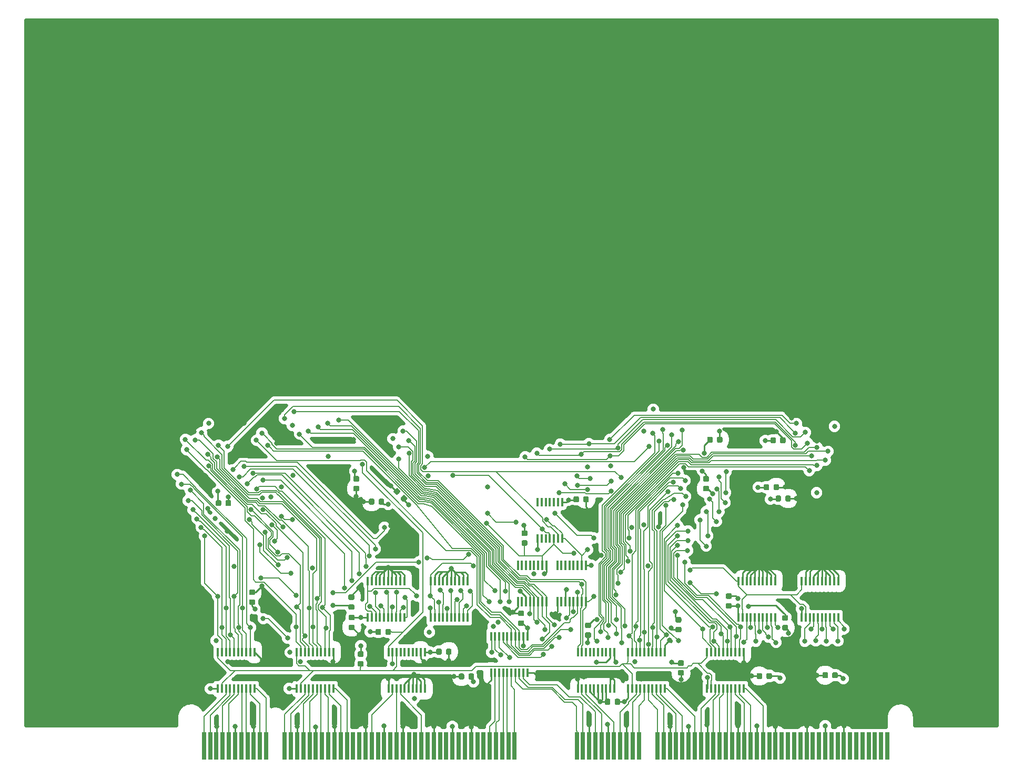
<source format=gbr>
G04 #@! TF.GenerationSoftware,KiCad,Pcbnew,(5.0.1)-4*
G04 #@! TF.CreationDate,2018-12-21T16:55:27-08:00*
G04 #@! TF.ProjectId,ram-based-register-card,72616D2D62617365642D726567697374,rev?*
G04 #@! TF.SameCoordinates,Original*
G04 #@! TF.FileFunction,Copper,L4,Bot,Signal*
G04 #@! TF.FilePolarity,Positive*
%FSLAX46Y46*%
G04 Gerber Fmt 4.6, Leading zero omitted, Abs format (unit mm)*
G04 Created by KiCad (PCBNEW (5.0.1)-4) date 12/21/2018 4:55:27 PM*
%MOMM*%
%LPD*%
G01*
G04 APERTURE LIST*
G04 #@! TA.AperFunction,ConnectorPad*
%ADD10R,0.700000X4.400000*%
G04 #@! TD*
G04 #@! TA.AperFunction,Conductor*
%ADD11C,0.100000*%
G04 #@! TD*
G04 #@! TA.AperFunction,SMDPad,CuDef*
%ADD12C,0.875000*%
G04 #@! TD*
G04 #@! TA.AperFunction,SMDPad,CuDef*
%ADD13R,0.450000X1.450000*%
G04 #@! TD*
G04 #@! TA.AperFunction,SMDPad,CuDef*
%ADD14R,0.450000X1.500000*%
G04 #@! TD*
G04 #@! TA.AperFunction,ViaPad*
%ADD15C,0.800000*%
G04 #@! TD*
G04 #@! TA.AperFunction,Conductor*
%ADD16C,0.254000*%
G04 #@! TD*
G04 #@! TA.AperFunction,Conductor*
%ADD17C,0.152400*%
G04 #@! TD*
G04 #@! TA.AperFunction,Conductor*
%ADD18C,0.508000*%
G04 #@! TD*
G04 APERTURE END LIST*
D10*
G04 #@! TO.P,P1,99*
G04 #@! TO.N,/rs1[31]*
X93500000Y-147600000D03*
G04 #@! TO.P,P1,100*
G04 #@! TO.N,/rs1[30]*
X94500000Y-147600000D03*
G04 #@! TO.P,P1,101*
G04 #@! TO.N,GND*
X95500000Y-147600000D03*
G04 #@! TO.P,P1,102*
G04 #@! TO.N,/rs1[29]*
X96500000Y-147600000D03*
G04 #@! TO.P,P1,103*
G04 #@! TO.N,/rs1[28]*
X97500000Y-147600000D03*
G04 #@! TO.P,P1,104*
G04 #@! TO.N,VCC*
X98500000Y-147600000D03*
G04 #@! TO.P,P1,105*
G04 #@! TO.N,/rs1[27]*
X99500000Y-147600000D03*
G04 #@! TO.P,P1,106*
G04 #@! TO.N,/rs1[26]*
X100500000Y-147600000D03*
G04 #@! TO.P,P1,107*
G04 #@! TO.N,GND*
X101500000Y-147600000D03*
G04 #@! TO.P,P1,108*
G04 #@! TO.N,/rs1[25]*
X102500000Y-147600000D03*
G04 #@! TO.P,P1,109*
G04 #@! TO.N,/rs1[24]*
X103500000Y-147600000D03*
G04 #@! TO.P,P1,110*
G04 #@! TO.N,/rs1[23]*
X106500000Y-147600000D03*
G04 #@! TO.P,P1,111*
G04 #@! TO.N,/rs1[22]*
X107500000Y-147600000D03*
G04 #@! TO.P,P1,112*
G04 #@! TO.N,GND*
X108500000Y-147600000D03*
G04 #@! TO.P,P1,113*
G04 #@! TO.N,/rs1[21]*
X109500000Y-147600000D03*
G04 #@! TO.P,P1,114*
G04 #@! TO.N,/rs1[20]*
X110500000Y-147600000D03*
G04 #@! TO.P,P1,115*
G04 #@! TO.N,VCC*
X111500000Y-147600000D03*
G04 #@! TO.P,P1,116*
G04 #@! TO.N,/rs1[19]*
X112500000Y-147600000D03*
G04 #@! TO.P,P1,117*
G04 #@! TO.N,/rs1[18]*
X113500000Y-147600000D03*
G04 #@! TO.P,P1,118*
G04 #@! TO.N,GND*
X114500000Y-147600000D03*
G04 #@! TO.P,P1,119*
G04 #@! TO.N,/rs1[17]*
X115500000Y-147600000D03*
G04 #@! TO.P,P1,120*
G04 #@! TO.N,/rs1[16]*
X116500000Y-147600000D03*
G04 #@! TO.P,P1,121*
G04 #@! TO.N,Net-(P1-Pad121)*
X117500000Y-147600000D03*
G04 #@! TO.P,P1,122*
G04 #@! TO.N,Net-(P1-Pad122)*
X118500000Y-147600000D03*
G04 #@! TO.P,P1,123*
G04 #@! TO.N,GND*
X119500000Y-147600000D03*
G04 #@! TO.P,P1,124*
G04 #@! TO.N,/~rd_wr*
X120500000Y-147600000D03*
G04 #@! TO.P,P1,125*
G04 #@! TO.N,Net-(P1-Pad125)*
X121500000Y-147600000D03*
G04 #@! TO.P,P1,126*
G04 #@! TO.N,VCC*
X122500000Y-147600000D03*
G04 #@! TO.P,P1,127*
G04 #@! TO.N,Net-(P1-Pad127)*
X123500000Y-147600000D03*
G04 #@! TO.P,P1,128*
G04 #@! TO.N,/~rs2_rd*
X124500000Y-147600000D03*
G04 #@! TO.P,P1,129*
G04 #@! TO.N,GND*
X125500000Y-147600000D03*
G04 #@! TO.P,P1,130*
G04 #@! TO.N,Net-(P1-Pad130)*
X126500000Y-147600000D03*
G04 #@! TO.P,P1,131*
G04 #@! TO.N,Net-(P1-Pad131)*
X127500000Y-147600000D03*
G04 #@! TO.P,P1,132*
G04 #@! TO.N,/~rs1_rd*
X128500000Y-147600000D03*
G04 #@! TO.P,P1,133*
G04 #@! TO.N,Net-(P1-Pad133)*
X129500000Y-147600000D03*
G04 #@! TO.P,P1,134*
G04 #@! TO.N,GND*
X130500000Y-147600000D03*
G04 #@! TO.P,P1,135*
G04 #@! TO.N,Net-(P1-Pad135)*
X131500000Y-147600000D03*
G04 #@! TO.P,P1,136*
G04 #@! TO.N,Net-(P1-Pad136)*
X132500000Y-147600000D03*
G04 #@! TO.P,P1,137*
G04 #@! TO.N,VCC*
X133500000Y-147600000D03*
G04 #@! TO.P,P1,138*
G04 #@! TO.N,Net-(P1-Pad138)*
X134500000Y-147600000D03*
G04 #@! TO.P,P1,139*
G04 #@! TO.N,Net-(P1-Pad139)*
X135500000Y-147600000D03*
G04 #@! TO.P,P1,140*
G04 #@! TO.N,GND*
X136500000Y-147600000D03*
G04 #@! TO.P,P1,141*
G04 #@! TO.N,Net-(P1-Pad141)*
X137500000Y-147600000D03*
G04 #@! TO.P,P1,142*
G04 #@! TO.N,Net-(P1-Pad142)*
X138500000Y-147600000D03*
G04 #@! TO.P,P1,143*
G04 #@! TO.N,/rs2a[4]*
X139500000Y-147600000D03*
G04 #@! TO.P,P1,144*
G04 #@! TO.N,/rs2a[3]*
X140500000Y-147600000D03*
G04 #@! TO.P,P1,145*
G04 #@! TO.N,/rs2a[2]*
X141500000Y-147600000D03*
G04 #@! TO.P,P1,146*
G04 #@! TO.N,/rs2a[1]*
X142500000Y-147600000D03*
G04 #@! TO.P,P1,147*
G04 #@! TO.N,/rs2a[0]*
X143500000Y-147600000D03*
G04 #@! TO.P,P1,148*
G04 #@! TO.N,/rs1a[4]*
X153500000Y-147600000D03*
G04 #@! TO.P,P1,159*
G04 #@! TO.N,/rs1[12]*
X166500000Y-147600000D03*
G04 #@! TO.P,P1,149*
G04 #@! TO.N,/rs1a[3]*
X154500000Y-147600000D03*
G04 #@! TO.P,P1,150*
G04 #@! TO.N,GND*
X155500000Y-147600000D03*
G04 #@! TO.P,P1,151*
G04 #@! TO.N,/rs1a[2]*
X156500000Y-147600000D03*
G04 #@! TO.P,P1,152*
G04 #@! TO.N,/rs1a[1]*
X157500000Y-147600000D03*
G04 #@! TO.P,P1,153*
G04 #@! TO.N,VCC*
X158500000Y-147600000D03*
G04 #@! TO.P,P1,154*
G04 #@! TO.N,/rs1a[0]*
X159500000Y-147600000D03*
G04 #@! TO.P,P1,155*
G04 #@! TO.N,/rs1[15]*
X160500000Y-147600000D03*
G04 #@! TO.P,P1,156*
G04 #@! TO.N,GND*
X161500000Y-147600000D03*
G04 #@! TO.P,P1,157*
G04 #@! TO.N,/rs1[14]*
X162500000Y-147600000D03*
G04 #@! TO.P,P1,158*
G04 #@! TO.N,/rs1[13]*
X163500000Y-147600000D03*
G04 #@! TO.P,P1,160*
G04 #@! TO.N,/rs1[11]*
X167500000Y-147600000D03*
G04 #@! TO.P,P1,161*
G04 #@! TO.N,GND*
X168500000Y-147600000D03*
G04 #@! TO.P,P1,162*
G04 #@! TO.N,/rs1[10]*
X169500000Y-147600000D03*
G04 #@! TO.P,P1,163*
G04 #@! TO.N,/rs1[9]*
X170500000Y-147600000D03*
G04 #@! TO.P,P1,164*
G04 #@! TO.N,VCC*
X171500000Y-147600000D03*
G04 #@! TO.P,P1,165*
G04 #@! TO.N,/rs1[8]*
X172500000Y-147600000D03*
G04 #@! TO.P,P1,166*
G04 #@! TO.N,/rs1[7]*
X173500000Y-147600000D03*
G04 #@! TO.P,P1,167*
G04 #@! TO.N,GND*
X174500000Y-147600000D03*
G04 #@! TO.P,P1,168*
G04 #@! TO.N,/rs1[6]*
X175500000Y-147600000D03*
G04 #@! TO.P,P1,169*
G04 #@! TO.N,/rs1[5]*
X176500000Y-147600000D03*
G04 #@! TO.P,P1,170*
G04 #@! TO.N,/rs1[4]*
X177500000Y-147600000D03*
G04 #@! TO.P,P1,171*
G04 #@! TO.N,/rs1[3]*
X178500000Y-147600000D03*
G04 #@! TO.P,P1,172*
G04 #@! TO.N,GND*
X179500000Y-147600000D03*
G04 #@! TO.P,P1,173*
G04 #@! TO.N,/rs1[2]*
X180500000Y-147600000D03*
G04 #@! TO.P,P1,174*
G04 #@! TO.N,/rs1[1]*
X181500000Y-147600000D03*
G04 #@! TO.P,P1,175*
G04 #@! TO.N,VCC*
X182500000Y-147600000D03*
G04 #@! TO.P,P1,176*
G04 #@! TO.N,/rs1[0]*
X183500000Y-147600000D03*
G04 #@! TO.P,P1,177*
G04 #@! TO.N,Net-(P1-Pad177)*
X184500000Y-147600000D03*
G04 #@! TO.P,P1,178*
G04 #@! TO.N,GND*
X185500000Y-147600000D03*
G04 #@! TO.P,P1,179*
G04 #@! TO.N,Net-(P1-Pad179)*
X186500000Y-147600000D03*
G04 #@! TO.P,P1,180*
G04 #@! TO.N,Net-(P1-Pad180)*
X187500000Y-147600000D03*
G04 #@! TO.P,P1,181*
G04 #@! TO.N,Net-(P1-Pad181)*
X188500000Y-147600000D03*
G04 #@! TO.P,P1,182*
G04 #@! TO.N,Net-(P1-Pad182)*
X189500000Y-147600000D03*
G04 #@! TO.P,P1,183*
G04 #@! TO.N,GND*
X190500000Y-147600000D03*
G04 #@! TO.P,P1,184*
G04 #@! TO.N,Net-(P1-Pad184)*
X191500000Y-147600000D03*
G04 #@! TO.P,P1,185*
G04 #@! TO.N,Net-(P1-Pad185)*
X192500000Y-147600000D03*
G04 #@! TO.P,P1,186*
G04 #@! TO.N,VCC*
X193500000Y-147600000D03*
G04 #@! TO.P,P1,187*
G04 #@! TO.N,Net-(P1-Pad187)*
X194500000Y-147600000D03*
G04 #@! TO.P,P1,188*
G04 #@! TO.N,Net-(P1-Pad188)*
X195500000Y-147600000D03*
G04 #@! TO.P,P1,189*
G04 #@! TO.N,GND*
X196500000Y-147600000D03*
G04 #@! TO.P,P1,190*
G04 #@! TO.N,Net-(P1-Pad190)*
X197500000Y-147600000D03*
G04 #@! TO.P,P1,191*
G04 #@! TO.N,Net-(P1-Pad191)*
X198500000Y-147600000D03*
G04 #@! TO.P,P1,192*
G04 #@! TO.N,Net-(P1-Pad192)*
X199500000Y-147600000D03*
G04 #@! TO.P,P1,193*
G04 #@! TO.N,Net-(P1-Pad193)*
X200500000Y-147600000D03*
G04 #@! TO.P,P1,194*
G04 #@! TO.N,Net-(P1-Pad194)*
X201500000Y-147600000D03*
G04 #@! TO.P,P1,195*
G04 #@! TO.N,Net-(P1-Pad195)*
X202500000Y-147600000D03*
G04 #@! TO.P,P1,196*
G04 #@! TO.N,Net-(P1-Pad196)*
X203500000Y-147600000D03*
G04 #@! TD*
D11*
G04 #@! TO.N,VCC*
G04 #@! TO.C,R2*
G36*
X118997291Y-132405353D02*
X119018526Y-132408503D01*
X119039350Y-132413719D01*
X119059562Y-132420951D01*
X119078968Y-132430130D01*
X119097381Y-132441166D01*
X119114624Y-132453954D01*
X119130530Y-132468370D01*
X119144946Y-132484276D01*
X119157734Y-132501519D01*
X119168770Y-132519932D01*
X119177949Y-132539338D01*
X119185181Y-132559550D01*
X119190397Y-132580374D01*
X119193547Y-132601609D01*
X119194600Y-132623050D01*
X119194600Y-133060550D01*
X119193547Y-133081991D01*
X119190397Y-133103226D01*
X119185181Y-133124050D01*
X119177949Y-133144262D01*
X119168770Y-133163668D01*
X119157734Y-133182081D01*
X119144946Y-133199324D01*
X119130530Y-133215230D01*
X119114624Y-133229646D01*
X119097381Y-133242434D01*
X119078968Y-133253470D01*
X119059562Y-133262649D01*
X119039350Y-133269881D01*
X119018526Y-133275097D01*
X118997291Y-133278247D01*
X118975850Y-133279300D01*
X118463350Y-133279300D01*
X118441909Y-133278247D01*
X118420674Y-133275097D01*
X118399850Y-133269881D01*
X118379638Y-133262649D01*
X118360232Y-133253470D01*
X118341819Y-133242434D01*
X118324576Y-133229646D01*
X118308670Y-133215230D01*
X118294254Y-133199324D01*
X118281466Y-133182081D01*
X118270430Y-133163668D01*
X118261251Y-133144262D01*
X118254019Y-133124050D01*
X118248803Y-133103226D01*
X118245653Y-133081991D01*
X118244600Y-133060550D01*
X118244600Y-132623050D01*
X118245653Y-132601609D01*
X118248803Y-132580374D01*
X118254019Y-132559550D01*
X118261251Y-132539338D01*
X118270430Y-132519932D01*
X118281466Y-132501519D01*
X118294254Y-132484276D01*
X118308670Y-132468370D01*
X118324576Y-132453954D01*
X118341819Y-132441166D01*
X118360232Y-132430130D01*
X118379638Y-132420951D01*
X118399850Y-132413719D01*
X118420674Y-132408503D01*
X118441909Y-132405353D01*
X118463350Y-132404300D01*
X118975850Y-132404300D01*
X118997291Y-132405353D01*
X118997291Y-132405353D01*
G37*
D12*
G04 #@! TD*
G04 #@! TO.P,R2,1*
G04 #@! TO.N,VCC*
X118719600Y-132841800D03*
D11*
G04 #@! TO.N,/~rs1_rd~'*
G04 #@! TO.C,R2*
G36*
X118997291Y-133980353D02*
X119018526Y-133983503D01*
X119039350Y-133988719D01*
X119059562Y-133995951D01*
X119078968Y-134005130D01*
X119097381Y-134016166D01*
X119114624Y-134028954D01*
X119130530Y-134043370D01*
X119144946Y-134059276D01*
X119157734Y-134076519D01*
X119168770Y-134094932D01*
X119177949Y-134114338D01*
X119185181Y-134134550D01*
X119190397Y-134155374D01*
X119193547Y-134176609D01*
X119194600Y-134198050D01*
X119194600Y-134635550D01*
X119193547Y-134656991D01*
X119190397Y-134678226D01*
X119185181Y-134699050D01*
X119177949Y-134719262D01*
X119168770Y-134738668D01*
X119157734Y-134757081D01*
X119144946Y-134774324D01*
X119130530Y-134790230D01*
X119114624Y-134804646D01*
X119097381Y-134817434D01*
X119078968Y-134828470D01*
X119059562Y-134837649D01*
X119039350Y-134844881D01*
X119018526Y-134850097D01*
X118997291Y-134853247D01*
X118975850Y-134854300D01*
X118463350Y-134854300D01*
X118441909Y-134853247D01*
X118420674Y-134850097D01*
X118399850Y-134844881D01*
X118379638Y-134837649D01*
X118360232Y-134828470D01*
X118341819Y-134817434D01*
X118324576Y-134804646D01*
X118308670Y-134790230D01*
X118294254Y-134774324D01*
X118281466Y-134757081D01*
X118270430Y-134738668D01*
X118261251Y-134719262D01*
X118254019Y-134699050D01*
X118248803Y-134678226D01*
X118245653Y-134656991D01*
X118244600Y-134635550D01*
X118244600Y-134198050D01*
X118245653Y-134176609D01*
X118248803Y-134155374D01*
X118254019Y-134134550D01*
X118261251Y-134114338D01*
X118270430Y-134094932D01*
X118281466Y-134076519D01*
X118294254Y-134059276D01*
X118308670Y-134043370D01*
X118324576Y-134028954D01*
X118341819Y-134016166D01*
X118360232Y-134005130D01*
X118379638Y-133995951D01*
X118399850Y-133988719D01*
X118420674Y-133983503D01*
X118441909Y-133980353D01*
X118463350Y-133979300D01*
X118975850Y-133979300D01*
X118997291Y-133980353D01*
X118997291Y-133980353D01*
G37*
D12*
G04 #@! TD*
G04 #@! TO.P,R2,2*
G04 #@! TO.N,/~rs1_rd~'*
X118719600Y-134416800D03*
D11*
G04 #@! TO.N,VCC*
G04 #@! TO.C,R3*
G36*
X121804391Y-128812053D02*
X121825626Y-128815203D01*
X121846450Y-128820419D01*
X121866662Y-128827651D01*
X121886068Y-128836830D01*
X121904481Y-128847866D01*
X121921724Y-128860654D01*
X121937630Y-128875070D01*
X121952046Y-128890976D01*
X121964834Y-128908219D01*
X121975870Y-128926632D01*
X121985049Y-128946038D01*
X121992281Y-128966250D01*
X121997497Y-128987074D01*
X122000647Y-129008309D01*
X122001700Y-129029750D01*
X122001700Y-129542250D01*
X122000647Y-129563691D01*
X121997497Y-129584926D01*
X121992281Y-129605750D01*
X121985049Y-129625962D01*
X121975870Y-129645368D01*
X121964834Y-129663781D01*
X121952046Y-129681024D01*
X121937630Y-129696930D01*
X121921724Y-129711346D01*
X121904481Y-129724134D01*
X121886068Y-129735170D01*
X121866662Y-129744349D01*
X121846450Y-129751581D01*
X121825626Y-129756797D01*
X121804391Y-129759947D01*
X121782950Y-129761000D01*
X121345450Y-129761000D01*
X121324009Y-129759947D01*
X121302774Y-129756797D01*
X121281950Y-129751581D01*
X121261738Y-129744349D01*
X121242332Y-129735170D01*
X121223919Y-129724134D01*
X121206676Y-129711346D01*
X121190770Y-129696930D01*
X121176354Y-129681024D01*
X121163566Y-129663781D01*
X121152530Y-129645368D01*
X121143351Y-129625962D01*
X121136119Y-129605750D01*
X121130903Y-129584926D01*
X121127753Y-129563691D01*
X121126700Y-129542250D01*
X121126700Y-129029750D01*
X121127753Y-129008309D01*
X121130903Y-128987074D01*
X121136119Y-128966250D01*
X121143351Y-128946038D01*
X121152530Y-128926632D01*
X121163566Y-128908219D01*
X121176354Y-128890976D01*
X121190770Y-128875070D01*
X121206676Y-128860654D01*
X121223919Y-128847866D01*
X121242332Y-128836830D01*
X121261738Y-128827651D01*
X121281950Y-128820419D01*
X121302774Y-128815203D01*
X121324009Y-128812053D01*
X121345450Y-128811000D01*
X121782950Y-128811000D01*
X121804391Y-128812053D01*
X121804391Y-128812053D01*
G37*
D12*
G04 #@! TD*
G04 #@! TO.P,R3,1*
G04 #@! TO.N,VCC*
X121564200Y-129286000D03*
D11*
G04 #@! TO.N,/~rd_wr~'*
G04 #@! TO.C,R3*
G36*
X123379391Y-128812053D02*
X123400626Y-128815203D01*
X123421450Y-128820419D01*
X123441662Y-128827651D01*
X123461068Y-128836830D01*
X123479481Y-128847866D01*
X123496724Y-128860654D01*
X123512630Y-128875070D01*
X123527046Y-128890976D01*
X123539834Y-128908219D01*
X123550870Y-128926632D01*
X123560049Y-128946038D01*
X123567281Y-128966250D01*
X123572497Y-128987074D01*
X123575647Y-129008309D01*
X123576700Y-129029750D01*
X123576700Y-129542250D01*
X123575647Y-129563691D01*
X123572497Y-129584926D01*
X123567281Y-129605750D01*
X123560049Y-129625962D01*
X123550870Y-129645368D01*
X123539834Y-129663781D01*
X123527046Y-129681024D01*
X123512630Y-129696930D01*
X123496724Y-129711346D01*
X123479481Y-129724134D01*
X123461068Y-129735170D01*
X123441662Y-129744349D01*
X123421450Y-129751581D01*
X123400626Y-129756797D01*
X123379391Y-129759947D01*
X123357950Y-129761000D01*
X122920450Y-129761000D01*
X122899009Y-129759947D01*
X122877774Y-129756797D01*
X122856950Y-129751581D01*
X122836738Y-129744349D01*
X122817332Y-129735170D01*
X122798919Y-129724134D01*
X122781676Y-129711346D01*
X122765770Y-129696930D01*
X122751354Y-129681024D01*
X122738566Y-129663781D01*
X122727530Y-129645368D01*
X122718351Y-129625962D01*
X122711119Y-129605750D01*
X122705903Y-129584926D01*
X122702753Y-129563691D01*
X122701700Y-129542250D01*
X122701700Y-129029750D01*
X122702753Y-129008309D01*
X122705903Y-128987074D01*
X122711119Y-128966250D01*
X122718351Y-128946038D01*
X122727530Y-128926632D01*
X122738566Y-128908219D01*
X122751354Y-128890976D01*
X122765770Y-128875070D01*
X122781676Y-128860654D01*
X122798919Y-128847866D01*
X122817332Y-128836830D01*
X122836738Y-128827651D01*
X122856950Y-128820419D01*
X122877774Y-128815203D01*
X122899009Y-128812053D01*
X122920450Y-128811000D01*
X123357950Y-128811000D01*
X123379391Y-128812053D01*
X123379391Y-128812053D01*
G37*
D12*
G04 #@! TD*
G04 #@! TO.P,R3,2*
G04 #@! TO.N,/~rd_wr~'*
X123139200Y-129286000D03*
D11*
G04 #@! TO.N,/~rs2_zero*
G04 #@! TO.C,R4*
G36*
X145362491Y-114549353D02*
X145383726Y-114552503D01*
X145404550Y-114557719D01*
X145424762Y-114564951D01*
X145444168Y-114574130D01*
X145462581Y-114585166D01*
X145479824Y-114597954D01*
X145495730Y-114612370D01*
X145510146Y-114628276D01*
X145522934Y-114645519D01*
X145533970Y-114663932D01*
X145543149Y-114683338D01*
X145550381Y-114703550D01*
X145555597Y-114724374D01*
X145558747Y-114745609D01*
X145559800Y-114767050D01*
X145559800Y-115204550D01*
X145558747Y-115225991D01*
X145555597Y-115247226D01*
X145550381Y-115268050D01*
X145543149Y-115288262D01*
X145533970Y-115307668D01*
X145522934Y-115326081D01*
X145510146Y-115343324D01*
X145495730Y-115359230D01*
X145479824Y-115373646D01*
X145462581Y-115386434D01*
X145444168Y-115397470D01*
X145424762Y-115406649D01*
X145404550Y-115413881D01*
X145383726Y-115419097D01*
X145362491Y-115422247D01*
X145341050Y-115423300D01*
X144828550Y-115423300D01*
X144807109Y-115422247D01*
X144785874Y-115419097D01*
X144765050Y-115413881D01*
X144744838Y-115406649D01*
X144725432Y-115397470D01*
X144707019Y-115386434D01*
X144689776Y-115373646D01*
X144673870Y-115359230D01*
X144659454Y-115343324D01*
X144646666Y-115326081D01*
X144635630Y-115307668D01*
X144626451Y-115288262D01*
X144619219Y-115268050D01*
X144614003Y-115247226D01*
X144610853Y-115225991D01*
X144609800Y-115204550D01*
X144609800Y-114767050D01*
X144610853Y-114745609D01*
X144614003Y-114724374D01*
X144619219Y-114703550D01*
X144626451Y-114683338D01*
X144635630Y-114663932D01*
X144646666Y-114645519D01*
X144659454Y-114628276D01*
X144673870Y-114612370D01*
X144689776Y-114597954D01*
X144707019Y-114585166D01*
X144725432Y-114574130D01*
X144744838Y-114564951D01*
X144765050Y-114557719D01*
X144785874Y-114552503D01*
X144807109Y-114549353D01*
X144828550Y-114548300D01*
X145341050Y-114548300D01*
X145362491Y-114549353D01*
X145362491Y-114549353D01*
G37*
D12*
G04 #@! TD*
G04 #@! TO.P,R4,2*
G04 #@! TO.N,/~rs2_zero*
X145084800Y-114985800D03*
D11*
G04 #@! TO.N,VCC*
G04 #@! TO.C,R4*
G36*
X145362491Y-112974353D02*
X145383726Y-112977503D01*
X145404550Y-112982719D01*
X145424762Y-112989951D01*
X145444168Y-112999130D01*
X145462581Y-113010166D01*
X145479824Y-113022954D01*
X145495730Y-113037370D01*
X145510146Y-113053276D01*
X145522934Y-113070519D01*
X145533970Y-113088932D01*
X145543149Y-113108338D01*
X145550381Y-113128550D01*
X145555597Y-113149374D01*
X145558747Y-113170609D01*
X145559800Y-113192050D01*
X145559800Y-113629550D01*
X145558747Y-113650991D01*
X145555597Y-113672226D01*
X145550381Y-113693050D01*
X145543149Y-113713262D01*
X145533970Y-113732668D01*
X145522934Y-113751081D01*
X145510146Y-113768324D01*
X145495730Y-113784230D01*
X145479824Y-113798646D01*
X145462581Y-113811434D01*
X145444168Y-113822470D01*
X145424762Y-113831649D01*
X145404550Y-113838881D01*
X145383726Y-113844097D01*
X145362491Y-113847247D01*
X145341050Y-113848300D01*
X144828550Y-113848300D01*
X144807109Y-113847247D01*
X144785874Y-113844097D01*
X144765050Y-113838881D01*
X144744838Y-113831649D01*
X144725432Y-113822470D01*
X144707019Y-113811434D01*
X144689776Y-113798646D01*
X144673870Y-113784230D01*
X144659454Y-113768324D01*
X144646666Y-113751081D01*
X144635630Y-113732668D01*
X144626451Y-113713262D01*
X144619219Y-113693050D01*
X144614003Y-113672226D01*
X144610853Y-113650991D01*
X144609800Y-113629550D01*
X144609800Y-113192050D01*
X144610853Y-113170609D01*
X144614003Y-113149374D01*
X144619219Y-113128550D01*
X144626451Y-113108338D01*
X144635630Y-113088932D01*
X144646666Y-113070519D01*
X144659454Y-113053276D01*
X144673870Y-113037370D01*
X144689776Y-113022954D01*
X144707019Y-113010166D01*
X144725432Y-112999130D01*
X144744838Y-112989951D01*
X144765050Y-112982719D01*
X144785874Y-112977503D01*
X144807109Y-112974353D01*
X144828550Y-112973300D01*
X145341050Y-112973300D01*
X145362491Y-112974353D01*
X145362491Y-112974353D01*
G37*
D12*
G04 #@! TD*
G04 #@! TO.P,R4,1*
G04 #@! TO.N,VCC*
X145084800Y-113410800D03*
D13*
G04 #@! TO.P,U5,1*
G04 #@! TO.N,/~rs1_rd~'*
X95750000Y-132530000D03*
G04 #@! TO.P,U5,2*
G04 #@! TO.N,/rs1[31]'*
X96400000Y-132530000D03*
G04 #@! TO.P,U5,3*
G04 #@! TO.N,/rs1[30]'*
X97050000Y-132530000D03*
G04 #@! TO.P,U5,4*
G04 #@! TO.N,/rs1[29]'*
X97700000Y-132530000D03*
G04 #@! TO.P,U5,5*
G04 #@! TO.N,/rs1[28]'*
X98350000Y-132530000D03*
G04 #@! TO.P,U5,6*
G04 #@! TO.N,/rs1[27]'*
X99000000Y-132530000D03*
G04 #@! TO.P,U5,7*
G04 #@! TO.N,/rs1[26]'*
X99650000Y-132530000D03*
G04 #@! TO.P,U5,8*
G04 #@! TO.N,/rs1[25]'*
X100300000Y-132530000D03*
G04 #@! TO.P,U5,9*
G04 #@! TO.N,/rs1[24]'*
X100950000Y-132530000D03*
G04 #@! TO.P,U5,10*
G04 #@! TO.N,GND*
X101600000Y-132530000D03*
G04 #@! TO.P,U5,11*
G04 #@! TO.N,/rs1[24]*
X101600000Y-138430000D03*
G04 #@! TO.P,U5,12*
G04 #@! TO.N,/rs1[25]*
X100950000Y-138430000D03*
G04 #@! TO.P,U5,13*
G04 #@! TO.N,/rs1[26]*
X100300000Y-138430000D03*
G04 #@! TO.P,U5,14*
G04 #@! TO.N,/rs1[27]*
X99650000Y-138430000D03*
G04 #@! TO.P,U5,15*
G04 #@! TO.N,/rs1[28]*
X99000000Y-138430000D03*
G04 #@! TO.P,U5,16*
G04 #@! TO.N,/rs1[29]*
X98350000Y-138430000D03*
G04 #@! TO.P,U5,17*
G04 #@! TO.N,/rs1[30]*
X97700000Y-138430000D03*
G04 #@! TO.P,U5,18*
G04 #@! TO.N,/rs1[31]*
X97050000Y-138430000D03*
G04 #@! TO.P,U5,19*
G04 #@! TO.N,/~rs1_rd~'*
X96400000Y-138430000D03*
G04 #@! TO.P,U5,20*
G04 #@! TO.N,VCC*
X95750000Y-138430000D03*
G04 #@! TD*
G04 #@! TO.P,U6,20*
G04 #@! TO.N,VCC*
X108450000Y-138430000D03*
G04 #@! TO.P,U6,19*
G04 #@! TO.N,/~rs1_rd~'*
X109100000Y-138430000D03*
G04 #@! TO.P,U6,18*
G04 #@! TO.N,/rs1[23]*
X109750000Y-138430000D03*
G04 #@! TO.P,U6,17*
G04 #@! TO.N,/rs1[22]*
X110400000Y-138430000D03*
G04 #@! TO.P,U6,16*
G04 #@! TO.N,/rs1[21]*
X111050000Y-138430000D03*
G04 #@! TO.P,U6,15*
G04 #@! TO.N,/rs1[20]*
X111700000Y-138430000D03*
G04 #@! TO.P,U6,14*
G04 #@! TO.N,/rs1[19]*
X112350000Y-138430000D03*
G04 #@! TO.P,U6,13*
G04 #@! TO.N,/rs1[18]*
X113000000Y-138430000D03*
G04 #@! TO.P,U6,12*
G04 #@! TO.N,/rs1[17]*
X113650000Y-138430000D03*
G04 #@! TO.P,U6,11*
G04 #@! TO.N,/rs1[16]*
X114300000Y-138430000D03*
G04 #@! TO.P,U6,10*
G04 #@! TO.N,GND*
X114300000Y-132530000D03*
G04 #@! TO.P,U6,9*
G04 #@! TO.N,/rs1[16]'*
X113650000Y-132530000D03*
G04 #@! TO.P,U6,8*
G04 #@! TO.N,/rs1[17]'*
X113000000Y-132530000D03*
G04 #@! TO.P,U6,7*
G04 #@! TO.N,/rs1[18]'*
X112350000Y-132530000D03*
G04 #@! TO.P,U6,6*
G04 #@! TO.N,/rs1[19]'*
X111700000Y-132530000D03*
G04 #@! TO.P,U6,5*
G04 #@! TO.N,/rs1[20]'*
X111050000Y-132530000D03*
G04 #@! TO.P,U6,4*
G04 #@! TO.N,/rs1[21]'*
X110400000Y-132530000D03*
G04 #@! TO.P,U6,3*
G04 #@! TO.N,/rs1[22]'*
X109750000Y-132530000D03*
G04 #@! TO.P,U6,2*
G04 #@! TO.N,/rs1[23]'*
X109100000Y-132530000D03*
G04 #@! TO.P,U6,1*
G04 #@! TO.N,/~rs1_rd~'*
X108450000Y-132530000D03*
G04 #@! TD*
G04 #@! TO.P,U7,1*
G04 #@! TO.N,/~rs1_rd~'*
X161790000Y-132530000D03*
G04 #@! TO.P,U7,2*
G04 #@! TO.N,/rs1[15]'*
X162440000Y-132530000D03*
G04 #@! TO.P,U7,3*
G04 #@! TO.N,/rs1[14]'*
X163090000Y-132530000D03*
G04 #@! TO.P,U7,4*
G04 #@! TO.N,/rs1[13]'*
X163740000Y-132530000D03*
G04 #@! TO.P,U7,5*
G04 #@! TO.N,/rs1[12]'*
X164390000Y-132530000D03*
G04 #@! TO.P,U7,6*
G04 #@! TO.N,/rs1[11]'*
X165040000Y-132530000D03*
G04 #@! TO.P,U7,7*
G04 #@! TO.N,/rs1[10]'*
X165690000Y-132530000D03*
G04 #@! TO.P,U7,8*
G04 #@! TO.N,/rs1[9]'*
X166340000Y-132530000D03*
G04 #@! TO.P,U7,9*
G04 #@! TO.N,/rs1[8]'*
X166990000Y-132530000D03*
G04 #@! TO.P,U7,10*
G04 #@! TO.N,GND*
X167640000Y-132530000D03*
G04 #@! TO.P,U7,11*
G04 #@! TO.N,/rs1[8]*
X167640000Y-138430000D03*
G04 #@! TO.P,U7,12*
G04 #@! TO.N,/rs1[9]*
X166990000Y-138430000D03*
G04 #@! TO.P,U7,13*
G04 #@! TO.N,/rs1[10]*
X166340000Y-138430000D03*
G04 #@! TO.P,U7,14*
G04 #@! TO.N,/rs1[11]*
X165690000Y-138430000D03*
G04 #@! TO.P,U7,15*
G04 #@! TO.N,/rs1[12]*
X165040000Y-138430000D03*
G04 #@! TO.P,U7,16*
G04 #@! TO.N,/rs1[13]*
X164390000Y-138430000D03*
G04 #@! TO.P,U7,17*
G04 #@! TO.N,/rs1[14]*
X163740000Y-138430000D03*
G04 #@! TO.P,U7,18*
G04 #@! TO.N,/rs1[15]*
X163090000Y-138430000D03*
G04 #@! TO.P,U7,19*
G04 #@! TO.N,/~rs1_rd~'*
X162440000Y-138430000D03*
G04 #@! TO.P,U7,20*
G04 #@! TO.N,VCC*
X161790000Y-138430000D03*
G04 #@! TD*
G04 #@! TO.P,U8,20*
G04 #@! TO.N,VCC*
X174490000Y-138430000D03*
G04 #@! TO.P,U8,19*
G04 #@! TO.N,/~rs1_rd~'*
X175140000Y-138430000D03*
G04 #@! TO.P,U8,18*
G04 #@! TO.N,/rs1[7]*
X175790000Y-138430000D03*
G04 #@! TO.P,U8,17*
G04 #@! TO.N,/rs1[6]*
X176440000Y-138430000D03*
G04 #@! TO.P,U8,16*
G04 #@! TO.N,/rs1[5]*
X177090000Y-138430000D03*
G04 #@! TO.P,U8,15*
G04 #@! TO.N,/rs1[4]*
X177740000Y-138430000D03*
G04 #@! TO.P,U8,14*
G04 #@! TO.N,/rs1[3]*
X178390000Y-138430000D03*
G04 #@! TO.P,U8,13*
G04 #@! TO.N,/rs1[2]*
X179040000Y-138430000D03*
G04 #@! TO.P,U8,12*
G04 #@! TO.N,/rs1[1]*
X179690000Y-138430000D03*
G04 #@! TO.P,U8,11*
G04 #@! TO.N,/rs1[0]*
X180340000Y-138430000D03*
G04 #@! TO.P,U8,10*
G04 #@! TO.N,GND*
X180340000Y-132530000D03*
G04 #@! TO.P,U8,9*
G04 #@! TO.N,/rs1[0]'*
X179690000Y-132530000D03*
G04 #@! TO.P,U8,8*
G04 #@! TO.N,/rs1[1]'*
X179040000Y-132530000D03*
G04 #@! TO.P,U8,7*
G04 #@! TO.N,/rs1[2]'*
X178390000Y-132530000D03*
G04 #@! TO.P,U8,6*
G04 #@! TO.N,/rs1[3]'*
X177740000Y-132530000D03*
G04 #@! TO.P,U8,5*
G04 #@! TO.N,/rs1[4]'*
X177090000Y-132530000D03*
G04 #@! TO.P,U8,4*
G04 #@! TO.N,/rs1[5]'*
X176440000Y-132530000D03*
G04 #@! TO.P,U8,3*
G04 #@! TO.N,/rs1[6]'*
X175790000Y-132530000D03*
G04 #@! TO.P,U8,2*
G04 #@! TO.N,/rs1[7]'*
X175140000Y-132530000D03*
G04 #@! TO.P,U8,1*
G04 #@! TO.N,/~rs1_rd~'*
X174490000Y-132530000D03*
G04 #@! TD*
G04 #@! TO.P,U17,20*
G04 #@! TO.N,VCC*
X129040000Y-132530000D03*
G04 #@! TO.P,U17,19*
G04 #@! TO.N,GND*
X128390000Y-132530000D03*
G04 #@! TO.P,U17,18*
G04 #@! TO.N,/Buffer_ctrl/s[31]'*
X127740000Y-132530000D03*
G04 #@! TO.P,U17,17*
G04 #@! TO.N,/Buffer_ctrl/s[30]'*
X127090000Y-132530000D03*
G04 #@! TO.P,U17,16*
G04 #@! TO.N,/Buffer_ctrl/s[29]'*
X126440000Y-132530000D03*
G04 #@! TO.P,U17,15*
G04 #@! TO.N,/Buffer_ctrl/s[28]'*
X125790000Y-132530000D03*
G04 #@! TO.P,U17,14*
G04 #@! TO.N,/Buffer_ctrl/s[27]'*
X125140000Y-132530000D03*
G04 #@! TO.P,U17,13*
G04 #@! TO.N,/~rs1_rd~'*
X124490000Y-132530000D03*
G04 #@! TO.P,U17,12*
G04 #@! TO.N,/~rs2_rd~'*
X123840000Y-132530000D03*
G04 #@! TO.P,U17,11*
G04 #@! TO.N,/~rd_wr~'*
X123190000Y-132530000D03*
G04 #@! TO.P,U17,10*
G04 #@! TO.N,GND*
X123190000Y-138430000D03*
G04 #@! TO.P,U17,9*
G04 #@! TO.N,/~rd_wr*
X123840000Y-138430000D03*
G04 #@! TO.P,U17,8*
G04 #@! TO.N,/~rs2_rd*
X124490000Y-138430000D03*
G04 #@! TO.P,U17,7*
G04 #@! TO.N,/~rs1_rd*
X125140000Y-138430000D03*
G04 #@! TO.P,U17,6*
G04 #@! TO.N,GND*
X125790000Y-138430000D03*
G04 #@! TO.P,U17,5*
X126440000Y-138430000D03*
G04 #@! TO.P,U17,4*
X127090000Y-138430000D03*
G04 #@! TO.P,U17,3*
X127740000Y-138430000D03*
G04 #@! TO.P,U17,2*
X128390000Y-138430000D03*
G04 #@! TO.P,U17,1*
X129040000Y-138430000D03*
G04 #@! TD*
G04 #@! TO.P,U18,1*
G04 #@! TO.N,GND*
X159520000Y-138430000D03*
G04 #@! TO.P,U18,2*
X158870000Y-138430000D03*
G04 #@! TO.P,U18,3*
X158220000Y-138430000D03*
G04 #@! TO.P,U18,4*
X157570000Y-138430000D03*
G04 #@! TO.P,U18,5*
X156920000Y-138430000D03*
G04 #@! TO.P,U18,6*
X156270000Y-138430000D03*
G04 #@! TO.P,U18,7*
X155620000Y-138430000D03*
G04 #@! TO.P,U18,8*
G04 #@! TO.N,/rs1a[0]*
X154970000Y-138430000D03*
G04 #@! TO.P,U18,9*
G04 #@! TO.N,/rs1a[1]*
X154320000Y-138430000D03*
G04 #@! TO.P,U18,10*
G04 #@! TO.N,GND*
X153670000Y-138430000D03*
G04 #@! TO.P,U18,11*
G04 #@! TO.N,/rs1a[1]'*
X153670000Y-132530000D03*
G04 #@! TO.P,U18,12*
G04 #@! TO.N,/rs1a[0]'*
X154320000Y-132530000D03*
G04 #@! TO.P,U18,13*
G04 #@! TO.N,/Buffer_ctrl/s[18]'*
X154970000Y-132530000D03*
G04 #@! TO.P,U18,14*
G04 #@! TO.N,/Buffer_ctrl/s[19]'*
X155620000Y-132530000D03*
G04 #@! TO.P,U18,15*
G04 #@! TO.N,/Buffer_ctrl/s[20]'*
X156270000Y-132530000D03*
G04 #@! TO.P,U18,16*
G04 #@! TO.N,/Buffer_ctrl/s[21]'*
X156920000Y-132530000D03*
G04 #@! TO.P,U18,17*
G04 #@! TO.N,/Buffer_ctrl/s[22]'*
X157570000Y-132530000D03*
G04 #@! TO.P,U18,18*
G04 #@! TO.N,/Buffer_ctrl/s[23]'*
X158220000Y-132530000D03*
G04 #@! TO.P,U18,19*
G04 #@! TO.N,GND*
X158870000Y-132530000D03*
G04 #@! TO.P,U18,20*
G04 #@! TO.N,VCC*
X159520000Y-132530000D03*
G04 #@! TD*
G04 #@! TO.P,U19,20*
G04 #@! TO.N,VCC*
X145550000Y-129990000D03*
G04 #@! TO.P,U19,19*
G04 #@! TO.N,GND*
X144900000Y-129990000D03*
G04 #@! TO.P,U19,18*
G04 #@! TO.N,/rs1a[2]'*
X144250000Y-129990000D03*
G04 #@! TO.P,U19,17*
G04 #@! TO.N,/rs1a[3]'*
X143600000Y-129990000D03*
G04 #@! TO.P,U19,16*
G04 #@! TO.N,/rs1a[4]'*
X142950000Y-129990000D03*
G04 #@! TO.P,U19,15*
G04 #@! TO.N,/rs2a[0]'*
X142300000Y-129990000D03*
G04 #@! TO.P,U19,14*
G04 #@! TO.N,/rs2a[1]'*
X141650000Y-129990000D03*
G04 #@! TO.P,U19,13*
G04 #@! TO.N,/rs2a[2]'*
X141000000Y-129990000D03*
G04 #@! TO.P,U19,12*
G04 #@! TO.N,/rs2a[3]'*
X140350000Y-129990000D03*
G04 #@! TO.P,U19,11*
G04 #@! TO.N,/rs2a[4]'*
X139700000Y-129990000D03*
G04 #@! TO.P,U19,10*
G04 #@! TO.N,GND*
X139700000Y-135890000D03*
G04 #@! TO.P,U19,9*
G04 #@! TO.N,/rs2a[4]*
X140350000Y-135890000D03*
G04 #@! TO.P,U19,8*
G04 #@! TO.N,/rs2a[3]*
X141000000Y-135890000D03*
G04 #@! TO.P,U19,7*
G04 #@! TO.N,/rs2a[2]*
X141650000Y-135890000D03*
G04 #@! TO.P,U19,6*
G04 #@! TO.N,/rs2a[1]*
X142300000Y-135890000D03*
G04 #@! TO.P,U19,5*
G04 #@! TO.N,/rs2a[0]*
X142950000Y-135890000D03*
G04 #@! TO.P,U19,4*
G04 #@! TO.N,/rs1a[4]*
X143600000Y-135890000D03*
G04 #@! TO.P,U19,3*
G04 #@! TO.N,/rs1a[3]*
X144250000Y-135890000D03*
G04 #@! TO.P,U19,2*
G04 #@! TO.N,/rs1a[2]*
X144900000Y-135890000D03*
G04 #@! TO.P,U19,1*
G04 #@! TO.N,GND*
X145550000Y-135890000D03*
G04 #@! TD*
D14*
G04 #@! TO.P,U21,1*
G04 #@! TO.N,/rs1a[0]'*
X154940000Y-124460000D03*
G04 #@! TO.P,U21,2*
G04 #@! TO.N,/rs1a[1]'*
X154290000Y-124460000D03*
G04 #@! TO.P,U21,3*
G04 #@! TO.N,/rs1a[2]'*
X153640000Y-124460000D03*
G04 #@! TO.P,U21,4*
G04 #@! TO.N,/rs1a[3]'*
X152990000Y-124460000D03*
G04 #@! TO.P,U21,5*
G04 #@! TO.N,/rs1a[4]'*
X152340000Y-124460000D03*
G04 #@! TO.P,U21,6*
G04 #@! TO.N,VCC*
X151690000Y-124460000D03*
G04 #@! TO.P,U21,7*
G04 #@! TO.N,Net-(U21-Pad7)*
X151040000Y-124460000D03*
G04 #@! TO.P,U21,8*
G04 #@! TO.N,GND*
X150390000Y-124460000D03*
G04 #@! TO.P,U21,9*
G04 #@! TO.N,Net-(U21-Pad9)*
X150390000Y-118560000D03*
G04 #@! TO.P,U21,10*
G04 #@! TO.N,Net-(U21-Pad10)*
X151040000Y-118560000D03*
G04 #@! TO.P,U21,11*
G04 #@! TO.N,Net-(U21-Pad11)*
X151690000Y-118560000D03*
G04 #@! TO.P,U21,12*
G04 #@! TO.N,Net-(U21-Pad12)*
X152340000Y-118560000D03*
G04 #@! TO.P,U21,13*
G04 #@! TO.N,Net-(U21-Pad13)*
X152990000Y-118560000D03*
G04 #@! TO.P,U21,14*
G04 #@! TO.N,Net-(U21-Pad14)*
X153640000Y-118560000D03*
G04 #@! TO.P,U21,15*
G04 #@! TO.N,/~rs1_zero*
X154290000Y-118560000D03*
G04 #@! TO.P,U21,16*
G04 #@! TO.N,VCC*
X154940000Y-118560000D03*
G04 #@! TD*
G04 #@! TO.P,U22,16*
G04 #@! TO.N,VCC*
X148590000Y-118560000D03*
G04 #@! TO.P,U22,15*
G04 #@! TO.N,/~rs2_zero*
X147940000Y-118560000D03*
G04 #@! TO.P,U22,14*
G04 #@! TO.N,Net-(U22-Pad14)*
X147290000Y-118560000D03*
G04 #@! TO.P,U22,13*
G04 #@! TO.N,Net-(U22-Pad13)*
X146640000Y-118560000D03*
G04 #@! TO.P,U22,12*
G04 #@! TO.N,Net-(U22-Pad12)*
X145990000Y-118560000D03*
G04 #@! TO.P,U22,11*
G04 #@! TO.N,Net-(U22-Pad11)*
X145340000Y-118560000D03*
G04 #@! TO.P,U22,10*
G04 #@! TO.N,Net-(U22-Pad10)*
X144690000Y-118560000D03*
G04 #@! TO.P,U22,9*
G04 #@! TO.N,Net-(U22-Pad9)*
X144040000Y-118560000D03*
G04 #@! TO.P,U22,8*
G04 #@! TO.N,GND*
X144040000Y-124460000D03*
G04 #@! TO.P,U22,7*
G04 #@! TO.N,Net-(U22-Pad7)*
X144690000Y-124460000D03*
G04 #@! TO.P,U22,6*
G04 #@! TO.N,VCC*
X145340000Y-124460000D03*
G04 #@! TO.P,U22,5*
G04 #@! TO.N,/rs2a[4]'*
X145990000Y-124460000D03*
G04 #@! TO.P,U22,4*
G04 #@! TO.N,/rs2a[3]'*
X146640000Y-124460000D03*
G04 #@! TO.P,U22,3*
G04 #@! TO.N,/rs2a[2]'*
X147290000Y-124460000D03*
G04 #@! TO.P,U22,2*
G04 #@! TO.N,/rs2a[1]'*
X147940000Y-124460000D03*
G04 #@! TO.P,U22,1*
G04 #@! TO.N,/rs2a[0]'*
X148590000Y-124460000D03*
G04 #@! TD*
D13*
G04 #@! TO.P,U23,1*
G04 #@! TO.N,/~rs1_zero*
X151130000Y-114300000D03*
G04 #@! TO.P,U23,2*
G04 #@! TO.N,/rs1_zero*
X150480000Y-114300000D03*
G04 #@! TO.P,U23,3*
G04 #@! TO.N,/~rs2_zero*
X149830000Y-114300000D03*
G04 #@! TO.P,U23,4*
G04 #@! TO.N,/rs2_zero*
X149180000Y-114300000D03*
G04 #@! TO.P,U23,5*
G04 #@! TO.N,N/C*
X148530000Y-114300000D03*
G04 #@! TO.P,U23,6*
X147880000Y-114300000D03*
G04 #@! TO.P,U23,7*
G04 #@! TO.N,GND*
X147230000Y-114300000D03*
G04 #@! TO.P,U23,8*
G04 #@! TO.N,N/C*
X147230000Y-108400000D03*
G04 #@! TO.P,U23,9*
X147880000Y-108400000D03*
G04 #@! TO.P,U23,10*
X148530000Y-108400000D03*
G04 #@! TO.P,U23,11*
X149180000Y-108400000D03*
G04 #@! TO.P,U23,12*
X149830000Y-108400000D03*
G04 #@! TO.P,U23,13*
X150480000Y-108400000D03*
G04 #@! TO.P,U23,14*
G04 #@! TO.N,VCC*
X151130000Y-108400000D03*
G04 #@! TD*
G04 #@! TO.P,U29,20*
G04 #@! TO.N,VCC*
X119880000Y-127000000D03*
G04 #@! TO.P,U29,19*
G04 #@! TO.N,/~rs2_zero*
X120530000Y-127000000D03*
G04 #@! TO.P,U29,18*
G04 #@! TO.N,/rs2[31]'*
X121180000Y-127000000D03*
G04 #@! TO.P,U29,17*
G04 #@! TO.N,/rs2[30]'*
X121830000Y-127000000D03*
G04 #@! TO.P,U29,16*
G04 #@! TO.N,/rs2[29]'*
X122480000Y-127000000D03*
G04 #@! TO.P,U29,15*
G04 #@! TO.N,/rs2[28]'*
X123130000Y-127000000D03*
G04 #@! TO.P,U29,14*
G04 #@! TO.N,/rs2[27]'*
X123780000Y-127000000D03*
G04 #@! TO.P,U29,13*
G04 #@! TO.N,/rs2[26]'*
X124430000Y-127000000D03*
G04 #@! TO.P,U29,12*
G04 #@! TO.N,/rs2[25]'*
X125080000Y-127000000D03*
G04 #@! TO.P,U29,11*
G04 #@! TO.N,/rs2[24]'*
X125730000Y-127000000D03*
G04 #@! TO.P,U29,10*
G04 #@! TO.N,GND*
X125730000Y-121100000D03*
G04 #@! TO.P,U29,9*
X125080000Y-121100000D03*
G04 #@! TO.P,U29,8*
X124430000Y-121100000D03*
G04 #@! TO.P,U29,7*
X123780000Y-121100000D03*
G04 #@! TO.P,U29,6*
X123130000Y-121100000D03*
G04 #@! TO.P,U29,5*
X122480000Y-121100000D03*
G04 #@! TO.P,U29,4*
X121830000Y-121100000D03*
G04 #@! TO.P,U29,3*
X121180000Y-121100000D03*
G04 #@! TO.P,U29,2*
X120530000Y-121100000D03*
G04 #@! TO.P,U29,1*
G04 #@! TO.N,/~rs2_zero*
X119880000Y-121100000D03*
G04 #@! TD*
G04 #@! TO.P,U30,1*
G04 #@! TO.N,/~rs2_zero*
X130040000Y-121100000D03*
G04 #@! TO.P,U30,2*
G04 #@! TO.N,GND*
X130690000Y-121100000D03*
G04 #@! TO.P,U30,3*
X131340000Y-121100000D03*
G04 #@! TO.P,U30,4*
X131990000Y-121100000D03*
G04 #@! TO.P,U30,5*
X132640000Y-121100000D03*
G04 #@! TO.P,U30,6*
X133290000Y-121100000D03*
G04 #@! TO.P,U30,7*
X133940000Y-121100000D03*
G04 #@! TO.P,U30,8*
X134590000Y-121100000D03*
G04 #@! TO.P,U30,9*
X135240000Y-121100000D03*
G04 #@! TO.P,U30,10*
X135890000Y-121100000D03*
G04 #@! TO.P,U30,11*
G04 #@! TO.N,/rs2[16]'*
X135890000Y-127000000D03*
G04 #@! TO.P,U30,12*
G04 #@! TO.N,/rs2[17]'*
X135240000Y-127000000D03*
G04 #@! TO.P,U30,13*
G04 #@! TO.N,/rs2[18]'*
X134590000Y-127000000D03*
G04 #@! TO.P,U30,14*
G04 #@! TO.N,/rs2[19]'*
X133940000Y-127000000D03*
G04 #@! TO.P,U30,15*
G04 #@! TO.N,/rs2[20]'*
X133290000Y-127000000D03*
G04 #@! TO.P,U30,16*
G04 #@! TO.N,/rs2[21]'*
X132640000Y-127000000D03*
G04 #@! TO.P,U30,17*
G04 #@! TO.N,/rs2[22]'*
X131990000Y-127000000D03*
G04 #@! TO.P,U30,18*
G04 #@! TO.N,/rs2[23]'*
X131340000Y-127000000D03*
G04 #@! TO.P,U30,19*
G04 #@! TO.N,/~rs2_zero*
X130690000Y-127000000D03*
G04 #@! TO.P,U30,20*
G04 #@! TO.N,VCC*
X130040000Y-127000000D03*
G04 #@! TD*
G04 #@! TO.P,U31,20*
G04 #@! TO.N,VCC*
X179570000Y-127000000D03*
G04 #@! TO.P,U31,19*
G04 #@! TO.N,/~rs2_zero*
X180220000Y-127000000D03*
G04 #@! TO.P,U31,18*
G04 #@! TO.N,/rs2[15]'*
X180870000Y-127000000D03*
G04 #@! TO.P,U31,17*
G04 #@! TO.N,/rs2[14]'*
X181520000Y-127000000D03*
G04 #@! TO.P,U31,16*
G04 #@! TO.N,/rs2[13]'*
X182170000Y-127000000D03*
G04 #@! TO.P,U31,15*
G04 #@! TO.N,/rs2[12]'*
X182820000Y-127000000D03*
G04 #@! TO.P,U31,14*
G04 #@! TO.N,/rs2[11]'*
X183470000Y-127000000D03*
G04 #@! TO.P,U31,13*
G04 #@! TO.N,/rs2[10]'*
X184120000Y-127000000D03*
G04 #@! TO.P,U31,12*
G04 #@! TO.N,/rs2[9]'*
X184770000Y-127000000D03*
G04 #@! TO.P,U31,11*
G04 #@! TO.N,/rs2[8]'*
X185420000Y-127000000D03*
G04 #@! TO.P,U31,10*
G04 #@! TO.N,GND*
X185420000Y-121100000D03*
G04 #@! TO.P,U31,9*
X184770000Y-121100000D03*
G04 #@! TO.P,U31,8*
X184120000Y-121100000D03*
G04 #@! TO.P,U31,7*
X183470000Y-121100000D03*
G04 #@! TO.P,U31,6*
X182820000Y-121100000D03*
G04 #@! TO.P,U31,5*
X182170000Y-121100000D03*
G04 #@! TO.P,U31,4*
X181520000Y-121100000D03*
G04 #@! TO.P,U31,3*
X180870000Y-121100000D03*
G04 #@! TO.P,U31,2*
X180220000Y-121100000D03*
G04 #@! TO.P,U31,1*
G04 #@! TO.N,/~rs2_zero*
X179570000Y-121100000D03*
G04 #@! TD*
G04 #@! TO.P,U32,1*
G04 #@! TO.N,/~rs2_zero*
X189730000Y-121100000D03*
G04 #@! TO.P,U32,2*
G04 #@! TO.N,GND*
X190380000Y-121100000D03*
G04 #@! TO.P,U32,3*
X191030000Y-121100000D03*
G04 #@! TO.P,U32,4*
X191680000Y-121100000D03*
G04 #@! TO.P,U32,5*
X192330000Y-121100000D03*
G04 #@! TO.P,U32,6*
X192980000Y-121100000D03*
G04 #@! TO.P,U32,7*
X193630000Y-121100000D03*
G04 #@! TO.P,U32,8*
X194280000Y-121100000D03*
G04 #@! TO.P,U32,9*
X194930000Y-121100000D03*
G04 #@! TO.P,U32,10*
X195580000Y-121100000D03*
G04 #@! TO.P,U32,11*
G04 #@! TO.N,/rs2[0]'*
X195580000Y-127000000D03*
G04 #@! TO.P,U32,12*
G04 #@! TO.N,/rs2[1]'*
X194930000Y-127000000D03*
G04 #@! TO.P,U32,13*
G04 #@! TO.N,/rs2[2]'*
X194280000Y-127000000D03*
G04 #@! TO.P,U32,14*
G04 #@! TO.N,/rs2[3]'*
X193630000Y-127000000D03*
G04 #@! TO.P,U32,15*
G04 #@! TO.N,/rs2[4]'*
X192980000Y-127000000D03*
G04 #@! TO.P,U32,16*
G04 #@! TO.N,/rs2[5]'*
X192330000Y-127000000D03*
G04 #@! TO.P,U32,17*
G04 #@! TO.N,/rs2[6]'*
X191680000Y-127000000D03*
G04 #@! TO.P,U32,18*
G04 #@! TO.N,/rs2[7]'*
X191030000Y-127000000D03*
G04 #@! TO.P,U32,19*
G04 #@! TO.N,/~rs2_zero*
X190380000Y-127000000D03*
G04 #@! TO.P,U32,20*
G04 #@! TO.N,VCC*
X189730000Y-127000000D03*
G04 #@! TD*
D11*
G04 #@! TO.N,GND*
G04 #@! TO.C,C1*
G36*
X118298791Y-105799253D02*
X118320026Y-105802403D01*
X118340850Y-105807619D01*
X118361062Y-105814851D01*
X118380468Y-105824030D01*
X118398881Y-105835066D01*
X118416124Y-105847854D01*
X118432030Y-105862270D01*
X118446446Y-105878176D01*
X118459234Y-105895419D01*
X118470270Y-105913832D01*
X118479449Y-105933238D01*
X118486681Y-105953450D01*
X118491897Y-105974274D01*
X118495047Y-105995509D01*
X118496100Y-106016950D01*
X118496100Y-106454450D01*
X118495047Y-106475891D01*
X118491897Y-106497126D01*
X118486681Y-106517950D01*
X118479449Y-106538162D01*
X118470270Y-106557568D01*
X118459234Y-106575981D01*
X118446446Y-106593224D01*
X118432030Y-106609130D01*
X118416124Y-106623546D01*
X118398881Y-106636334D01*
X118380468Y-106647370D01*
X118361062Y-106656549D01*
X118340850Y-106663781D01*
X118320026Y-106668997D01*
X118298791Y-106672147D01*
X118277350Y-106673200D01*
X117764850Y-106673200D01*
X117743409Y-106672147D01*
X117722174Y-106668997D01*
X117701350Y-106663781D01*
X117681138Y-106656549D01*
X117661732Y-106647370D01*
X117643319Y-106636334D01*
X117626076Y-106623546D01*
X117610170Y-106609130D01*
X117595754Y-106593224D01*
X117582966Y-106575981D01*
X117571930Y-106557568D01*
X117562751Y-106538162D01*
X117555519Y-106517950D01*
X117550303Y-106497126D01*
X117547153Y-106475891D01*
X117546100Y-106454450D01*
X117546100Y-106016950D01*
X117547153Y-105995509D01*
X117550303Y-105974274D01*
X117555519Y-105953450D01*
X117562751Y-105933238D01*
X117571930Y-105913832D01*
X117582966Y-105895419D01*
X117595754Y-105878176D01*
X117610170Y-105862270D01*
X117626076Y-105847854D01*
X117643319Y-105835066D01*
X117661732Y-105824030D01*
X117681138Y-105814851D01*
X117701350Y-105807619D01*
X117722174Y-105802403D01*
X117743409Y-105799253D01*
X117764850Y-105798200D01*
X118277350Y-105798200D01*
X118298791Y-105799253D01*
X118298791Y-105799253D01*
G37*
D12*
G04 #@! TD*
G04 #@! TO.P,C1,2*
G04 #@! TO.N,GND*
X118021100Y-106235700D03*
D11*
G04 #@! TO.N,VCC*
G04 #@! TO.C,C1*
G36*
X118298791Y-104224253D02*
X118320026Y-104227403D01*
X118340850Y-104232619D01*
X118361062Y-104239851D01*
X118380468Y-104249030D01*
X118398881Y-104260066D01*
X118416124Y-104272854D01*
X118432030Y-104287270D01*
X118446446Y-104303176D01*
X118459234Y-104320419D01*
X118470270Y-104338832D01*
X118479449Y-104358238D01*
X118486681Y-104378450D01*
X118491897Y-104399274D01*
X118495047Y-104420509D01*
X118496100Y-104441950D01*
X118496100Y-104879450D01*
X118495047Y-104900891D01*
X118491897Y-104922126D01*
X118486681Y-104942950D01*
X118479449Y-104963162D01*
X118470270Y-104982568D01*
X118459234Y-105000981D01*
X118446446Y-105018224D01*
X118432030Y-105034130D01*
X118416124Y-105048546D01*
X118398881Y-105061334D01*
X118380468Y-105072370D01*
X118361062Y-105081549D01*
X118340850Y-105088781D01*
X118320026Y-105093997D01*
X118298791Y-105097147D01*
X118277350Y-105098200D01*
X117764850Y-105098200D01*
X117743409Y-105097147D01*
X117722174Y-105093997D01*
X117701350Y-105088781D01*
X117681138Y-105081549D01*
X117661732Y-105072370D01*
X117643319Y-105061334D01*
X117626076Y-105048546D01*
X117610170Y-105034130D01*
X117595754Y-105018224D01*
X117582966Y-105000981D01*
X117571930Y-104982568D01*
X117562751Y-104963162D01*
X117555519Y-104942950D01*
X117550303Y-104922126D01*
X117547153Y-104900891D01*
X117546100Y-104879450D01*
X117546100Y-104441950D01*
X117547153Y-104420509D01*
X117550303Y-104399274D01*
X117555519Y-104378450D01*
X117562751Y-104358238D01*
X117571930Y-104338832D01*
X117582966Y-104320419D01*
X117595754Y-104303176D01*
X117610170Y-104287270D01*
X117626076Y-104272854D01*
X117643319Y-104260066D01*
X117661732Y-104249030D01*
X117681138Y-104239851D01*
X117701350Y-104232619D01*
X117722174Y-104227403D01*
X117743409Y-104224253D01*
X117764850Y-104223200D01*
X118277350Y-104223200D01*
X118298791Y-104224253D01*
X118298791Y-104224253D01*
G37*
D12*
G04 #@! TD*
G04 #@! TO.P,C1,1*
G04 #@! TO.N,VCC*
X118021100Y-104660700D03*
D11*
G04 #@! TO.N,VCC*
G04 #@! TO.C,C2*
G36*
X122299891Y-107857053D02*
X122321126Y-107860203D01*
X122341950Y-107865419D01*
X122362162Y-107872651D01*
X122381568Y-107881830D01*
X122399981Y-107892866D01*
X122417224Y-107905654D01*
X122433130Y-107920070D01*
X122447546Y-107935976D01*
X122460334Y-107953219D01*
X122471370Y-107971632D01*
X122480549Y-107991038D01*
X122487781Y-108011250D01*
X122492997Y-108032074D01*
X122496147Y-108053309D01*
X122497200Y-108074750D01*
X122497200Y-108587250D01*
X122496147Y-108608691D01*
X122492997Y-108629926D01*
X122487781Y-108650750D01*
X122480549Y-108670962D01*
X122471370Y-108690368D01*
X122460334Y-108708781D01*
X122447546Y-108726024D01*
X122433130Y-108741930D01*
X122417224Y-108756346D01*
X122399981Y-108769134D01*
X122381568Y-108780170D01*
X122362162Y-108789349D01*
X122341950Y-108796581D01*
X122321126Y-108801797D01*
X122299891Y-108804947D01*
X122278450Y-108806000D01*
X121840950Y-108806000D01*
X121819509Y-108804947D01*
X121798274Y-108801797D01*
X121777450Y-108796581D01*
X121757238Y-108789349D01*
X121737832Y-108780170D01*
X121719419Y-108769134D01*
X121702176Y-108756346D01*
X121686270Y-108741930D01*
X121671854Y-108726024D01*
X121659066Y-108708781D01*
X121648030Y-108690368D01*
X121638851Y-108670962D01*
X121631619Y-108650750D01*
X121626403Y-108629926D01*
X121623253Y-108608691D01*
X121622200Y-108587250D01*
X121622200Y-108074750D01*
X121623253Y-108053309D01*
X121626403Y-108032074D01*
X121631619Y-108011250D01*
X121638851Y-107991038D01*
X121648030Y-107971632D01*
X121659066Y-107953219D01*
X121671854Y-107935976D01*
X121686270Y-107920070D01*
X121702176Y-107905654D01*
X121719419Y-107892866D01*
X121737832Y-107881830D01*
X121757238Y-107872651D01*
X121777450Y-107865419D01*
X121798274Y-107860203D01*
X121819509Y-107857053D01*
X121840950Y-107856000D01*
X122278450Y-107856000D01*
X122299891Y-107857053D01*
X122299891Y-107857053D01*
G37*
D12*
G04 #@! TD*
G04 #@! TO.P,C2,1*
G04 #@! TO.N,VCC*
X122059700Y-108331000D03*
D11*
G04 #@! TO.N,GND*
G04 #@! TO.C,C2*
G36*
X120724891Y-107857053D02*
X120746126Y-107860203D01*
X120766950Y-107865419D01*
X120787162Y-107872651D01*
X120806568Y-107881830D01*
X120824981Y-107892866D01*
X120842224Y-107905654D01*
X120858130Y-107920070D01*
X120872546Y-107935976D01*
X120885334Y-107953219D01*
X120896370Y-107971632D01*
X120905549Y-107991038D01*
X120912781Y-108011250D01*
X120917997Y-108032074D01*
X120921147Y-108053309D01*
X120922200Y-108074750D01*
X120922200Y-108587250D01*
X120921147Y-108608691D01*
X120917997Y-108629926D01*
X120912781Y-108650750D01*
X120905549Y-108670962D01*
X120896370Y-108690368D01*
X120885334Y-108708781D01*
X120872546Y-108726024D01*
X120858130Y-108741930D01*
X120842224Y-108756346D01*
X120824981Y-108769134D01*
X120806568Y-108780170D01*
X120787162Y-108789349D01*
X120766950Y-108796581D01*
X120746126Y-108801797D01*
X120724891Y-108804947D01*
X120703450Y-108806000D01*
X120265950Y-108806000D01*
X120244509Y-108804947D01*
X120223274Y-108801797D01*
X120202450Y-108796581D01*
X120182238Y-108789349D01*
X120162832Y-108780170D01*
X120144419Y-108769134D01*
X120127176Y-108756346D01*
X120111270Y-108741930D01*
X120096854Y-108726024D01*
X120084066Y-108708781D01*
X120073030Y-108690368D01*
X120063851Y-108670962D01*
X120056619Y-108650750D01*
X120051403Y-108629926D01*
X120048253Y-108608691D01*
X120047200Y-108587250D01*
X120047200Y-108074750D01*
X120048253Y-108053309D01*
X120051403Y-108032074D01*
X120056619Y-108011250D01*
X120063851Y-107991038D01*
X120073030Y-107971632D01*
X120084066Y-107953219D01*
X120096854Y-107935976D01*
X120111270Y-107920070D01*
X120127176Y-107905654D01*
X120144419Y-107892866D01*
X120162832Y-107881830D01*
X120182238Y-107872651D01*
X120202450Y-107865419D01*
X120223274Y-107860203D01*
X120244509Y-107857053D01*
X120265950Y-107856000D01*
X120703450Y-107856000D01*
X120724891Y-107857053D01*
X120724891Y-107857053D01*
G37*
D12*
G04 #@! TD*
G04 #@! TO.P,C2,2*
G04 #@! TO.N,GND*
X120484700Y-108331000D03*
D11*
G04 #@! TO.N,GND*
G04 #@! TO.C,C3*
G36*
X124624211Y-106141080D02*
X124645446Y-106144230D01*
X124666270Y-106149446D01*
X124686482Y-106156678D01*
X124705888Y-106165857D01*
X124724301Y-106176893D01*
X124741544Y-106189681D01*
X124757450Y-106204097D01*
X125066809Y-106513456D01*
X125081225Y-106529362D01*
X125094013Y-106546605D01*
X125105049Y-106565018D01*
X125114228Y-106584424D01*
X125121460Y-106604636D01*
X125126676Y-106625460D01*
X125129826Y-106646695D01*
X125130879Y-106668136D01*
X125129826Y-106689577D01*
X125126676Y-106710812D01*
X125121460Y-106731636D01*
X125114228Y-106751848D01*
X125105049Y-106771254D01*
X125094013Y-106789667D01*
X125081225Y-106806910D01*
X125066809Y-106822816D01*
X124704416Y-107185209D01*
X124688510Y-107199625D01*
X124671267Y-107212413D01*
X124652854Y-107223449D01*
X124633448Y-107232628D01*
X124613236Y-107239860D01*
X124592412Y-107245076D01*
X124571177Y-107248226D01*
X124549736Y-107249279D01*
X124528295Y-107248226D01*
X124507060Y-107245076D01*
X124486236Y-107239860D01*
X124466024Y-107232628D01*
X124446618Y-107223449D01*
X124428205Y-107212413D01*
X124410962Y-107199625D01*
X124395056Y-107185209D01*
X124085697Y-106875850D01*
X124071281Y-106859944D01*
X124058493Y-106842701D01*
X124047457Y-106824288D01*
X124038278Y-106804882D01*
X124031046Y-106784670D01*
X124025830Y-106763846D01*
X124022680Y-106742611D01*
X124021627Y-106721170D01*
X124022680Y-106699729D01*
X124025830Y-106678494D01*
X124031046Y-106657670D01*
X124038278Y-106637458D01*
X124047457Y-106618052D01*
X124058493Y-106599639D01*
X124071281Y-106582396D01*
X124085697Y-106566490D01*
X124448090Y-106204097D01*
X124463996Y-106189681D01*
X124481239Y-106176893D01*
X124499652Y-106165857D01*
X124519058Y-106156678D01*
X124539270Y-106149446D01*
X124560094Y-106144230D01*
X124581329Y-106141080D01*
X124602770Y-106140027D01*
X124624211Y-106141080D01*
X124624211Y-106141080D01*
G37*
D12*
G04 #@! TD*
G04 #@! TO.P,C3,2*
G04 #@! TO.N,GND*
X124576253Y-106694653D03*
D11*
G04 #@! TO.N,VCC*
G04 #@! TO.C,C3*
G36*
X125737905Y-107254774D02*
X125759140Y-107257924D01*
X125779964Y-107263140D01*
X125800176Y-107270372D01*
X125819582Y-107279551D01*
X125837995Y-107290587D01*
X125855238Y-107303375D01*
X125871144Y-107317791D01*
X126180503Y-107627150D01*
X126194919Y-107643056D01*
X126207707Y-107660299D01*
X126218743Y-107678712D01*
X126227922Y-107698118D01*
X126235154Y-107718330D01*
X126240370Y-107739154D01*
X126243520Y-107760389D01*
X126244573Y-107781830D01*
X126243520Y-107803271D01*
X126240370Y-107824506D01*
X126235154Y-107845330D01*
X126227922Y-107865542D01*
X126218743Y-107884948D01*
X126207707Y-107903361D01*
X126194919Y-107920604D01*
X126180503Y-107936510D01*
X125818110Y-108298903D01*
X125802204Y-108313319D01*
X125784961Y-108326107D01*
X125766548Y-108337143D01*
X125747142Y-108346322D01*
X125726930Y-108353554D01*
X125706106Y-108358770D01*
X125684871Y-108361920D01*
X125663430Y-108362973D01*
X125641989Y-108361920D01*
X125620754Y-108358770D01*
X125599930Y-108353554D01*
X125579718Y-108346322D01*
X125560312Y-108337143D01*
X125541899Y-108326107D01*
X125524656Y-108313319D01*
X125508750Y-108298903D01*
X125199391Y-107989544D01*
X125184975Y-107973638D01*
X125172187Y-107956395D01*
X125161151Y-107937982D01*
X125151972Y-107918576D01*
X125144740Y-107898364D01*
X125139524Y-107877540D01*
X125136374Y-107856305D01*
X125135321Y-107834864D01*
X125136374Y-107813423D01*
X125139524Y-107792188D01*
X125144740Y-107771364D01*
X125151972Y-107751152D01*
X125161151Y-107731746D01*
X125172187Y-107713333D01*
X125184975Y-107696090D01*
X125199391Y-107680184D01*
X125561784Y-107317791D01*
X125577690Y-107303375D01*
X125594933Y-107290587D01*
X125613346Y-107279551D01*
X125632752Y-107270372D01*
X125652964Y-107263140D01*
X125673788Y-107257924D01*
X125695023Y-107254774D01*
X125716464Y-107253721D01*
X125737905Y-107254774D01*
X125737905Y-107254774D01*
G37*
D12*
G04 #@! TD*
G04 #@! TO.P,C3,1*
G04 #@! TO.N,VCC*
X125689947Y-107808347D03*
D11*
G04 #@! TO.N,VCC*
G04 #@! TO.C,C4*
G36*
X96074391Y-108085653D02*
X96095626Y-108088803D01*
X96116450Y-108094019D01*
X96136662Y-108101251D01*
X96156068Y-108110430D01*
X96174481Y-108121466D01*
X96191724Y-108134254D01*
X96207630Y-108148670D01*
X96222046Y-108164576D01*
X96234834Y-108181819D01*
X96245870Y-108200232D01*
X96255049Y-108219638D01*
X96262281Y-108239850D01*
X96267497Y-108260674D01*
X96270647Y-108281909D01*
X96271700Y-108303350D01*
X96271700Y-108815850D01*
X96270647Y-108837291D01*
X96267497Y-108858526D01*
X96262281Y-108879350D01*
X96255049Y-108899562D01*
X96245870Y-108918968D01*
X96234834Y-108937381D01*
X96222046Y-108954624D01*
X96207630Y-108970530D01*
X96191724Y-108984946D01*
X96174481Y-108997734D01*
X96156068Y-109008770D01*
X96136662Y-109017949D01*
X96116450Y-109025181D01*
X96095626Y-109030397D01*
X96074391Y-109033547D01*
X96052950Y-109034600D01*
X95615450Y-109034600D01*
X95594009Y-109033547D01*
X95572774Y-109030397D01*
X95551950Y-109025181D01*
X95531738Y-109017949D01*
X95512332Y-109008770D01*
X95493919Y-108997734D01*
X95476676Y-108984946D01*
X95460770Y-108970530D01*
X95446354Y-108954624D01*
X95433566Y-108937381D01*
X95422530Y-108918968D01*
X95413351Y-108899562D01*
X95406119Y-108879350D01*
X95400903Y-108858526D01*
X95397753Y-108837291D01*
X95396700Y-108815850D01*
X95396700Y-108303350D01*
X95397753Y-108281909D01*
X95400903Y-108260674D01*
X95406119Y-108239850D01*
X95413351Y-108219638D01*
X95422530Y-108200232D01*
X95433566Y-108181819D01*
X95446354Y-108164576D01*
X95460770Y-108148670D01*
X95476676Y-108134254D01*
X95493919Y-108121466D01*
X95512332Y-108110430D01*
X95531738Y-108101251D01*
X95551950Y-108094019D01*
X95572774Y-108088803D01*
X95594009Y-108085653D01*
X95615450Y-108084600D01*
X96052950Y-108084600D01*
X96074391Y-108085653D01*
X96074391Y-108085653D01*
G37*
D12*
G04 #@! TD*
G04 #@! TO.P,C4,1*
G04 #@! TO.N,VCC*
X95834200Y-108559600D03*
D11*
G04 #@! TO.N,GND*
G04 #@! TO.C,C4*
G36*
X97649391Y-108085653D02*
X97670626Y-108088803D01*
X97691450Y-108094019D01*
X97711662Y-108101251D01*
X97731068Y-108110430D01*
X97749481Y-108121466D01*
X97766724Y-108134254D01*
X97782630Y-108148670D01*
X97797046Y-108164576D01*
X97809834Y-108181819D01*
X97820870Y-108200232D01*
X97830049Y-108219638D01*
X97837281Y-108239850D01*
X97842497Y-108260674D01*
X97845647Y-108281909D01*
X97846700Y-108303350D01*
X97846700Y-108815850D01*
X97845647Y-108837291D01*
X97842497Y-108858526D01*
X97837281Y-108879350D01*
X97830049Y-108899562D01*
X97820870Y-108918968D01*
X97809834Y-108937381D01*
X97797046Y-108954624D01*
X97782630Y-108970530D01*
X97766724Y-108984946D01*
X97749481Y-108997734D01*
X97731068Y-109008770D01*
X97711662Y-109017949D01*
X97691450Y-109025181D01*
X97670626Y-109030397D01*
X97649391Y-109033547D01*
X97627950Y-109034600D01*
X97190450Y-109034600D01*
X97169009Y-109033547D01*
X97147774Y-109030397D01*
X97126950Y-109025181D01*
X97106738Y-109017949D01*
X97087332Y-109008770D01*
X97068919Y-108997734D01*
X97051676Y-108984946D01*
X97035770Y-108970530D01*
X97021354Y-108954624D01*
X97008566Y-108937381D01*
X96997530Y-108918968D01*
X96988351Y-108899562D01*
X96981119Y-108879350D01*
X96975903Y-108858526D01*
X96972753Y-108837291D01*
X96971700Y-108815850D01*
X96971700Y-108303350D01*
X96972753Y-108281909D01*
X96975903Y-108260674D01*
X96981119Y-108239850D01*
X96988351Y-108219638D01*
X96997530Y-108200232D01*
X97008566Y-108181819D01*
X97021354Y-108164576D01*
X97035770Y-108148670D01*
X97051676Y-108134254D01*
X97068919Y-108121466D01*
X97087332Y-108110430D01*
X97106738Y-108101251D01*
X97126950Y-108094019D01*
X97147774Y-108088803D01*
X97169009Y-108085653D01*
X97190450Y-108084600D01*
X97627950Y-108084600D01*
X97649391Y-108085653D01*
X97649391Y-108085653D01*
G37*
D12*
G04 #@! TD*
G04 #@! TO.P,C4,2*
G04 #@! TO.N,GND*
X97409200Y-108559600D03*
D11*
G04 #@! TO.N,VCC*
G04 #@! TO.C,C7*
G36*
X160285691Y-140038853D02*
X160306926Y-140042003D01*
X160327750Y-140047219D01*
X160347962Y-140054451D01*
X160367368Y-140063630D01*
X160385781Y-140074666D01*
X160403024Y-140087454D01*
X160418930Y-140101870D01*
X160433346Y-140117776D01*
X160446134Y-140135019D01*
X160457170Y-140153432D01*
X160466349Y-140172838D01*
X160473581Y-140193050D01*
X160478797Y-140213874D01*
X160481947Y-140235109D01*
X160483000Y-140256550D01*
X160483000Y-140769050D01*
X160481947Y-140790491D01*
X160478797Y-140811726D01*
X160473581Y-140832550D01*
X160466349Y-140852762D01*
X160457170Y-140872168D01*
X160446134Y-140890581D01*
X160433346Y-140907824D01*
X160418930Y-140923730D01*
X160403024Y-140938146D01*
X160385781Y-140950934D01*
X160367368Y-140961970D01*
X160347962Y-140971149D01*
X160327750Y-140978381D01*
X160306926Y-140983597D01*
X160285691Y-140986747D01*
X160264250Y-140987800D01*
X159826750Y-140987800D01*
X159805309Y-140986747D01*
X159784074Y-140983597D01*
X159763250Y-140978381D01*
X159743038Y-140971149D01*
X159723632Y-140961970D01*
X159705219Y-140950934D01*
X159687976Y-140938146D01*
X159672070Y-140923730D01*
X159657654Y-140907824D01*
X159644866Y-140890581D01*
X159633830Y-140872168D01*
X159624651Y-140852762D01*
X159617419Y-140832550D01*
X159612203Y-140811726D01*
X159609053Y-140790491D01*
X159608000Y-140769050D01*
X159608000Y-140256550D01*
X159609053Y-140235109D01*
X159612203Y-140213874D01*
X159617419Y-140193050D01*
X159624651Y-140172838D01*
X159633830Y-140153432D01*
X159644866Y-140135019D01*
X159657654Y-140117776D01*
X159672070Y-140101870D01*
X159687976Y-140087454D01*
X159705219Y-140074666D01*
X159723632Y-140063630D01*
X159743038Y-140054451D01*
X159763250Y-140047219D01*
X159784074Y-140042003D01*
X159805309Y-140038853D01*
X159826750Y-140037800D01*
X160264250Y-140037800D01*
X160285691Y-140038853D01*
X160285691Y-140038853D01*
G37*
D12*
G04 #@! TD*
G04 #@! TO.P,C7,1*
G04 #@! TO.N,VCC*
X160045500Y-140512800D03*
D11*
G04 #@! TO.N,GND*
G04 #@! TO.C,C7*
G36*
X158710691Y-140038853D02*
X158731926Y-140042003D01*
X158752750Y-140047219D01*
X158772962Y-140054451D01*
X158792368Y-140063630D01*
X158810781Y-140074666D01*
X158828024Y-140087454D01*
X158843930Y-140101870D01*
X158858346Y-140117776D01*
X158871134Y-140135019D01*
X158882170Y-140153432D01*
X158891349Y-140172838D01*
X158898581Y-140193050D01*
X158903797Y-140213874D01*
X158906947Y-140235109D01*
X158908000Y-140256550D01*
X158908000Y-140769050D01*
X158906947Y-140790491D01*
X158903797Y-140811726D01*
X158898581Y-140832550D01*
X158891349Y-140852762D01*
X158882170Y-140872168D01*
X158871134Y-140890581D01*
X158858346Y-140907824D01*
X158843930Y-140923730D01*
X158828024Y-140938146D01*
X158810781Y-140950934D01*
X158792368Y-140961970D01*
X158772962Y-140971149D01*
X158752750Y-140978381D01*
X158731926Y-140983597D01*
X158710691Y-140986747D01*
X158689250Y-140987800D01*
X158251750Y-140987800D01*
X158230309Y-140986747D01*
X158209074Y-140983597D01*
X158188250Y-140978381D01*
X158168038Y-140971149D01*
X158148632Y-140961970D01*
X158130219Y-140950934D01*
X158112976Y-140938146D01*
X158097070Y-140923730D01*
X158082654Y-140907824D01*
X158069866Y-140890581D01*
X158058830Y-140872168D01*
X158049651Y-140852762D01*
X158042419Y-140832550D01*
X158037203Y-140811726D01*
X158034053Y-140790491D01*
X158033000Y-140769050D01*
X158033000Y-140256550D01*
X158034053Y-140235109D01*
X158037203Y-140213874D01*
X158042419Y-140193050D01*
X158049651Y-140172838D01*
X158058830Y-140153432D01*
X158069866Y-140135019D01*
X158082654Y-140117776D01*
X158097070Y-140101870D01*
X158112976Y-140087454D01*
X158130219Y-140074666D01*
X158148632Y-140063630D01*
X158168038Y-140054451D01*
X158188250Y-140047219D01*
X158209074Y-140042003D01*
X158230309Y-140038853D01*
X158251750Y-140037800D01*
X158689250Y-140037800D01*
X158710691Y-140038853D01*
X158710691Y-140038853D01*
G37*
D12*
G04 #@! TD*
G04 #@! TO.P,C7,2*
G04 #@! TO.N,GND*
X158470500Y-140512800D03*
D11*
G04 #@! TO.N,GND*
G04 #@! TO.C,C10*
G36*
X135190291Y-135974853D02*
X135211526Y-135978003D01*
X135232350Y-135983219D01*
X135252562Y-135990451D01*
X135271968Y-135999630D01*
X135290381Y-136010666D01*
X135307624Y-136023454D01*
X135323530Y-136037870D01*
X135337946Y-136053776D01*
X135350734Y-136071019D01*
X135361770Y-136089432D01*
X135370949Y-136108838D01*
X135378181Y-136129050D01*
X135383397Y-136149874D01*
X135386547Y-136171109D01*
X135387600Y-136192550D01*
X135387600Y-136705050D01*
X135386547Y-136726491D01*
X135383397Y-136747726D01*
X135378181Y-136768550D01*
X135370949Y-136788762D01*
X135361770Y-136808168D01*
X135350734Y-136826581D01*
X135337946Y-136843824D01*
X135323530Y-136859730D01*
X135307624Y-136874146D01*
X135290381Y-136886934D01*
X135271968Y-136897970D01*
X135252562Y-136907149D01*
X135232350Y-136914381D01*
X135211526Y-136919597D01*
X135190291Y-136922747D01*
X135168850Y-136923800D01*
X134731350Y-136923800D01*
X134709909Y-136922747D01*
X134688674Y-136919597D01*
X134667850Y-136914381D01*
X134647638Y-136907149D01*
X134628232Y-136897970D01*
X134609819Y-136886934D01*
X134592576Y-136874146D01*
X134576670Y-136859730D01*
X134562254Y-136843824D01*
X134549466Y-136826581D01*
X134538430Y-136808168D01*
X134529251Y-136788762D01*
X134522019Y-136768550D01*
X134516803Y-136747726D01*
X134513653Y-136726491D01*
X134512600Y-136705050D01*
X134512600Y-136192550D01*
X134513653Y-136171109D01*
X134516803Y-136149874D01*
X134522019Y-136129050D01*
X134529251Y-136108838D01*
X134538430Y-136089432D01*
X134549466Y-136071019D01*
X134562254Y-136053776D01*
X134576670Y-136037870D01*
X134592576Y-136023454D01*
X134609819Y-136010666D01*
X134628232Y-135999630D01*
X134647638Y-135990451D01*
X134667850Y-135983219D01*
X134688674Y-135978003D01*
X134709909Y-135974853D01*
X134731350Y-135973800D01*
X135168850Y-135973800D01*
X135190291Y-135974853D01*
X135190291Y-135974853D01*
G37*
D12*
G04 #@! TD*
G04 #@! TO.P,C10,2*
G04 #@! TO.N,GND*
X134950100Y-136448800D03*
D11*
G04 #@! TO.N,VCC*
G04 #@! TO.C,C10*
G36*
X136765291Y-135974853D02*
X136786526Y-135978003D01*
X136807350Y-135983219D01*
X136827562Y-135990451D01*
X136846968Y-135999630D01*
X136865381Y-136010666D01*
X136882624Y-136023454D01*
X136898530Y-136037870D01*
X136912946Y-136053776D01*
X136925734Y-136071019D01*
X136936770Y-136089432D01*
X136945949Y-136108838D01*
X136953181Y-136129050D01*
X136958397Y-136149874D01*
X136961547Y-136171109D01*
X136962600Y-136192550D01*
X136962600Y-136705050D01*
X136961547Y-136726491D01*
X136958397Y-136747726D01*
X136953181Y-136768550D01*
X136945949Y-136788762D01*
X136936770Y-136808168D01*
X136925734Y-136826581D01*
X136912946Y-136843824D01*
X136898530Y-136859730D01*
X136882624Y-136874146D01*
X136865381Y-136886934D01*
X136846968Y-136897970D01*
X136827562Y-136907149D01*
X136807350Y-136914381D01*
X136786526Y-136919597D01*
X136765291Y-136922747D01*
X136743850Y-136923800D01*
X136306350Y-136923800D01*
X136284909Y-136922747D01*
X136263674Y-136919597D01*
X136242850Y-136914381D01*
X136222638Y-136907149D01*
X136203232Y-136897970D01*
X136184819Y-136886934D01*
X136167576Y-136874146D01*
X136151670Y-136859730D01*
X136137254Y-136843824D01*
X136124466Y-136826581D01*
X136113430Y-136808168D01*
X136104251Y-136788762D01*
X136097019Y-136768550D01*
X136091803Y-136747726D01*
X136088653Y-136726491D01*
X136087600Y-136705050D01*
X136087600Y-136192550D01*
X136088653Y-136171109D01*
X136091803Y-136149874D01*
X136097019Y-136129050D01*
X136104251Y-136108838D01*
X136113430Y-136089432D01*
X136124466Y-136071019D01*
X136137254Y-136053776D01*
X136151670Y-136037870D01*
X136167576Y-136023454D01*
X136184819Y-136010666D01*
X136203232Y-135999630D01*
X136222638Y-135990451D01*
X136242850Y-135983219D01*
X136263674Y-135978003D01*
X136284909Y-135974853D01*
X136306350Y-135973800D01*
X136743850Y-135973800D01*
X136765291Y-135974853D01*
X136765291Y-135974853D01*
G37*
D12*
G04 #@! TD*
G04 #@! TO.P,C10,1*
G04 #@! TO.N,VCC*
X136525100Y-136448800D03*
D11*
G04 #@! TO.N,VCC*
G04 #@! TO.C,C11*
G36*
X184720491Y-135898653D02*
X184741726Y-135901803D01*
X184762550Y-135907019D01*
X184782762Y-135914251D01*
X184802168Y-135923430D01*
X184820581Y-135934466D01*
X184837824Y-135947254D01*
X184853730Y-135961670D01*
X184868146Y-135977576D01*
X184880934Y-135994819D01*
X184891970Y-136013232D01*
X184901149Y-136032638D01*
X184908381Y-136052850D01*
X184913597Y-136073674D01*
X184916747Y-136094909D01*
X184917800Y-136116350D01*
X184917800Y-136628850D01*
X184916747Y-136650291D01*
X184913597Y-136671526D01*
X184908381Y-136692350D01*
X184901149Y-136712562D01*
X184891970Y-136731968D01*
X184880934Y-136750381D01*
X184868146Y-136767624D01*
X184853730Y-136783530D01*
X184837824Y-136797946D01*
X184820581Y-136810734D01*
X184802168Y-136821770D01*
X184782762Y-136830949D01*
X184762550Y-136838181D01*
X184741726Y-136843397D01*
X184720491Y-136846547D01*
X184699050Y-136847600D01*
X184261550Y-136847600D01*
X184240109Y-136846547D01*
X184218874Y-136843397D01*
X184198050Y-136838181D01*
X184177838Y-136830949D01*
X184158432Y-136821770D01*
X184140019Y-136810734D01*
X184122776Y-136797946D01*
X184106870Y-136783530D01*
X184092454Y-136767624D01*
X184079666Y-136750381D01*
X184068630Y-136731968D01*
X184059451Y-136712562D01*
X184052219Y-136692350D01*
X184047003Y-136671526D01*
X184043853Y-136650291D01*
X184042800Y-136628850D01*
X184042800Y-136116350D01*
X184043853Y-136094909D01*
X184047003Y-136073674D01*
X184052219Y-136052850D01*
X184059451Y-136032638D01*
X184068630Y-136013232D01*
X184079666Y-135994819D01*
X184092454Y-135977576D01*
X184106870Y-135961670D01*
X184122776Y-135947254D01*
X184140019Y-135934466D01*
X184158432Y-135923430D01*
X184177838Y-135914251D01*
X184198050Y-135907019D01*
X184218874Y-135901803D01*
X184240109Y-135898653D01*
X184261550Y-135897600D01*
X184699050Y-135897600D01*
X184720491Y-135898653D01*
X184720491Y-135898653D01*
G37*
D12*
G04 #@! TD*
G04 #@! TO.P,C11,1*
G04 #@! TO.N,VCC*
X184480300Y-136372600D03*
D11*
G04 #@! TO.N,GND*
G04 #@! TO.C,C11*
G36*
X183145491Y-135898653D02*
X183166726Y-135901803D01*
X183187550Y-135907019D01*
X183207762Y-135914251D01*
X183227168Y-135923430D01*
X183245581Y-135934466D01*
X183262824Y-135947254D01*
X183278730Y-135961670D01*
X183293146Y-135977576D01*
X183305934Y-135994819D01*
X183316970Y-136013232D01*
X183326149Y-136032638D01*
X183333381Y-136052850D01*
X183338597Y-136073674D01*
X183341747Y-136094909D01*
X183342800Y-136116350D01*
X183342800Y-136628850D01*
X183341747Y-136650291D01*
X183338597Y-136671526D01*
X183333381Y-136692350D01*
X183326149Y-136712562D01*
X183316970Y-136731968D01*
X183305934Y-136750381D01*
X183293146Y-136767624D01*
X183278730Y-136783530D01*
X183262824Y-136797946D01*
X183245581Y-136810734D01*
X183227168Y-136821770D01*
X183207762Y-136830949D01*
X183187550Y-136838181D01*
X183166726Y-136843397D01*
X183145491Y-136846547D01*
X183124050Y-136847600D01*
X182686550Y-136847600D01*
X182665109Y-136846547D01*
X182643874Y-136843397D01*
X182623050Y-136838181D01*
X182602838Y-136830949D01*
X182583432Y-136821770D01*
X182565019Y-136810734D01*
X182547776Y-136797946D01*
X182531870Y-136783530D01*
X182517454Y-136767624D01*
X182504666Y-136750381D01*
X182493630Y-136731968D01*
X182484451Y-136712562D01*
X182477219Y-136692350D01*
X182472003Y-136671526D01*
X182468853Y-136650291D01*
X182467800Y-136628850D01*
X182467800Y-136116350D01*
X182468853Y-136094909D01*
X182472003Y-136073674D01*
X182477219Y-136052850D01*
X182484451Y-136032638D01*
X182493630Y-136013232D01*
X182504666Y-135994819D01*
X182517454Y-135977576D01*
X182531870Y-135961670D01*
X182547776Y-135947254D01*
X182565019Y-135934466D01*
X182583432Y-135923430D01*
X182602838Y-135914251D01*
X182623050Y-135907019D01*
X182643874Y-135901803D01*
X182665109Y-135898653D01*
X182686550Y-135897600D01*
X183124050Y-135897600D01*
X183145491Y-135898653D01*
X183145491Y-135898653D01*
G37*
D12*
G04 #@! TD*
G04 #@! TO.P,C11,2*
G04 #@! TO.N,GND*
X182905300Y-136372600D03*
D11*
G04 #@! TO.N,GND*
G04 #@! TO.C,C12*
G36*
X193737291Y-135771653D02*
X193758526Y-135774803D01*
X193779350Y-135780019D01*
X193799562Y-135787251D01*
X193818968Y-135796430D01*
X193837381Y-135807466D01*
X193854624Y-135820254D01*
X193870530Y-135834670D01*
X193884946Y-135850576D01*
X193897734Y-135867819D01*
X193908770Y-135886232D01*
X193917949Y-135905638D01*
X193925181Y-135925850D01*
X193930397Y-135946674D01*
X193933547Y-135967909D01*
X193934600Y-135989350D01*
X193934600Y-136501850D01*
X193933547Y-136523291D01*
X193930397Y-136544526D01*
X193925181Y-136565350D01*
X193917949Y-136585562D01*
X193908770Y-136604968D01*
X193897734Y-136623381D01*
X193884946Y-136640624D01*
X193870530Y-136656530D01*
X193854624Y-136670946D01*
X193837381Y-136683734D01*
X193818968Y-136694770D01*
X193799562Y-136703949D01*
X193779350Y-136711181D01*
X193758526Y-136716397D01*
X193737291Y-136719547D01*
X193715850Y-136720600D01*
X193278350Y-136720600D01*
X193256909Y-136719547D01*
X193235674Y-136716397D01*
X193214850Y-136711181D01*
X193194638Y-136703949D01*
X193175232Y-136694770D01*
X193156819Y-136683734D01*
X193139576Y-136670946D01*
X193123670Y-136656530D01*
X193109254Y-136640624D01*
X193096466Y-136623381D01*
X193085430Y-136604968D01*
X193076251Y-136585562D01*
X193069019Y-136565350D01*
X193063803Y-136544526D01*
X193060653Y-136523291D01*
X193059600Y-136501850D01*
X193059600Y-135989350D01*
X193060653Y-135967909D01*
X193063803Y-135946674D01*
X193069019Y-135925850D01*
X193076251Y-135905638D01*
X193085430Y-135886232D01*
X193096466Y-135867819D01*
X193109254Y-135850576D01*
X193123670Y-135834670D01*
X193139576Y-135820254D01*
X193156819Y-135807466D01*
X193175232Y-135796430D01*
X193194638Y-135787251D01*
X193214850Y-135780019D01*
X193235674Y-135774803D01*
X193256909Y-135771653D01*
X193278350Y-135770600D01*
X193715850Y-135770600D01*
X193737291Y-135771653D01*
X193737291Y-135771653D01*
G37*
D12*
G04 #@! TD*
G04 #@! TO.P,C12,2*
G04 #@! TO.N,GND*
X193497100Y-136245600D03*
D11*
G04 #@! TO.N,VCC*
G04 #@! TO.C,C12*
G36*
X195312291Y-135771653D02*
X195333526Y-135774803D01*
X195354350Y-135780019D01*
X195374562Y-135787251D01*
X195393968Y-135796430D01*
X195412381Y-135807466D01*
X195429624Y-135820254D01*
X195445530Y-135834670D01*
X195459946Y-135850576D01*
X195472734Y-135867819D01*
X195483770Y-135886232D01*
X195492949Y-135905638D01*
X195500181Y-135925850D01*
X195505397Y-135946674D01*
X195508547Y-135967909D01*
X195509600Y-135989350D01*
X195509600Y-136501850D01*
X195508547Y-136523291D01*
X195505397Y-136544526D01*
X195500181Y-136565350D01*
X195492949Y-136585562D01*
X195483770Y-136604968D01*
X195472734Y-136623381D01*
X195459946Y-136640624D01*
X195445530Y-136656530D01*
X195429624Y-136670946D01*
X195412381Y-136683734D01*
X195393968Y-136694770D01*
X195374562Y-136703949D01*
X195354350Y-136711181D01*
X195333526Y-136716397D01*
X195312291Y-136719547D01*
X195290850Y-136720600D01*
X194853350Y-136720600D01*
X194831909Y-136719547D01*
X194810674Y-136716397D01*
X194789850Y-136711181D01*
X194769638Y-136703949D01*
X194750232Y-136694770D01*
X194731819Y-136683734D01*
X194714576Y-136670946D01*
X194698670Y-136656530D01*
X194684254Y-136640624D01*
X194671466Y-136623381D01*
X194660430Y-136604968D01*
X194651251Y-136585562D01*
X194644019Y-136565350D01*
X194638803Y-136544526D01*
X194635653Y-136523291D01*
X194634600Y-136501850D01*
X194634600Y-135989350D01*
X194635653Y-135967909D01*
X194638803Y-135946674D01*
X194644019Y-135925850D01*
X194651251Y-135905638D01*
X194660430Y-135886232D01*
X194671466Y-135867819D01*
X194684254Y-135850576D01*
X194698670Y-135834670D01*
X194714576Y-135820254D01*
X194731819Y-135807466D01*
X194750232Y-135796430D01*
X194769638Y-135787251D01*
X194789850Y-135780019D01*
X194810674Y-135774803D01*
X194831909Y-135771653D01*
X194853350Y-135770600D01*
X195290850Y-135770600D01*
X195312291Y-135771653D01*
X195312291Y-135771653D01*
G37*
D12*
G04 #@! TD*
G04 #@! TO.P,C12,1*
G04 #@! TO.N,VCC*
X195072100Y-136245600D03*
D11*
G04 #@! TO.N,VCC*
G04 #@! TO.C,C15*
G36*
X155598691Y-129357653D02*
X155619926Y-129360803D01*
X155640750Y-129366019D01*
X155660962Y-129373251D01*
X155680368Y-129382430D01*
X155698781Y-129393466D01*
X155716024Y-129406254D01*
X155731930Y-129420670D01*
X155746346Y-129436576D01*
X155759134Y-129453819D01*
X155770170Y-129472232D01*
X155779349Y-129491638D01*
X155786581Y-129511850D01*
X155791797Y-129532674D01*
X155794947Y-129553909D01*
X155796000Y-129575350D01*
X155796000Y-130012850D01*
X155794947Y-130034291D01*
X155791797Y-130055526D01*
X155786581Y-130076350D01*
X155779349Y-130096562D01*
X155770170Y-130115968D01*
X155759134Y-130134381D01*
X155746346Y-130151624D01*
X155731930Y-130167530D01*
X155716024Y-130181946D01*
X155698781Y-130194734D01*
X155680368Y-130205770D01*
X155660962Y-130214949D01*
X155640750Y-130222181D01*
X155619926Y-130227397D01*
X155598691Y-130230547D01*
X155577250Y-130231600D01*
X155064750Y-130231600D01*
X155043309Y-130230547D01*
X155022074Y-130227397D01*
X155001250Y-130222181D01*
X154981038Y-130214949D01*
X154961632Y-130205770D01*
X154943219Y-130194734D01*
X154925976Y-130181946D01*
X154910070Y-130167530D01*
X154895654Y-130151624D01*
X154882866Y-130134381D01*
X154871830Y-130115968D01*
X154862651Y-130096562D01*
X154855419Y-130076350D01*
X154850203Y-130055526D01*
X154847053Y-130034291D01*
X154846000Y-130012850D01*
X154846000Y-129575350D01*
X154847053Y-129553909D01*
X154850203Y-129532674D01*
X154855419Y-129511850D01*
X154862651Y-129491638D01*
X154871830Y-129472232D01*
X154882866Y-129453819D01*
X154895654Y-129436576D01*
X154910070Y-129420670D01*
X154925976Y-129406254D01*
X154943219Y-129393466D01*
X154961632Y-129382430D01*
X154981038Y-129373251D01*
X155001250Y-129366019D01*
X155022074Y-129360803D01*
X155043309Y-129357653D01*
X155064750Y-129356600D01*
X155577250Y-129356600D01*
X155598691Y-129357653D01*
X155598691Y-129357653D01*
G37*
D12*
G04 #@! TD*
G04 #@! TO.P,C15,1*
G04 #@! TO.N,VCC*
X155321000Y-129794100D03*
D11*
G04 #@! TO.N,GND*
G04 #@! TO.C,C15*
G36*
X155598691Y-127782653D02*
X155619926Y-127785803D01*
X155640750Y-127791019D01*
X155660962Y-127798251D01*
X155680368Y-127807430D01*
X155698781Y-127818466D01*
X155716024Y-127831254D01*
X155731930Y-127845670D01*
X155746346Y-127861576D01*
X155759134Y-127878819D01*
X155770170Y-127897232D01*
X155779349Y-127916638D01*
X155786581Y-127936850D01*
X155791797Y-127957674D01*
X155794947Y-127978909D01*
X155796000Y-128000350D01*
X155796000Y-128437850D01*
X155794947Y-128459291D01*
X155791797Y-128480526D01*
X155786581Y-128501350D01*
X155779349Y-128521562D01*
X155770170Y-128540968D01*
X155759134Y-128559381D01*
X155746346Y-128576624D01*
X155731930Y-128592530D01*
X155716024Y-128606946D01*
X155698781Y-128619734D01*
X155680368Y-128630770D01*
X155660962Y-128639949D01*
X155640750Y-128647181D01*
X155619926Y-128652397D01*
X155598691Y-128655547D01*
X155577250Y-128656600D01*
X155064750Y-128656600D01*
X155043309Y-128655547D01*
X155022074Y-128652397D01*
X155001250Y-128647181D01*
X154981038Y-128639949D01*
X154961632Y-128630770D01*
X154943219Y-128619734D01*
X154925976Y-128606946D01*
X154910070Y-128592530D01*
X154895654Y-128576624D01*
X154882866Y-128559381D01*
X154871830Y-128540968D01*
X154862651Y-128521562D01*
X154855419Y-128501350D01*
X154850203Y-128480526D01*
X154847053Y-128459291D01*
X154846000Y-128437850D01*
X154846000Y-128000350D01*
X154847053Y-127978909D01*
X154850203Y-127957674D01*
X154855419Y-127936850D01*
X154862651Y-127916638D01*
X154871830Y-127897232D01*
X154882866Y-127878819D01*
X154895654Y-127861576D01*
X154910070Y-127845670D01*
X154925976Y-127831254D01*
X154943219Y-127818466D01*
X154961632Y-127807430D01*
X154981038Y-127798251D01*
X155001250Y-127791019D01*
X155022074Y-127785803D01*
X155043309Y-127782653D01*
X155064750Y-127781600D01*
X155577250Y-127781600D01*
X155598691Y-127782653D01*
X155598691Y-127782653D01*
G37*
D12*
G04 #@! TD*
G04 #@! TO.P,C15,2*
G04 #@! TO.N,GND*
X155321000Y-128219100D03*
D11*
G04 #@! TO.N,VCC*
G04 #@! TO.C,C16*
G36*
X170559291Y-133853253D02*
X170580526Y-133856403D01*
X170601350Y-133861619D01*
X170621562Y-133868851D01*
X170640968Y-133878030D01*
X170659381Y-133889066D01*
X170676624Y-133901854D01*
X170692530Y-133916270D01*
X170706946Y-133932176D01*
X170719734Y-133949419D01*
X170730770Y-133967832D01*
X170739949Y-133987238D01*
X170747181Y-134007450D01*
X170752397Y-134028274D01*
X170755547Y-134049509D01*
X170756600Y-134070950D01*
X170756600Y-134508450D01*
X170755547Y-134529891D01*
X170752397Y-134551126D01*
X170747181Y-134571950D01*
X170739949Y-134592162D01*
X170730770Y-134611568D01*
X170719734Y-134629981D01*
X170706946Y-134647224D01*
X170692530Y-134663130D01*
X170676624Y-134677546D01*
X170659381Y-134690334D01*
X170640968Y-134701370D01*
X170621562Y-134710549D01*
X170601350Y-134717781D01*
X170580526Y-134722997D01*
X170559291Y-134726147D01*
X170537850Y-134727200D01*
X170025350Y-134727200D01*
X170003909Y-134726147D01*
X169982674Y-134722997D01*
X169961850Y-134717781D01*
X169941638Y-134710549D01*
X169922232Y-134701370D01*
X169903819Y-134690334D01*
X169886576Y-134677546D01*
X169870670Y-134663130D01*
X169856254Y-134647224D01*
X169843466Y-134629981D01*
X169832430Y-134611568D01*
X169823251Y-134592162D01*
X169816019Y-134571950D01*
X169810803Y-134551126D01*
X169807653Y-134529891D01*
X169806600Y-134508450D01*
X169806600Y-134070950D01*
X169807653Y-134049509D01*
X169810803Y-134028274D01*
X169816019Y-134007450D01*
X169823251Y-133987238D01*
X169832430Y-133967832D01*
X169843466Y-133949419D01*
X169856254Y-133932176D01*
X169870670Y-133916270D01*
X169886576Y-133901854D01*
X169903819Y-133889066D01*
X169922232Y-133878030D01*
X169941638Y-133868851D01*
X169961850Y-133861619D01*
X169982674Y-133856403D01*
X170003909Y-133853253D01*
X170025350Y-133852200D01*
X170537850Y-133852200D01*
X170559291Y-133853253D01*
X170559291Y-133853253D01*
G37*
D12*
G04 #@! TD*
G04 #@! TO.P,C16,1*
G04 #@! TO.N,VCC*
X170281600Y-134289700D03*
D11*
G04 #@! TO.N,GND*
G04 #@! TO.C,C16*
G36*
X170559291Y-135428253D02*
X170580526Y-135431403D01*
X170601350Y-135436619D01*
X170621562Y-135443851D01*
X170640968Y-135453030D01*
X170659381Y-135464066D01*
X170676624Y-135476854D01*
X170692530Y-135491270D01*
X170706946Y-135507176D01*
X170719734Y-135524419D01*
X170730770Y-135542832D01*
X170739949Y-135562238D01*
X170747181Y-135582450D01*
X170752397Y-135603274D01*
X170755547Y-135624509D01*
X170756600Y-135645950D01*
X170756600Y-136083450D01*
X170755547Y-136104891D01*
X170752397Y-136126126D01*
X170747181Y-136146950D01*
X170739949Y-136167162D01*
X170730770Y-136186568D01*
X170719734Y-136204981D01*
X170706946Y-136222224D01*
X170692530Y-136238130D01*
X170676624Y-136252546D01*
X170659381Y-136265334D01*
X170640968Y-136276370D01*
X170621562Y-136285549D01*
X170601350Y-136292781D01*
X170580526Y-136297997D01*
X170559291Y-136301147D01*
X170537850Y-136302200D01*
X170025350Y-136302200D01*
X170003909Y-136301147D01*
X169982674Y-136297997D01*
X169961850Y-136292781D01*
X169941638Y-136285549D01*
X169922232Y-136276370D01*
X169903819Y-136265334D01*
X169886576Y-136252546D01*
X169870670Y-136238130D01*
X169856254Y-136222224D01*
X169843466Y-136204981D01*
X169832430Y-136186568D01*
X169823251Y-136167162D01*
X169816019Y-136146950D01*
X169810803Y-136126126D01*
X169807653Y-136104891D01*
X169806600Y-136083450D01*
X169806600Y-135645950D01*
X169807653Y-135624509D01*
X169810803Y-135603274D01*
X169816019Y-135582450D01*
X169823251Y-135562238D01*
X169832430Y-135542832D01*
X169843466Y-135524419D01*
X169856254Y-135507176D01*
X169870670Y-135491270D01*
X169886576Y-135476854D01*
X169903819Y-135464066D01*
X169922232Y-135453030D01*
X169941638Y-135443851D01*
X169961850Y-135436619D01*
X169982674Y-135431403D01*
X170003909Y-135428253D01*
X170025350Y-135427200D01*
X170537850Y-135427200D01*
X170559291Y-135428253D01*
X170559291Y-135428253D01*
G37*
D12*
G04 #@! TD*
G04 #@! TO.P,C16,2*
G04 #@! TO.N,GND*
X170281600Y-135864700D03*
D11*
G04 #@! TO.N,VCC*
G04 #@! TO.C,C17*
G36*
X131558091Y-131987053D02*
X131579326Y-131990203D01*
X131600150Y-131995419D01*
X131620362Y-132002651D01*
X131639768Y-132011830D01*
X131658181Y-132022866D01*
X131675424Y-132035654D01*
X131691330Y-132050070D01*
X131705746Y-132065976D01*
X131718534Y-132083219D01*
X131729570Y-132101632D01*
X131738749Y-132121038D01*
X131745981Y-132141250D01*
X131751197Y-132162074D01*
X131754347Y-132183309D01*
X131755400Y-132204750D01*
X131755400Y-132717250D01*
X131754347Y-132738691D01*
X131751197Y-132759926D01*
X131745981Y-132780750D01*
X131738749Y-132800962D01*
X131729570Y-132820368D01*
X131718534Y-132838781D01*
X131705746Y-132856024D01*
X131691330Y-132871930D01*
X131675424Y-132886346D01*
X131658181Y-132899134D01*
X131639768Y-132910170D01*
X131620362Y-132919349D01*
X131600150Y-132926581D01*
X131579326Y-132931797D01*
X131558091Y-132934947D01*
X131536650Y-132936000D01*
X131099150Y-132936000D01*
X131077709Y-132934947D01*
X131056474Y-132931797D01*
X131035650Y-132926581D01*
X131015438Y-132919349D01*
X130996032Y-132910170D01*
X130977619Y-132899134D01*
X130960376Y-132886346D01*
X130944470Y-132871930D01*
X130930054Y-132856024D01*
X130917266Y-132838781D01*
X130906230Y-132820368D01*
X130897051Y-132800962D01*
X130889819Y-132780750D01*
X130884603Y-132759926D01*
X130881453Y-132738691D01*
X130880400Y-132717250D01*
X130880400Y-132204750D01*
X130881453Y-132183309D01*
X130884603Y-132162074D01*
X130889819Y-132141250D01*
X130897051Y-132121038D01*
X130906230Y-132101632D01*
X130917266Y-132083219D01*
X130930054Y-132065976D01*
X130944470Y-132050070D01*
X130960376Y-132035654D01*
X130977619Y-132022866D01*
X130996032Y-132011830D01*
X131015438Y-132002651D01*
X131035650Y-131995419D01*
X131056474Y-131990203D01*
X131077709Y-131987053D01*
X131099150Y-131986000D01*
X131536650Y-131986000D01*
X131558091Y-131987053D01*
X131558091Y-131987053D01*
G37*
D12*
G04 #@! TD*
G04 #@! TO.P,C17,1*
G04 #@! TO.N,VCC*
X131317900Y-132461000D03*
D11*
G04 #@! TO.N,GND*
G04 #@! TO.C,C17*
G36*
X133133091Y-131987053D02*
X133154326Y-131990203D01*
X133175150Y-131995419D01*
X133195362Y-132002651D01*
X133214768Y-132011830D01*
X133233181Y-132022866D01*
X133250424Y-132035654D01*
X133266330Y-132050070D01*
X133280746Y-132065976D01*
X133293534Y-132083219D01*
X133304570Y-132101632D01*
X133313749Y-132121038D01*
X133320981Y-132141250D01*
X133326197Y-132162074D01*
X133329347Y-132183309D01*
X133330400Y-132204750D01*
X133330400Y-132717250D01*
X133329347Y-132738691D01*
X133326197Y-132759926D01*
X133320981Y-132780750D01*
X133313749Y-132800962D01*
X133304570Y-132820368D01*
X133293534Y-132838781D01*
X133280746Y-132856024D01*
X133266330Y-132871930D01*
X133250424Y-132886346D01*
X133233181Y-132899134D01*
X133214768Y-132910170D01*
X133195362Y-132919349D01*
X133175150Y-132926581D01*
X133154326Y-132931797D01*
X133133091Y-132934947D01*
X133111650Y-132936000D01*
X132674150Y-132936000D01*
X132652709Y-132934947D01*
X132631474Y-132931797D01*
X132610650Y-132926581D01*
X132590438Y-132919349D01*
X132571032Y-132910170D01*
X132552619Y-132899134D01*
X132535376Y-132886346D01*
X132519470Y-132871930D01*
X132505054Y-132856024D01*
X132492266Y-132838781D01*
X132481230Y-132820368D01*
X132472051Y-132800962D01*
X132464819Y-132780750D01*
X132459603Y-132759926D01*
X132456453Y-132738691D01*
X132455400Y-132717250D01*
X132455400Y-132204750D01*
X132456453Y-132183309D01*
X132459603Y-132162074D01*
X132464819Y-132141250D01*
X132472051Y-132121038D01*
X132481230Y-132101632D01*
X132492266Y-132083219D01*
X132505054Y-132065976D01*
X132519470Y-132050070D01*
X132535376Y-132035654D01*
X132552619Y-132022866D01*
X132571032Y-132011830D01*
X132590438Y-132002651D01*
X132610650Y-131995419D01*
X132631474Y-131990203D01*
X132652709Y-131987053D01*
X132674150Y-131986000D01*
X133111650Y-131986000D01*
X133133091Y-131987053D01*
X133133091Y-131987053D01*
G37*
D12*
G04 #@! TD*
G04 #@! TO.P,C17,2*
G04 #@! TO.N,GND*
X132892900Y-132461000D03*
D11*
G04 #@! TO.N,VCC*
G04 #@! TO.C,C19*
G36*
X144829091Y-127427253D02*
X144850326Y-127430403D01*
X144871150Y-127435619D01*
X144891362Y-127442851D01*
X144910768Y-127452030D01*
X144929181Y-127463066D01*
X144946424Y-127475854D01*
X144962330Y-127490270D01*
X144976746Y-127506176D01*
X144989534Y-127523419D01*
X145000570Y-127541832D01*
X145009749Y-127561238D01*
X145016981Y-127581450D01*
X145022197Y-127602274D01*
X145025347Y-127623509D01*
X145026400Y-127644950D01*
X145026400Y-128082450D01*
X145025347Y-128103891D01*
X145022197Y-128125126D01*
X145016981Y-128145950D01*
X145009749Y-128166162D01*
X145000570Y-128185568D01*
X144989534Y-128203981D01*
X144976746Y-128221224D01*
X144962330Y-128237130D01*
X144946424Y-128251546D01*
X144929181Y-128264334D01*
X144910768Y-128275370D01*
X144891362Y-128284549D01*
X144871150Y-128291781D01*
X144850326Y-128296997D01*
X144829091Y-128300147D01*
X144807650Y-128301200D01*
X144295150Y-128301200D01*
X144273709Y-128300147D01*
X144252474Y-128296997D01*
X144231650Y-128291781D01*
X144211438Y-128284549D01*
X144192032Y-128275370D01*
X144173619Y-128264334D01*
X144156376Y-128251546D01*
X144140470Y-128237130D01*
X144126054Y-128221224D01*
X144113266Y-128203981D01*
X144102230Y-128185568D01*
X144093051Y-128166162D01*
X144085819Y-128145950D01*
X144080603Y-128125126D01*
X144077453Y-128103891D01*
X144076400Y-128082450D01*
X144076400Y-127644950D01*
X144077453Y-127623509D01*
X144080603Y-127602274D01*
X144085819Y-127581450D01*
X144093051Y-127561238D01*
X144102230Y-127541832D01*
X144113266Y-127523419D01*
X144126054Y-127506176D01*
X144140470Y-127490270D01*
X144156376Y-127475854D01*
X144173619Y-127463066D01*
X144192032Y-127452030D01*
X144211438Y-127442851D01*
X144231650Y-127435619D01*
X144252474Y-127430403D01*
X144273709Y-127427253D01*
X144295150Y-127426200D01*
X144807650Y-127426200D01*
X144829091Y-127427253D01*
X144829091Y-127427253D01*
G37*
D12*
G04 #@! TD*
G04 #@! TO.P,C19,1*
G04 #@! TO.N,VCC*
X144551400Y-127863700D03*
D11*
G04 #@! TO.N,GND*
G04 #@! TO.C,C19*
G36*
X144829091Y-125852253D02*
X144850326Y-125855403D01*
X144871150Y-125860619D01*
X144891362Y-125867851D01*
X144910768Y-125877030D01*
X144929181Y-125888066D01*
X144946424Y-125900854D01*
X144962330Y-125915270D01*
X144976746Y-125931176D01*
X144989534Y-125948419D01*
X145000570Y-125966832D01*
X145009749Y-125986238D01*
X145016981Y-126006450D01*
X145022197Y-126027274D01*
X145025347Y-126048509D01*
X145026400Y-126069950D01*
X145026400Y-126507450D01*
X145025347Y-126528891D01*
X145022197Y-126550126D01*
X145016981Y-126570950D01*
X145009749Y-126591162D01*
X145000570Y-126610568D01*
X144989534Y-126628981D01*
X144976746Y-126646224D01*
X144962330Y-126662130D01*
X144946424Y-126676546D01*
X144929181Y-126689334D01*
X144910768Y-126700370D01*
X144891362Y-126709549D01*
X144871150Y-126716781D01*
X144850326Y-126721997D01*
X144829091Y-126725147D01*
X144807650Y-126726200D01*
X144295150Y-126726200D01*
X144273709Y-126725147D01*
X144252474Y-126721997D01*
X144231650Y-126716781D01*
X144211438Y-126709549D01*
X144192032Y-126700370D01*
X144173619Y-126689334D01*
X144156376Y-126676546D01*
X144140470Y-126662130D01*
X144126054Y-126646224D01*
X144113266Y-126628981D01*
X144102230Y-126610568D01*
X144093051Y-126591162D01*
X144085819Y-126570950D01*
X144080603Y-126550126D01*
X144077453Y-126528891D01*
X144076400Y-126507450D01*
X144076400Y-126069950D01*
X144077453Y-126048509D01*
X144080603Y-126027274D01*
X144085819Y-126006450D01*
X144093051Y-125986238D01*
X144102230Y-125966832D01*
X144113266Y-125948419D01*
X144126054Y-125931176D01*
X144140470Y-125915270D01*
X144156376Y-125900854D01*
X144173619Y-125888066D01*
X144192032Y-125877030D01*
X144211438Y-125867851D01*
X144231650Y-125860619D01*
X144252474Y-125855403D01*
X144273709Y-125852253D01*
X144295150Y-125851200D01*
X144807650Y-125851200D01*
X144829091Y-125852253D01*
X144829091Y-125852253D01*
G37*
D12*
G04 #@! TD*
G04 #@! TO.P,C19,2*
G04 #@! TO.N,GND*
X144551400Y-126288700D03*
D11*
G04 #@! TO.N,GND*
G04 #@! TO.C,C23*
G36*
X155231091Y-107476053D02*
X155252326Y-107479203D01*
X155273150Y-107484419D01*
X155293362Y-107491651D01*
X155312768Y-107500830D01*
X155331181Y-107511866D01*
X155348424Y-107524654D01*
X155364330Y-107539070D01*
X155378746Y-107554976D01*
X155391534Y-107572219D01*
X155402570Y-107590632D01*
X155411749Y-107610038D01*
X155418981Y-107630250D01*
X155424197Y-107651074D01*
X155427347Y-107672309D01*
X155428400Y-107693750D01*
X155428400Y-108206250D01*
X155427347Y-108227691D01*
X155424197Y-108248926D01*
X155418981Y-108269750D01*
X155411749Y-108289962D01*
X155402570Y-108309368D01*
X155391534Y-108327781D01*
X155378746Y-108345024D01*
X155364330Y-108360930D01*
X155348424Y-108375346D01*
X155331181Y-108388134D01*
X155312768Y-108399170D01*
X155293362Y-108408349D01*
X155273150Y-108415581D01*
X155252326Y-108420797D01*
X155231091Y-108423947D01*
X155209650Y-108425000D01*
X154772150Y-108425000D01*
X154750709Y-108423947D01*
X154729474Y-108420797D01*
X154708650Y-108415581D01*
X154688438Y-108408349D01*
X154669032Y-108399170D01*
X154650619Y-108388134D01*
X154633376Y-108375346D01*
X154617470Y-108360930D01*
X154603054Y-108345024D01*
X154590266Y-108327781D01*
X154579230Y-108309368D01*
X154570051Y-108289962D01*
X154562819Y-108269750D01*
X154557603Y-108248926D01*
X154554453Y-108227691D01*
X154553400Y-108206250D01*
X154553400Y-107693750D01*
X154554453Y-107672309D01*
X154557603Y-107651074D01*
X154562819Y-107630250D01*
X154570051Y-107610038D01*
X154579230Y-107590632D01*
X154590266Y-107572219D01*
X154603054Y-107554976D01*
X154617470Y-107539070D01*
X154633376Y-107524654D01*
X154650619Y-107511866D01*
X154669032Y-107500830D01*
X154688438Y-107491651D01*
X154708650Y-107484419D01*
X154729474Y-107479203D01*
X154750709Y-107476053D01*
X154772150Y-107475000D01*
X155209650Y-107475000D01*
X155231091Y-107476053D01*
X155231091Y-107476053D01*
G37*
D12*
G04 #@! TD*
G04 #@! TO.P,C23,2*
G04 #@! TO.N,GND*
X154990900Y-107950000D03*
D11*
G04 #@! TO.N,VCC*
G04 #@! TO.C,C23*
G36*
X153656091Y-107476053D02*
X153677326Y-107479203D01*
X153698150Y-107484419D01*
X153718362Y-107491651D01*
X153737768Y-107500830D01*
X153756181Y-107511866D01*
X153773424Y-107524654D01*
X153789330Y-107539070D01*
X153803746Y-107554976D01*
X153816534Y-107572219D01*
X153827570Y-107590632D01*
X153836749Y-107610038D01*
X153843981Y-107630250D01*
X153849197Y-107651074D01*
X153852347Y-107672309D01*
X153853400Y-107693750D01*
X153853400Y-108206250D01*
X153852347Y-108227691D01*
X153849197Y-108248926D01*
X153843981Y-108269750D01*
X153836749Y-108289962D01*
X153827570Y-108309368D01*
X153816534Y-108327781D01*
X153803746Y-108345024D01*
X153789330Y-108360930D01*
X153773424Y-108375346D01*
X153756181Y-108388134D01*
X153737768Y-108399170D01*
X153718362Y-108408349D01*
X153698150Y-108415581D01*
X153677326Y-108420797D01*
X153656091Y-108423947D01*
X153634650Y-108425000D01*
X153197150Y-108425000D01*
X153175709Y-108423947D01*
X153154474Y-108420797D01*
X153133650Y-108415581D01*
X153113438Y-108408349D01*
X153094032Y-108399170D01*
X153075619Y-108388134D01*
X153058376Y-108375346D01*
X153042470Y-108360930D01*
X153028054Y-108345024D01*
X153015266Y-108327781D01*
X153004230Y-108309368D01*
X152995051Y-108289962D01*
X152987819Y-108269750D01*
X152982603Y-108248926D01*
X152979453Y-108227691D01*
X152978400Y-108206250D01*
X152978400Y-107693750D01*
X152979453Y-107672309D01*
X152982603Y-107651074D01*
X152987819Y-107630250D01*
X152995051Y-107610038D01*
X153004230Y-107590632D01*
X153015266Y-107572219D01*
X153028054Y-107554976D01*
X153042470Y-107539070D01*
X153058376Y-107524654D01*
X153075619Y-107511866D01*
X153094032Y-107500830D01*
X153113438Y-107491651D01*
X153133650Y-107484419D01*
X153154474Y-107479203D01*
X153175709Y-107476053D01*
X153197150Y-107475000D01*
X153634650Y-107475000D01*
X153656091Y-107476053D01*
X153656091Y-107476053D01*
G37*
D12*
G04 #@! TD*
G04 #@! TO.P,C23,1*
G04 #@! TO.N,VCC*
X153415900Y-107950000D03*
D11*
G04 #@! TO.N,VCC*
G04 #@! TO.C,C24*
G36*
X101522091Y-124049053D02*
X101543326Y-124052203D01*
X101564150Y-124057419D01*
X101584362Y-124064651D01*
X101603768Y-124073830D01*
X101622181Y-124084866D01*
X101639424Y-124097654D01*
X101655330Y-124112070D01*
X101669746Y-124127976D01*
X101682534Y-124145219D01*
X101693570Y-124163632D01*
X101702749Y-124183038D01*
X101709981Y-124203250D01*
X101715197Y-124224074D01*
X101718347Y-124245309D01*
X101719400Y-124266750D01*
X101719400Y-124704250D01*
X101718347Y-124725691D01*
X101715197Y-124746926D01*
X101709981Y-124767750D01*
X101702749Y-124787962D01*
X101693570Y-124807368D01*
X101682534Y-124825781D01*
X101669746Y-124843024D01*
X101655330Y-124858930D01*
X101639424Y-124873346D01*
X101622181Y-124886134D01*
X101603768Y-124897170D01*
X101584362Y-124906349D01*
X101564150Y-124913581D01*
X101543326Y-124918797D01*
X101522091Y-124921947D01*
X101500650Y-124923000D01*
X100988150Y-124923000D01*
X100966709Y-124921947D01*
X100945474Y-124918797D01*
X100924650Y-124913581D01*
X100904438Y-124906349D01*
X100885032Y-124897170D01*
X100866619Y-124886134D01*
X100849376Y-124873346D01*
X100833470Y-124858930D01*
X100819054Y-124843024D01*
X100806266Y-124825781D01*
X100795230Y-124807368D01*
X100786051Y-124787962D01*
X100778819Y-124767750D01*
X100773603Y-124746926D01*
X100770453Y-124725691D01*
X100769400Y-124704250D01*
X100769400Y-124266750D01*
X100770453Y-124245309D01*
X100773603Y-124224074D01*
X100778819Y-124203250D01*
X100786051Y-124183038D01*
X100795230Y-124163632D01*
X100806266Y-124145219D01*
X100819054Y-124127976D01*
X100833470Y-124112070D01*
X100849376Y-124097654D01*
X100866619Y-124084866D01*
X100885032Y-124073830D01*
X100904438Y-124064651D01*
X100924650Y-124057419D01*
X100945474Y-124052203D01*
X100966709Y-124049053D01*
X100988150Y-124048000D01*
X101500650Y-124048000D01*
X101522091Y-124049053D01*
X101522091Y-124049053D01*
G37*
D12*
G04 #@! TD*
G04 #@! TO.P,C24,1*
G04 #@! TO.N,VCC*
X101244400Y-124485500D03*
D11*
G04 #@! TO.N,GND*
G04 #@! TO.C,C24*
G36*
X101522091Y-122474053D02*
X101543326Y-122477203D01*
X101564150Y-122482419D01*
X101584362Y-122489651D01*
X101603768Y-122498830D01*
X101622181Y-122509866D01*
X101639424Y-122522654D01*
X101655330Y-122537070D01*
X101669746Y-122552976D01*
X101682534Y-122570219D01*
X101693570Y-122588632D01*
X101702749Y-122608038D01*
X101709981Y-122628250D01*
X101715197Y-122649074D01*
X101718347Y-122670309D01*
X101719400Y-122691750D01*
X101719400Y-123129250D01*
X101718347Y-123150691D01*
X101715197Y-123171926D01*
X101709981Y-123192750D01*
X101702749Y-123212962D01*
X101693570Y-123232368D01*
X101682534Y-123250781D01*
X101669746Y-123268024D01*
X101655330Y-123283930D01*
X101639424Y-123298346D01*
X101622181Y-123311134D01*
X101603768Y-123322170D01*
X101584362Y-123331349D01*
X101564150Y-123338581D01*
X101543326Y-123343797D01*
X101522091Y-123346947D01*
X101500650Y-123348000D01*
X100988150Y-123348000D01*
X100966709Y-123346947D01*
X100945474Y-123343797D01*
X100924650Y-123338581D01*
X100904438Y-123331349D01*
X100885032Y-123322170D01*
X100866619Y-123311134D01*
X100849376Y-123298346D01*
X100833470Y-123283930D01*
X100819054Y-123268024D01*
X100806266Y-123250781D01*
X100795230Y-123232368D01*
X100786051Y-123212962D01*
X100778819Y-123192750D01*
X100773603Y-123171926D01*
X100770453Y-123150691D01*
X100769400Y-123129250D01*
X100769400Y-122691750D01*
X100770453Y-122670309D01*
X100773603Y-122649074D01*
X100778819Y-122628250D01*
X100786051Y-122608038D01*
X100795230Y-122588632D01*
X100806266Y-122570219D01*
X100819054Y-122552976D01*
X100833470Y-122537070D01*
X100849376Y-122522654D01*
X100866619Y-122509866D01*
X100885032Y-122498830D01*
X100904438Y-122489651D01*
X100924650Y-122482419D01*
X100945474Y-122477203D01*
X100966709Y-122474053D01*
X100988150Y-122473000D01*
X101500650Y-122473000D01*
X101522091Y-122474053D01*
X101522091Y-122474053D01*
G37*
D12*
G04 #@! TD*
G04 #@! TO.P,C24,2*
G04 #@! TO.N,GND*
X101244400Y-122910500D03*
D11*
G04 #@! TO.N,VCC*
G04 #@! TO.C,C25*
G36*
X117498691Y-124836453D02*
X117519926Y-124839603D01*
X117540750Y-124844819D01*
X117560962Y-124852051D01*
X117580368Y-124861230D01*
X117598781Y-124872266D01*
X117616024Y-124885054D01*
X117631930Y-124899470D01*
X117646346Y-124915376D01*
X117659134Y-124932619D01*
X117670170Y-124951032D01*
X117679349Y-124970438D01*
X117686581Y-124990650D01*
X117691797Y-125011474D01*
X117694947Y-125032709D01*
X117696000Y-125054150D01*
X117696000Y-125491650D01*
X117694947Y-125513091D01*
X117691797Y-125534326D01*
X117686581Y-125555150D01*
X117679349Y-125575362D01*
X117670170Y-125594768D01*
X117659134Y-125613181D01*
X117646346Y-125630424D01*
X117631930Y-125646330D01*
X117616024Y-125660746D01*
X117598781Y-125673534D01*
X117580368Y-125684570D01*
X117560962Y-125693749D01*
X117540750Y-125700981D01*
X117519926Y-125706197D01*
X117498691Y-125709347D01*
X117477250Y-125710400D01*
X116964750Y-125710400D01*
X116943309Y-125709347D01*
X116922074Y-125706197D01*
X116901250Y-125700981D01*
X116881038Y-125693749D01*
X116861632Y-125684570D01*
X116843219Y-125673534D01*
X116825976Y-125660746D01*
X116810070Y-125646330D01*
X116795654Y-125630424D01*
X116782866Y-125613181D01*
X116771830Y-125594768D01*
X116762651Y-125575362D01*
X116755419Y-125555150D01*
X116750203Y-125534326D01*
X116747053Y-125513091D01*
X116746000Y-125491650D01*
X116746000Y-125054150D01*
X116747053Y-125032709D01*
X116750203Y-125011474D01*
X116755419Y-124990650D01*
X116762651Y-124970438D01*
X116771830Y-124951032D01*
X116782866Y-124932619D01*
X116795654Y-124915376D01*
X116810070Y-124899470D01*
X116825976Y-124885054D01*
X116843219Y-124872266D01*
X116861632Y-124861230D01*
X116881038Y-124852051D01*
X116901250Y-124844819D01*
X116922074Y-124839603D01*
X116943309Y-124836453D01*
X116964750Y-124835400D01*
X117477250Y-124835400D01*
X117498691Y-124836453D01*
X117498691Y-124836453D01*
G37*
D12*
G04 #@! TD*
G04 #@! TO.P,C25,1*
G04 #@! TO.N,VCC*
X117221000Y-125272900D03*
D11*
G04 #@! TO.N,GND*
G04 #@! TO.C,C25*
G36*
X117498691Y-123261453D02*
X117519926Y-123264603D01*
X117540750Y-123269819D01*
X117560962Y-123277051D01*
X117580368Y-123286230D01*
X117598781Y-123297266D01*
X117616024Y-123310054D01*
X117631930Y-123324470D01*
X117646346Y-123340376D01*
X117659134Y-123357619D01*
X117670170Y-123376032D01*
X117679349Y-123395438D01*
X117686581Y-123415650D01*
X117691797Y-123436474D01*
X117694947Y-123457709D01*
X117696000Y-123479150D01*
X117696000Y-123916650D01*
X117694947Y-123938091D01*
X117691797Y-123959326D01*
X117686581Y-123980150D01*
X117679349Y-124000362D01*
X117670170Y-124019768D01*
X117659134Y-124038181D01*
X117646346Y-124055424D01*
X117631930Y-124071330D01*
X117616024Y-124085746D01*
X117598781Y-124098534D01*
X117580368Y-124109570D01*
X117560962Y-124118749D01*
X117540750Y-124125981D01*
X117519926Y-124131197D01*
X117498691Y-124134347D01*
X117477250Y-124135400D01*
X116964750Y-124135400D01*
X116943309Y-124134347D01*
X116922074Y-124131197D01*
X116901250Y-124125981D01*
X116881038Y-124118749D01*
X116861632Y-124109570D01*
X116843219Y-124098534D01*
X116825976Y-124085746D01*
X116810070Y-124071330D01*
X116795654Y-124055424D01*
X116782866Y-124038181D01*
X116771830Y-124019768D01*
X116762651Y-124000362D01*
X116755419Y-123980150D01*
X116750203Y-123959326D01*
X116747053Y-123938091D01*
X116746000Y-123916650D01*
X116746000Y-123479150D01*
X116747053Y-123457709D01*
X116750203Y-123436474D01*
X116755419Y-123415650D01*
X116762651Y-123395438D01*
X116771830Y-123376032D01*
X116782866Y-123357619D01*
X116795654Y-123340376D01*
X116810070Y-123324470D01*
X116825976Y-123310054D01*
X116843219Y-123297266D01*
X116861632Y-123286230D01*
X116881038Y-123277051D01*
X116901250Y-123269819D01*
X116922074Y-123264603D01*
X116943309Y-123261453D01*
X116964750Y-123260400D01*
X117477250Y-123260400D01*
X117498691Y-123261453D01*
X117498691Y-123261453D01*
G37*
D12*
G04 #@! TD*
G04 #@! TO.P,C25,2*
G04 #@! TO.N,GND*
X117221000Y-123697900D03*
D11*
G04 #@! TO.N,GND*
G04 #@! TO.C,C26*
G36*
X170152891Y-128468653D02*
X170174126Y-128471803D01*
X170194950Y-128477019D01*
X170215162Y-128484251D01*
X170234568Y-128493430D01*
X170252981Y-128504466D01*
X170270224Y-128517254D01*
X170286130Y-128531670D01*
X170300546Y-128547576D01*
X170313334Y-128564819D01*
X170324370Y-128583232D01*
X170333549Y-128602638D01*
X170340781Y-128622850D01*
X170345997Y-128643674D01*
X170349147Y-128664909D01*
X170350200Y-128686350D01*
X170350200Y-129123850D01*
X170349147Y-129145291D01*
X170345997Y-129166526D01*
X170340781Y-129187350D01*
X170333549Y-129207562D01*
X170324370Y-129226968D01*
X170313334Y-129245381D01*
X170300546Y-129262624D01*
X170286130Y-129278530D01*
X170270224Y-129292946D01*
X170252981Y-129305734D01*
X170234568Y-129316770D01*
X170215162Y-129325949D01*
X170194950Y-129333181D01*
X170174126Y-129338397D01*
X170152891Y-129341547D01*
X170131450Y-129342600D01*
X169618950Y-129342600D01*
X169597509Y-129341547D01*
X169576274Y-129338397D01*
X169555450Y-129333181D01*
X169535238Y-129325949D01*
X169515832Y-129316770D01*
X169497419Y-129305734D01*
X169480176Y-129292946D01*
X169464270Y-129278530D01*
X169449854Y-129262624D01*
X169437066Y-129245381D01*
X169426030Y-129226968D01*
X169416851Y-129207562D01*
X169409619Y-129187350D01*
X169404403Y-129166526D01*
X169401253Y-129145291D01*
X169400200Y-129123850D01*
X169400200Y-128686350D01*
X169401253Y-128664909D01*
X169404403Y-128643674D01*
X169409619Y-128622850D01*
X169416851Y-128602638D01*
X169426030Y-128583232D01*
X169437066Y-128564819D01*
X169449854Y-128547576D01*
X169464270Y-128531670D01*
X169480176Y-128517254D01*
X169497419Y-128504466D01*
X169515832Y-128493430D01*
X169535238Y-128484251D01*
X169555450Y-128477019D01*
X169576274Y-128471803D01*
X169597509Y-128468653D01*
X169618950Y-128467600D01*
X170131450Y-128467600D01*
X170152891Y-128468653D01*
X170152891Y-128468653D01*
G37*
D12*
G04 #@! TD*
G04 #@! TO.P,C26,2*
G04 #@! TO.N,GND*
X169875200Y-128905100D03*
D11*
G04 #@! TO.N,VCC*
G04 #@! TO.C,C26*
G36*
X170152891Y-126893653D02*
X170174126Y-126896803D01*
X170194950Y-126902019D01*
X170215162Y-126909251D01*
X170234568Y-126918430D01*
X170252981Y-126929466D01*
X170270224Y-126942254D01*
X170286130Y-126956670D01*
X170300546Y-126972576D01*
X170313334Y-126989819D01*
X170324370Y-127008232D01*
X170333549Y-127027638D01*
X170340781Y-127047850D01*
X170345997Y-127068674D01*
X170349147Y-127089909D01*
X170350200Y-127111350D01*
X170350200Y-127548850D01*
X170349147Y-127570291D01*
X170345997Y-127591526D01*
X170340781Y-127612350D01*
X170333549Y-127632562D01*
X170324370Y-127651968D01*
X170313334Y-127670381D01*
X170300546Y-127687624D01*
X170286130Y-127703530D01*
X170270224Y-127717946D01*
X170252981Y-127730734D01*
X170234568Y-127741770D01*
X170215162Y-127750949D01*
X170194950Y-127758181D01*
X170174126Y-127763397D01*
X170152891Y-127766547D01*
X170131450Y-127767600D01*
X169618950Y-127767600D01*
X169597509Y-127766547D01*
X169576274Y-127763397D01*
X169555450Y-127758181D01*
X169535238Y-127750949D01*
X169515832Y-127741770D01*
X169497419Y-127730734D01*
X169480176Y-127717946D01*
X169464270Y-127703530D01*
X169449854Y-127687624D01*
X169437066Y-127670381D01*
X169426030Y-127651968D01*
X169416851Y-127632562D01*
X169409619Y-127612350D01*
X169404403Y-127591526D01*
X169401253Y-127570291D01*
X169400200Y-127548850D01*
X169400200Y-127111350D01*
X169401253Y-127089909D01*
X169404403Y-127068674D01*
X169409619Y-127047850D01*
X169416851Y-127027638D01*
X169426030Y-127008232D01*
X169437066Y-126989819D01*
X169449854Y-126972576D01*
X169464270Y-126956670D01*
X169480176Y-126942254D01*
X169497419Y-126929466D01*
X169515832Y-126918430D01*
X169535238Y-126909251D01*
X169555450Y-126902019D01*
X169576274Y-126896803D01*
X169597509Y-126893653D01*
X169618950Y-126892600D01*
X170131450Y-126892600D01*
X170152891Y-126893653D01*
X170152891Y-126893653D01*
G37*
D12*
G04 #@! TD*
G04 #@! TO.P,C26,1*
G04 #@! TO.N,VCC*
X169875200Y-127330100D03*
D11*
G04 #@! TO.N,VCC*
G04 #@! TO.C,C27*
G36*
X187323291Y-126588853D02*
X187344526Y-126592003D01*
X187365350Y-126597219D01*
X187385562Y-126604451D01*
X187404968Y-126613630D01*
X187423381Y-126624666D01*
X187440624Y-126637454D01*
X187456530Y-126651870D01*
X187470946Y-126667776D01*
X187483734Y-126685019D01*
X187494770Y-126703432D01*
X187503949Y-126722838D01*
X187511181Y-126743050D01*
X187516397Y-126763874D01*
X187519547Y-126785109D01*
X187520600Y-126806550D01*
X187520600Y-127244050D01*
X187519547Y-127265491D01*
X187516397Y-127286726D01*
X187511181Y-127307550D01*
X187503949Y-127327762D01*
X187494770Y-127347168D01*
X187483734Y-127365581D01*
X187470946Y-127382824D01*
X187456530Y-127398730D01*
X187440624Y-127413146D01*
X187423381Y-127425934D01*
X187404968Y-127436970D01*
X187385562Y-127446149D01*
X187365350Y-127453381D01*
X187344526Y-127458597D01*
X187323291Y-127461747D01*
X187301850Y-127462800D01*
X186789350Y-127462800D01*
X186767909Y-127461747D01*
X186746674Y-127458597D01*
X186725850Y-127453381D01*
X186705638Y-127446149D01*
X186686232Y-127436970D01*
X186667819Y-127425934D01*
X186650576Y-127413146D01*
X186634670Y-127398730D01*
X186620254Y-127382824D01*
X186607466Y-127365581D01*
X186596430Y-127347168D01*
X186587251Y-127327762D01*
X186580019Y-127307550D01*
X186574803Y-127286726D01*
X186571653Y-127265491D01*
X186570600Y-127244050D01*
X186570600Y-126806550D01*
X186571653Y-126785109D01*
X186574803Y-126763874D01*
X186580019Y-126743050D01*
X186587251Y-126722838D01*
X186596430Y-126703432D01*
X186607466Y-126685019D01*
X186620254Y-126667776D01*
X186634670Y-126651870D01*
X186650576Y-126637454D01*
X186667819Y-126624666D01*
X186686232Y-126613630D01*
X186705638Y-126604451D01*
X186725850Y-126597219D01*
X186746674Y-126592003D01*
X186767909Y-126588853D01*
X186789350Y-126587800D01*
X187301850Y-126587800D01*
X187323291Y-126588853D01*
X187323291Y-126588853D01*
G37*
D12*
G04 #@! TD*
G04 #@! TO.P,C27,1*
G04 #@! TO.N,VCC*
X187045600Y-127025300D03*
D11*
G04 #@! TO.N,GND*
G04 #@! TO.C,C27*
G36*
X187323291Y-128163853D02*
X187344526Y-128167003D01*
X187365350Y-128172219D01*
X187385562Y-128179451D01*
X187404968Y-128188630D01*
X187423381Y-128199666D01*
X187440624Y-128212454D01*
X187456530Y-128226870D01*
X187470946Y-128242776D01*
X187483734Y-128260019D01*
X187494770Y-128278432D01*
X187503949Y-128297838D01*
X187511181Y-128318050D01*
X187516397Y-128338874D01*
X187519547Y-128360109D01*
X187520600Y-128381550D01*
X187520600Y-128819050D01*
X187519547Y-128840491D01*
X187516397Y-128861726D01*
X187511181Y-128882550D01*
X187503949Y-128902762D01*
X187494770Y-128922168D01*
X187483734Y-128940581D01*
X187470946Y-128957824D01*
X187456530Y-128973730D01*
X187440624Y-128988146D01*
X187423381Y-129000934D01*
X187404968Y-129011970D01*
X187385562Y-129021149D01*
X187365350Y-129028381D01*
X187344526Y-129033597D01*
X187323291Y-129036747D01*
X187301850Y-129037800D01*
X186789350Y-129037800D01*
X186767909Y-129036747D01*
X186746674Y-129033597D01*
X186725850Y-129028381D01*
X186705638Y-129021149D01*
X186686232Y-129011970D01*
X186667819Y-129000934D01*
X186650576Y-128988146D01*
X186634670Y-128973730D01*
X186620254Y-128957824D01*
X186607466Y-128940581D01*
X186596430Y-128922168D01*
X186587251Y-128902762D01*
X186580019Y-128882550D01*
X186574803Y-128861726D01*
X186571653Y-128840491D01*
X186570600Y-128819050D01*
X186570600Y-128381550D01*
X186571653Y-128360109D01*
X186574803Y-128338874D01*
X186580019Y-128318050D01*
X186587251Y-128297838D01*
X186596430Y-128278432D01*
X186607466Y-128260019D01*
X186620254Y-128242776D01*
X186634670Y-128226870D01*
X186650576Y-128212454D01*
X186667819Y-128199666D01*
X186686232Y-128188630D01*
X186705638Y-128179451D01*
X186725850Y-128172219D01*
X186746674Y-128167003D01*
X186767909Y-128163853D01*
X186789350Y-128162800D01*
X187301850Y-128162800D01*
X187323291Y-128163853D01*
X187323291Y-128163853D01*
G37*
D12*
G04 #@! TD*
G04 #@! TO.P,C27,2*
G04 #@! TO.N,GND*
X187045600Y-128600300D03*
D11*
G04 #@! TO.N,VCC*
G04 #@! TO.C,C28*
G36*
X186180891Y-107349053D02*
X186202126Y-107352203D01*
X186222950Y-107357419D01*
X186243162Y-107364651D01*
X186262568Y-107373830D01*
X186280981Y-107384866D01*
X186298224Y-107397654D01*
X186314130Y-107412070D01*
X186328546Y-107427976D01*
X186341334Y-107445219D01*
X186352370Y-107463632D01*
X186361549Y-107483038D01*
X186368781Y-107503250D01*
X186373997Y-107524074D01*
X186377147Y-107545309D01*
X186378200Y-107566750D01*
X186378200Y-108079250D01*
X186377147Y-108100691D01*
X186373997Y-108121926D01*
X186368781Y-108142750D01*
X186361549Y-108162962D01*
X186352370Y-108182368D01*
X186341334Y-108200781D01*
X186328546Y-108218024D01*
X186314130Y-108233930D01*
X186298224Y-108248346D01*
X186280981Y-108261134D01*
X186262568Y-108272170D01*
X186243162Y-108281349D01*
X186222950Y-108288581D01*
X186202126Y-108293797D01*
X186180891Y-108296947D01*
X186159450Y-108298000D01*
X185721950Y-108298000D01*
X185700509Y-108296947D01*
X185679274Y-108293797D01*
X185658450Y-108288581D01*
X185638238Y-108281349D01*
X185618832Y-108272170D01*
X185600419Y-108261134D01*
X185583176Y-108248346D01*
X185567270Y-108233930D01*
X185552854Y-108218024D01*
X185540066Y-108200781D01*
X185529030Y-108182368D01*
X185519851Y-108162962D01*
X185512619Y-108142750D01*
X185507403Y-108121926D01*
X185504253Y-108100691D01*
X185503200Y-108079250D01*
X185503200Y-107566750D01*
X185504253Y-107545309D01*
X185507403Y-107524074D01*
X185512619Y-107503250D01*
X185519851Y-107483038D01*
X185529030Y-107463632D01*
X185540066Y-107445219D01*
X185552854Y-107427976D01*
X185567270Y-107412070D01*
X185583176Y-107397654D01*
X185600419Y-107384866D01*
X185618832Y-107373830D01*
X185638238Y-107364651D01*
X185658450Y-107357419D01*
X185679274Y-107352203D01*
X185700509Y-107349053D01*
X185721950Y-107348000D01*
X186159450Y-107348000D01*
X186180891Y-107349053D01*
X186180891Y-107349053D01*
G37*
D12*
G04 #@! TD*
G04 #@! TO.P,C28,1*
G04 #@! TO.N,VCC*
X185940700Y-107823000D03*
D11*
G04 #@! TO.N,GND*
G04 #@! TO.C,C28*
G36*
X187755891Y-107349053D02*
X187777126Y-107352203D01*
X187797950Y-107357419D01*
X187818162Y-107364651D01*
X187837568Y-107373830D01*
X187855981Y-107384866D01*
X187873224Y-107397654D01*
X187889130Y-107412070D01*
X187903546Y-107427976D01*
X187916334Y-107445219D01*
X187927370Y-107463632D01*
X187936549Y-107483038D01*
X187943781Y-107503250D01*
X187948997Y-107524074D01*
X187952147Y-107545309D01*
X187953200Y-107566750D01*
X187953200Y-108079250D01*
X187952147Y-108100691D01*
X187948997Y-108121926D01*
X187943781Y-108142750D01*
X187936549Y-108162962D01*
X187927370Y-108182368D01*
X187916334Y-108200781D01*
X187903546Y-108218024D01*
X187889130Y-108233930D01*
X187873224Y-108248346D01*
X187855981Y-108261134D01*
X187837568Y-108272170D01*
X187818162Y-108281349D01*
X187797950Y-108288581D01*
X187777126Y-108293797D01*
X187755891Y-108296947D01*
X187734450Y-108298000D01*
X187296950Y-108298000D01*
X187275509Y-108296947D01*
X187254274Y-108293797D01*
X187233450Y-108288581D01*
X187213238Y-108281349D01*
X187193832Y-108272170D01*
X187175419Y-108261134D01*
X187158176Y-108248346D01*
X187142270Y-108233930D01*
X187127854Y-108218024D01*
X187115066Y-108200781D01*
X187104030Y-108182368D01*
X187094851Y-108162962D01*
X187087619Y-108142750D01*
X187082403Y-108121926D01*
X187079253Y-108100691D01*
X187078200Y-108079250D01*
X187078200Y-107566750D01*
X187079253Y-107545309D01*
X187082403Y-107524074D01*
X187087619Y-107503250D01*
X187094851Y-107483038D01*
X187104030Y-107463632D01*
X187115066Y-107445219D01*
X187127854Y-107427976D01*
X187142270Y-107412070D01*
X187158176Y-107397654D01*
X187175419Y-107384866D01*
X187193832Y-107373830D01*
X187213238Y-107364651D01*
X187233450Y-107357419D01*
X187254274Y-107352203D01*
X187275509Y-107349053D01*
X187296950Y-107348000D01*
X187734450Y-107348000D01*
X187755891Y-107349053D01*
X187755891Y-107349053D01*
G37*
D12*
G04 #@! TD*
G04 #@! TO.P,C28,2*
G04 #@! TO.N,GND*
X187515700Y-107823000D03*
D11*
G04 #@! TO.N,VCC*
G04 #@! TO.C,C29*
G36*
X117549491Y-126538053D02*
X117570726Y-126541203D01*
X117591550Y-126546419D01*
X117611762Y-126553651D01*
X117631168Y-126562830D01*
X117649581Y-126573866D01*
X117666824Y-126586654D01*
X117682730Y-126601070D01*
X117697146Y-126616976D01*
X117709934Y-126634219D01*
X117720970Y-126652632D01*
X117730149Y-126672038D01*
X117737381Y-126692250D01*
X117742597Y-126713074D01*
X117745747Y-126734309D01*
X117746800Y-126755750D01*
X117746800Y-127193250D01*
X117745747Y-127214691D01*
X117742597Y-127235926D01*
X117737381Y-127256750D01*
X117730149Y-127276962D01*
X117720970Y-127296368D01*
X117709934Y-127314781D01*
X117697146Y-127332024D01*
X117682730Y-127347930D01*
X117666824Y-127362346D01*
X117649581Y-127375134D01*
X117631168Y-127386170D01*
X117611762Y-127395349D01*
X117591550Y-127402581D01*
X117570726Y-127407797D01*
X117549491Y-127410947D01*
X117528050Y-127412000D01*
X117015550Y-127412000D01*
X116994109Y-127410947D01*
X116972874Y-127407797D01*
X116952050Y-127402581D01*
X116931838Y-127395349D01*
X116912432Y-127386170D01*
X116894019Y-127375134D01*
X116876776Y-127362346D01*
X116860870Y-127347930D01*
X116846454Y-127332024D01*
X116833666Y-127314781D01*
X116822630Y-127296368D01*
X116813451Y-127276962D01*
X116806219Y-127256750D01*
X116801003Y-127235926D01*
X116797853Y-127214691D01*
X116796800Y-127193250D01*
X116796800Y-126755750D01*
X116797853Y-126734309D01*
X116801003Y-126713074D01*
X116806219Y-126692250D01*
X116813451Y-126672038D01*
X116822630Y-126652632D01*
X116833666Y-126634219D01*
X116846454Y-126616976D01*
X116860870Y-126601070D01*
X116876776Y-126586654D01*
X116894019Y-126573866D01*
X116912432Y-126562830D01*
X116931838Y-126553651D01*
X116952050Y-126546419D01*
X116972874Y-126541203D01*
X116994109Y-126538053D01*
X117015550Y-126537000D01*
X117528050Y-126537000D01*
X117549491Y-126538053D01*
X117549491Y-126538053D01*
G37*
D12*
G04 #@! TD*
G04 #@! TO.P,C29,1*
G04 #@! TO.N,VCC*
X117271800Y-126974500D03*
D11*
G04 #@! TO.N,GND*
G04 #@! TO.C,C29*
G36*
X117549491Y-128113053D02*
X117570726Y-128116203D01*
X117591550Y-128121419D01*
X117611762Y-128128651D01*
X117631168Y-128137830D01*
X117649581Y-128148866D01*
X117666824Y-128161654D01*
X117682730Y-128176070D01*
X117697146Y-128191976D01*
X117709934Y-128209219D01*
X117720970Y-128227632D01*
X117730149Y-128247038D01*
X117737381Y-128267250D01*
X117742597Y-128288074D01*
X117745747Y-128309309D01*
X117746800Y-128330750D01*
X117746800Y-128768250D01*
X117745747Y-128789691D01*
X117742597Y-128810926D01*
X117737381Y-128831750D01*
X117730149Y-128851962D01*
X117720970Y-128871368D01*
X117709934Y-128889781D01*
X117697146Y-128907024D01*
X117682730Y-128922930D01*
X117666824Y-128937346D01*
X117649581Y-128950134D01*
X117631168Y-128961170D01*
X117611762Y-128970349D01*
X117591550Y-128977581D01*
X117570726Y-128982797D01*
X117549491Y-128985947D01*
X117528050Y-128987000D01*
X117015550Y-128987000D01*
X116994109Y-128985947D01*
X116972874Y-128982797D01*
X116952050Y-128977581D01*
X116931838Y-128970349D01*
X116912432Y-128961170D01*
X116894019Y-128950134D01*
X116876776Y-128937346D01*
X116860870Y-128922930D01*
X116846454Y-128907024D01*
X116833666Y-128889781D01*
X116822630Y-128871368D01*
X116813451Y-128851962D01*
X116806219Y-128831750D01*
X116801003Y-128810926D01*
X116797853Y-128789691D01*
X116796800Y-128768250D01*
X116796800Y-128330750D01*
X116797853Y-128309309D01*
X116801003Y-128288074D01*
X116806219Y-128267250D01*
X116813451Y-128247038D01*
X116822630Y-128227632D01*
X116833666Y-128209219D01*
X116846454Y-128191976D01*
X116860870Y-128176070D01*
X116876776Y-128161654D01*
X116894019Y-128148866D01*
X116912432Y-128137830D01*
X116931838Y-128128651D01*
X116952050Y-128121419D01*
X116972874Y-128116203D01*
X116994109Y-128113053D01*
X117015550Y-128112000D01*
X117528050Y-128112000D01*
X117549491Y-128113053D01*
X117549491Y-128113053D01*
G37*
D12*
G04 #@! TD*
G04 #@! TO.P,C29,2*
G04 #@! TO.N,GND*
X117271800Y-128549500D03*
D11*
G04 #@! TO.N,VCC*
G04 #@! TO.C,C31*
G36*
X178255491Y-124658653D02*
X178276726Y-124661803D01*
X178297550Y-124667019D01*
X178317762Y-124674251D01*
X178337168Y-124683430D01*
X178355581Y-124694466D01*
X178372824Y-124707254D01*
X178388730Y-124721670D01*
X178403146Y-124737576D01*
X178415934Y-124754819D01*
X178426970Y-124773232D01*
X178436149Y-124792638D01*
X178443381Y-124812850D01*
X178448597Y-124833674D01*
X178451747Y-124854909D01*
X178452800Y-124876350D01*
X178452800Y-125313850D01*
X178451747Y-125335291D01*
X178448597Y-125356526D01*
X178443381Y-125377350D01*
X178436149Y-125397562D01*
X178426970Y-125416968D01*
X178415934Y-125435381D01*
X178403146Y-125452624D01*
X178388730Y-125468530D01*
X178372824Y-125482946D01*
X178355581Y-125495734D01*
X178337168Y-125506770D01*
X178317762Y-125515949D01*
X178297550Y-125523181D01*
X178276726Y-125528397D01*
X178255491Y-125531547D01*
X178234050Y-125532600D01*
X177721550Y-125532600D01*
X177700109Y-125531547D01*
X177678874Y-125528397D01*
X177658050Y-125523181D01*
X177637838Y-125515949D01*
X177618432Y-125506770D01*
X177600019Y-125495734D01*
X177582776Y-125482946D01*
X177566870Y-125468530D01*
X177552454Y-125452624D01*
X177539666Y-125435381D01*
X177528630Y-125416968D01*
X177519451Y-125397562D01*
X177512219Y-125377350D01*
X177507003Y-125356526D01*
X177503853Y-125335291D01*
X177502800Y-125313850D01*
X177502800Y-124876350D01*
X177503853Y-124854909D01*
X177507003Y-124833674D01*
X177512219Y-124812850D01*
X177519451Y-124792638D01*
X177528630Y-124773232D01*
X177539666Y-124754819D01*
X177552454Y-124737576D01*
X177566870Y-124721670D01*
X177582776Y-124707254D01*
X177600019Y-124694466D01*
X177618432Y-124683430D01*
X177637838Y-124674251D01*
X177658050Y-124667019D01*
X177678874Y-124661803D01*
X177700109Y-124658653D01*
X177721550Y-124657600D01*
X178234050Y-124657600D01*
X178255491Y-124658653D01*
X178255491Y-124658653D01*
G37*
D12*
G04 #@! TD*
G04 #@! TO.P,C31,1*
G04 #@! TO.N,VCC*
X177977800Y-125095100D03*
D11*
G04 #@! TO.N,GND*
G04 #@! TO.C,C31*
G36*
X178255491Y-123083653D02*
X178276726Y-123086803D01*
X178297550Y-123092019D01*
X178317762Y-123099251D01*
X178337168Y-123108430D01*
X178355581Y-123119466D01*
X178372824Y-123132254D01*
X178388730Y-123146670D01*
X178403146Y-123162576D01*
X178415934Y-123179819D01*
X178426970Y-123198232D01*
X178436149Y-123217638D01*
X178443381Y-123237850D01*
X178448597Y-123258674D01*
X178451747Y-123279909D01*
X178452800Y-123301350D01*
X178452800Y-123738850D01*
X178451747Y-123760291D01*
X178448597Y-123781526D01*
X178443381Y-123802350D01*
X178436149Y-123822562D01*
X178426970Y-123841968D01*
X178415934Y-123860381D01*
X178403146Y-123877624D01*
X178388730Y-123893530D01*
X178372824Y-123907946D01*
X178355581Y-123920734D01*
X178337168Y-123931770D01*
X178317762Y-123940949D01*
X178297550Y-123948181D01*
X178276726Y-123953397D01*
X178255491Y-123956547D01*
X178234050Y-123957600D01*
X177721550Y-123957600D01*
X177700109Y-123956547D01*
X177678874Y-123953397D01*
X177658050Y-123948181D01*
X177637838Y-123940949D01*
X177618432Y-123931770D01*
X177600019Y-123920734D01*
X177582776Y-123907946D01*
X177566870Y-123893530D01*
X177552454Y-123877624D01*
X177539666Y-123860381D01*
X177528630Y-123841968D01*
X177519451Y-123822562D01*
X177512219Y-123802350D01*
X177507003Y-123781526D01*
X177503853Y-123760291D01*
X177502800Y-123738850D01*
X177502800Y-123301350D01*
X177503853Y-123279909D01*
X177507003Y-123258674D01*
X177512219Y-123237850D01*
X177519451Y-123217638D01*
X177528630Y-123198232D01*
X177539666Y-123179819D01*
X177552454Y-123162576D01*
X177566870Y-123146670D01*
X177582776Y-123132254D01*
X177600019Y-123119466D01*
X177618432Y-123108430D01*
X177637838Y-123099251D01*
X177658050Y-123092019D01*
X177678874Y-123086803D01*
X177700109Y-123083653D01*
X177721550Y-123082600D01*
X178234050Y-123082600D01*
X178255491Y-123083653D01*
X178255491Y-123083653D01*
G37*
D12*
G04 #@! TD*
G04 #@! TO.P,C31,2*
G04 #@! TO.N,GND*
X177977800Y-123520100D03*
D11*
G04 #@! TO.N,VCC*
G04 #@! TO.C,C35*
G36*
X185342691Y-97989153D02*
X185363926Y-97992303D01*
X185384750Y-97997519D01*
X185404962Y-98004751D01*
X185424368Y-98013930D01*
X185442781Y-98024966D01*
X185460024Y-98037754D01*
X185475930Y-98052170D01*
X185490346Y-98068076D01*
X185503134Y-98085319D01*
X185514170Y-98103732D01*
X185523349Y-98123138D01*
X185530581Y-98143350D01*
X185535797Y-98164174D01*
X185538947Y-98185409D01*
X185540000Y-98206850D01*
X185540000Y-98719350D01*
X185538947Y-98740791D01*
X185535797Y-98762026D01*
X185530581Y-98782850D01*
X185523349Y-98803062D01*
X185514170Y-98822468D01*
X185503134Y-98840881D01*
X185490346Y-98858124D01*
X185475930Y-98874030D01*
X185460024Y-98888446D01*
X185442781Y-98901234D01*
X185424368Y-98912270D01*
X185404962Y-98921449D01*
X185384750Y-98928681D01*
X185363926Y-98933897D01*
X185342691Y-98937047D01*
X185321250Y-98938100D01*
X184883750Y-98938100D01*
X184862309Y-98937047D01*
X184841074Y-98933897D01*
X184820250Y-98928681D01*
X184800038Y-98921449D01*
X184780632Y-98912270D01*
X184762219Y-98901234D01*
X184744976Y-98888446D01*
X184729070Y-98874030D01*
X184714654Y-98858124D01*
X184701866Y-98840881D01*
X184690830Y-98822468D01*
X184681651Y-98803062D01*
X184674419Y-98782850D01*
X184669203Y-98762026D01*
X184666053Y-98740791D01*
X184665000Y-98719350D01*
X184665000Y-98206850D01*
X184666053Y-98185409D01*
X184669203Y-98164174D01*
X184674419Y-98143350D01*
X184681651Y-98123138D01*
X184690830Y-98103732D01*
X184701866Y-98085319D01*
X184714654Y-98068076D01*
X184729070Y-98052170D01*
X184744976Y-98037754D01*
X184762219Y-98024966D01*
X184780632Y-98013930D01*
X184800038Y-98004751D01*
X184820250Y-97997519D01*
X184841074Y-97992303D01*
X184862309Y-97989153D01*
X184883750Y-97988100D01*
X185321250Y-97988100D01*
X185342691Y-97989153D01*
X185342691Y-97989153D01*
G37*
D12*
G04 #@! TD*
G04 #@! TO.P,C35,1*
G04 #@! TO.N,VCC*
X185102500Y-98463100D03*
D11*
G04 #@! TO.N,GND*
G04 #@! TO.C,C35*
G36*
X186917691Y-97989153D02*
X186938926Y-97992303D01*
X186959750Y-97997519D01*
X186979962Y-98004751D01*
X186999368Y-98013930D01*
X187017781Y-98024966D01*
X187035024Y-98037754D01*
X187050930Y-98052170D01*
X187065346Y-98068076D01*
X187078134Y-98085319D01*
X187089170Y-98103732D01*
X187098349Y-98123138D01*
X187105581Y-98143350D01*
X187110797Y-98164174D01*
X187113947Y-98185409D01*
X187115000Y-98206850D01*
X187115000Y-98719350D01*
X187113947Y-98740791D01*
X187110797Y-98762026D01*
X187105581Y-98782850D01*
X187098349Y-98803062D01*
X187089170Y-98822468D01*
X187078134Y-98840881D01*
X187065346Y-98858124D01*
X187050930Y-98874030D01*
X187035024Y-98888446D01*
X187017781Y-98901234D01*
X186999368Y-98912270D01*
X186979962Y-98921449D01*
X186959750Y-98928681D01*
X186938926Y-98933897D01*
X186917691Y-98937047D01*
X186896250Y-98938100D01*
X186458750Y-98938100D01*
X186437309Y-98937047D01*
X186416074Y-98933897D01*
X186395250Y-98928681D01*
X186375038Y-98921449D01*
X186355632Y-98912270D01*
X186337219Y-98901234D01*
X186319976Y-98888446D01*
X186304070Y-98874030D01*
X186289654Y-98858124D01*
X186276866Y-98840881D01*
X186265830Y-98822468D01*
X186256651Y-98803062D01*
X186249419Y-98782850D01*
X186244203Y-98762026D01*
X186241053Y-98740791D01*
X186240000Y-98719350D01*
X186240000Y-98206850D01*
X186241053Y-98185409D01*
X186244203Y-98164174D01*
X186249419Y-98143350D01*
X186256651Y-98123138D01*
X186265830Y-98103732D01*
X186276866Y-98085319D01*
X186289654Y-98068076D01*
X186304070Y-98052170D01*
X186319976Y-98037754D01*
X186337219Y-98024966D01*
X186355632Y-98013930D01*
X186375038Y-98004751D01*
X186395250Y-97997519D01*
X186416074Y-97992303D01*
X186437309Y-97989153D01*
X186458750Y-97988100D01*
X186896250Y-97988100D01*
X186917691Y-97989153D01*
X186917691Y-97989153D01*
G37*
D12*
G04 #@! TD*
G04 #@! TO.P,C35,2*
G04 #@! TO.N,GND*
X186677500Y-98463100D03*
D11*
G04 #@! TO.N,GND*
G04 #@! TO.C,C36*
G36*
X185863591Y-105532953D02*
X185884826Y-105536103D01*
X185905650Y-105541319D01*
X185925862Y-105548551D01*
X185945268Y-105557730D01*
X185963681Y-105568766D01*
X185980924Y-105581554D01*
X185996830Y-105595970D01*
X186011246Y-105611876D01*
X186024034Y-105629119D01*
X186035070Y-105647532D01*
X186044249Y-105666938D01*
X186051481Y-105687150D01*
X186056697Y-105707974D01*
X186059847Y-105729209D01*
X186060900Y-105750650D01*
X186060900Y-106263150D01*
X186059847Y-106284591D01*
X186056697Y-106305826D01*
X186051481Y-106326650D01*
X186044249Y-106346862D01*
X186035070Y-106366268D01*
X186024034Y-106384681D01*
X186011246Y-106401924D01*
X185996830Y-106417830D01*
X185980924Y-106432246D01*
X185963681Y-106445034D01*
X185945268Y-106456070D01*
X185925862Y-106465249D01*
X185905650Y-106472481D01*
X185884826Y-106477697D01*
X185863591Y-106480847D01*
X185842150Y-106481900D01*
X185404650Y-106481900D01*
X185383209Y-106480847D01*
X185361974Y-106477697D01*
X185341150Y-106472481D01*
X185320938Y-106465249D01*
X185301532Y-106456070D01*
X185283119Y-106445034D01*
X185265876Y-106432246D01*
X185249970Y-106417830D01*
X185235554Y-106401924D01*
X185222766Y-106384681D01*
X185211730Y-106366268D01*
X185202551Y-106346862D01*
X185195319Y-106326650D01*
X185190103Y-106305826D01*
X185186953Y-106284591D01*
X185185900Y-106263150D01*
X185185900Y-105750650D01*
X185186953Y-105729209D01*
X185190103Y-105707974D01*
X185195319Y-105687150D01*
X185202551Y-105666938D01*
X185211730Y-105647532D01*
X185222766Y-105629119D01*
X185235554Y-105611876D01*
X185249970Y-105595970D01*
X185265876Y-105581554D01*
X185283119Y-105568766D01*
X185301532Y-105557730D01*
X185320938Y-105548551D01*
X185341150Y-105541319D01*
X185361974Y-105536103D01*
X185383209Y-105532953D01*
X185404650Y-105531900D01*
X185842150Y-105531900D01*
X185863591Y-105532953D01*
X185863591Y-105532953D01*
G37*
D12*
G04 #@! TD*
G04 #@! TO.P,C36,2*
G04 #@! TO.N,GND*
X185623400Y-106006900D03*
D11*
G04 #@! TO.N,VCC*
G04 #@! TO.C,C36*
G36*
X184288591Y-105532953D02*
X184309826Y-105536103D01*
X184330650Y-105541319D01*
X184350862Y-105548551D01*
X184370268Y-105557730D01*
X184388681Y-105568766D01*
X184405924Y-105581554D01*
X184421830Y-105595970D01*
X184436246Y-105611876D01*
X184449034Y-105629119D01*
X184460070Y-105647532D01*
X184469249Y-105666938D01*
X184476481Y-105687150D01*
X184481697Y-105707974D01*
X184484847Y-105729209D01*
X184485900Y-105750650D01*
X184485900Y-106263150D01*
X184484847Y-106284591D01*
X184481697Y-106305826D01*
X184476481Y-106326650D01*
X184469249Y-106346862D01*
X184460070Y-106366268D01*
X184449034Y-106384681D01*
X184436246Y-106401924D01*
X184421830Y-106417830D01*
X184405924Y-106432246D01*
X184388681Y-106445034D01*
X184370268Y-106456070D01*
X184350862Y-106465249D01*
X184330650Y-106472481D01*
X184309826Y-106477697D01*
X184288591Y-106480847D01*
X184267150Y-106481900D01*
X183829650Y-106481900D01*
X183808209Y-106480847D01*
X183786974Y-106477697D01*
X183766150Y-106472481D01*
X183745938Y-106465249D01*
X183726532Y-106456070D01*
X183708119Y-106445034D01*
X183690876Y-106432246D01*
X183674970Y-106417830D01*
X183660554Y-106401924D01*
X183647766Y-106384681D01*
X183636730Y-106366268D01*
X183627551Y-106346862D01*
X183620319Y-106326650D01*
X183615103Y-106305826D01*
X183611953Y-106284591D01*
X183610900Y-106263150D01*
X183610900Y-105750650D01*
X183611953Y-105729209D01*
X183615103Y-105707974D01*
X183620319Y-105687150D01*
X183627551Y-105666938D01*
X183636730Y-105647532D01*
X183647766Y-105629119D01*
X183660554Y-105611876D01*
X183674970Y-105595970D01*
X183690876Y-105581554D01*
X183708119Y-105568766D01*
X183726532Y-105557730D01*
X183745938Y-105548551D01*
X183766150Y-105541319D01*
X183786974Y-105536103D01*
X183808209Y-105532953D01*
X183829650Y-105531900D01*
X184267150Y-105531900D01*
X184288591Y-105532953D01*
X184288591Y-105532953D01*
G37*
D12*
G04 #@! TD*
G04 #@! TO.P,C36,1*
G04 #@! TO.N,VCC*
X184048400Y-106006900D03*
D11*
G04 #@! TO.N,VCC*
G04 #@! TO.C,C38*
G36*
X175182691Y-97887553D02*
X175203926Y-97890703D01*
X175224750Y-97895919D01*
X175244962Y-97903151D01*
X175264368Y-97912330D01*
X175282781Y-97923366D01*
X175300024Y-97936154D01*
X175315930Y-97950570D01*
X175330346Y-97966476D01*
X175343134Y-97983719D01*
X175354170Y-98002132D01*
X175363349Y-98021538D01*
X175370581Y-98041750D01*
X175375797Y-98062574D01*
X175378947Y-98083809D01*
X175380000Y-98105250D01*
X175380000Y-98617750D01*
X175378947Y-98639191D01*
X175375797Y-98660426D01*
X175370581Y-98681250D01*
X175363349Y-98701462D01*
X175354170Y-98720868D01*
X175343134Y-98739281D01*
X175330346Y-98756524D01*
X175315930Y-98772430D01*
X175300024Y-98786846D01*
X175282781Y-98799634D01*
X175264368Y-98810670D01*
X175244962Y-98819849D01*
X175224750Y-98827081D01*
X175203926Y-98832297D01*
X175182691Y-98835447D01*
X175161250Y-98836500D01*
X174723750Y-98836500D01*
X174702309Y-98835447D01*
X174681074Y-98832297D01*
X174660250Y-98827081D01*
X174640038Y-98819849D01*
X174620632Y-98810670D01*
X174602219Y-98799634D01*
X174584976Y-98786846D01*
X174569070Y-98772430D01*
X174554654Y-98756524D01*
X174541866Y-98739281D01*
X174530830Y-98720868D01*
X174521651Y-98701462D01*
X174514419Y-98681250D01*
X174509203Y-98660426D01*
X174506053Y-98639191D01*
X174505000Y-98617750D01*
X174505000Y-98105250D01*
X174506053Y-98083809D01*
X174509203Y-98062574D01*
X174514419Y-98041750D01*
X174521651Y-98021538D01*
X174530830Y-98002132D01*
X174541866Y-97983719D01*
X174554654Y-97966476D01*
X174569070Y-97950570D01*
X174584976Y-97936154D01*
X174602219Y-97923366D01*
X174620632Y-97912330D01*
X174640038Y-97903151D01*
X174660250Y-97895919D01*
X174681074Y-97890703D01*
X174702309Y-97887553D01*
X174723750Y-97886500D01*
X175161250Y-97886500D01*
X175182691Y-97887553D01*
X175182691Y-97887553D01*
G37*
D12*
G04 #@! TD*
G04 #@! TO.P,C38,1*
G04 #@! TO.N,VCC*
X174942500Y-98361500D03*
D11*
G04 #@! TO.N,GND*
G04 #@! TO.C,C38*
G36*
X176757691Y-97887553D02*
X176778926Y-97890703D01*
X176799750Y-97895919D01*
X176819962Y-97903151D01*
X176839368Y-97912330D01*
X176857781Y-97923366D01*
X176875024Y-97936154D01*
X176890930Y-97950570D01*
X176905346Y-97966476D01*
X176918134Y-97983719D01*
X176929170Y-98002132D01*
X176938349Y-98021538D01*
X176945581Y-98041750D01*
X176950797Y-98062574D01*
X176953947Y-98083809D01*
X176955000Y-98105250D01*
X176955000Y-98617750D01*
X176953947Y-98639191D01*
X176950797Y-98660426D01*
X176945581Y-98681250D01*
X176938349Y-98701462D01*
X176929170Y-98720868D01*
X176918134Y-98739281D01*
X176905346Y-98756524D01*
X176890930Y-98772430D01*
X176875024Y-98786846D01*
X176857781Y-98799634D01*
X176839368Y-98810670D01*
X176819962Y-98819849D01*
X176799750Y-98827081D01*
X176778926Y-98832297D01*
X176757691Y-98835447D01*
X176736250Y-98836500D01*
X176298750Y-98836500D01*
X176277309Y-98835447D01*
X176256074Y-98832297D01*
X176235250Y-98827081D01*
X176215038Y-98819849D01*
X176195632Y-98810670D01*
X176177219Y-98799634D01*
X176159976Y-98786846D01*
X176144070Y-98772430D01*
X176129654Y-98756524D01*
X176116866Y-98739281D01*
X176105830Y-98720868D01*
X176096651Y-98701462D01*
X176089419Y-98681250D01*
X176084203Y-98660426D01*
X176081053Y-98639191D01*
X176080000Y-98617750D01*
X176080000Y-98105250D01*
X176081053Y-98083809D01*
X176084203Y-98062574D01*
X176089419Y-98041750D01*
X176096651Y-98021538D01*
X176105830Y-98002132D01*
X176116866Y-97983719D01*
X176129654Y-97966476D01*
X176144070Y-97950570D01*
X176159976Y-97936154D01*
X176177219Y-97923366D01*
X176195632Y-97912330D01*
X176215038Y-97903151D01*
X176235250Y-97895919D01*
X176256074Y-97890703D01*
X176277309Y-97887553D01*
X176298750Y-97886500D01*
X176736250Y-97886500D01*
X176757691Y-97887553D01*
X176757691Y-97887553D01*
G37*
D12*
G04 #@! TD*
G04 #@! TO.P,C38,2*
G04 #@! TO.N,GND*
X176517500Y-98361500D03*
D11*
G04 #@! TO.N,GND*
G04 #@! TO.C,C39*
G36*
X174597891Y-105799253D02*
X174619126Y-105802403D01*
X174639950Y-105807619D01*
X174660162Y-105814851D01*
X174679568Y-105824030D01*
X174697981Y-105835066D01*
X174715224Y-105847854D01*
X174731130Y-105862270D01*
X174745546Y-105878176D01*
X174758334Y-105895419D01*
X174769370Y-105913832D01*
X174778549Y-105933238D01*
X174785781Y-105953450D01*
X174790997Y-105974274D01*
X174794147Y-105995509D01*
X174795200Y-106016950D01*
X174795200Y-106454450D01*
X174794147Y-106475891D01*
X174790997Y-106497126D01*
X174785781Y-106517950D01*
X174778549Y-106538162D01*
X174769370Y-106557568D01*
X174758334Y-106575981D01*
X174745546Y-106593224D01*
X174731130Y-106609130D01*
X174715224Y-106623546D01*
X174697981Y-106636334D01*
X174679568Y-106647370D01*
X174660162Y-106656549D01*
X174639950Y-106663781D01*
X174619126Y-106668997D01*
X174597891Y-106672147D01*
X174576450Y-106673200D01*
X174063950Y-106673200D01*
X174042509Y-106672147D01*
X174021274Y-106668997D01*
X174000450Y-106663781D01*
X173980238Y-106656549D01*
X173960832Y-106647370D01*
X173942419Y-106636334D01*
X173925176Y-106623546D01*
X173909270Y-106609130D01*
X173894854Y-106593224D01*
X173882066Y-106575981D01*
X173871030Y-106557568D01*
X173861851Y-106538162D01*
X173854619Y-106517950D01*
X173849403Y-106497126D01*
X173846253Y-106475891D01*
X173845200Y-106454450D01*
X173845200Y-106016950D01*
X173846253Y-105995509D01*
X173849403Y-105974274D01*
X173854619Y-105953450D01*
X173861851Y-105933238D01*
X173871030Y-105913832D01*
X173882066Y-105895419D01*
X173894854Y-105878176D01*
X173909270Y-105862270D01*
X173925176Y-105847854D01*
X173942419Y-105835066D01*
X173960832Y-105824030D01*
X173980238Y-105814851D01*
X174000450Y-105807619D01*
X174021274Y-105802403D01*
X174042509Y-105799253D01*
X174063950Y-105798200D01*
X174576450Y-105798200D01*
X174597891Y-105799253D01*
X174597891Y-105799253D01*
G37*
D12*
G04 #@! TD*
G04 #@! TO.P,C39,2*
G04 #@! TO.N,GND*
X174320200Y-106235700D03*
D11*
G04 #@! TO.N,VCC*
G04 #@! TO.C,C39*
G36*
X174597891Y-104224253D02*
X174619126Y-104227403D01*
X174639950Y-104232619D01*
X174660162Y-104239851D01*
X174679568Y-104249030D01*
X174697981Y-104260066D01*
X174715224Y-104272854D01*
X174731130Y-104287270D01*
X174745546Y-104303176D01*
X174758334Y-104320419D01*
X174769370Y-104338832D01*
X174778549Y-104358238D01*
X174785781Y-104378450D01*
X174790997Y-104399274D01*
X174794147Y-104420509D01*
X174795200Y-104441950D01*
X174795200Y-104879450D01*
X174794147Y-104900891D01*
X174790997Y-104922126D01*
X174785781Y-104942950D01*
X174778549Y-104963162D01*
X174769370Y-104982568D01*
X174758334Y-105000981D01*
X174745546Y-105018224D01*
X174731130Y-105034130D01*
X174715224Y-105048546D01*
X174697981Y-105061334D01*
X174679568Y-105072370D01*
X174660162Y-105081549D01*
X174639950Y-105088781D01*
X174619126Y-105093997D01*
X174597891Y-105097147D01*
X174576450Y-105098200D01*
X174063950Y-105098200D01*
X174042509Y-105097147D01*
X174021274Y-105093997D01*
X174000450Y-105088781D01*
X173980238Y-105081549D01*
X173960832Y-105072370D01*
X173942419Y-105061334D01*
X173925176Y-105048546D01*
X173909270Y-105034130D01*
X173894854Y-105018224D01*
X173882066Y-105000981D01*
X173871030Y-104982568D01*
X173861851Y-104963162D01*
X173854619Y-104942950D01*
X173849403Y-104922126D01*
X173846253Y-104900891D01*
X173845200Y-104879450D01*
X173845200Y-104441950D01*
X173846253Y-104420509D01*
X173849403Y-104399274D01*
X173854619Y-104378450D01*
X173861851Y-104358238D01*
X173871030Y-104338832D01*
X173882066Y-104320419D01*
X173894854Y-104303176D01*
X173909270Y-104287270D01*
X173925176Y-104272854D01*
X173942419Y-104260066D01*
X173960832Y-104249030D01*
X173980238Y-104239851D01*
X174000450Y-104232619D01*
X174021274Y-104227403D01*
X174042509Y-104224253D01*
X174063950Y-104223200D01*
X174576450Y-104223200D01*
X174597891Y-104224253D01*
X174597891Y-104224253D01*
G37*
D12*
G04 #@! TD*
G04 #@! TO.P,C39,1*
G04 #@! TO.N,VCC*
X174320200Y-104660700D03*
D15*
G04 #@! TO.N,VCC*
X98500000Y-144450000D03*
X111475000Y-144550000D03*
X122475000Y-144425000D03*
X133475000Y-144500000D03*
X158450000Y-144175000D03*
X171450000Y-144475000D03*
X182500000Y-144425000D03*
X193500000Y-144400000D03*
X139115800Y-105943400D03*
X118745000Y-131521200D03*
X120269000Y-129286000D03*
X129768600Y-129311400D03*
X94538800Y-138430000D03*
X95427800Y-130683000D03*
X107238800Y-138379200D03*
X107340400Y-132588000D03*
X127355600Y-140004800D03*
X129921000Y-132562600D03*
X136880600Y-137287000D03*
X140055600Y-128397000D03*
X145567400Y-128676400D03*
X162814000Y-134086600D03*
X159766000Y-134137400D03*
X161163000Y-140538200D03*
X168783000Y-134188200D03*
X174548800Y-136575800D03*
X186207400Y-136728200D03*
X196418200Y-136804400D03*
X179451000Y-125095000D03*
X181102000Y-125145800D03*
X169392600Y-126034800D03*
X155814946Y-118577630D03*
X148310600Y-119964200D03*
X129921000Y-125425200D03*
X114249200Y-125044200D03*
X101701600Y-125577600D03*
X152171400Y-108077000D03*
X94234000Y-95758000D03*
X95707200Y-106680000D03*
X95326200Y-111023400D03*
X117767100Y-103403400D03*
X123126500Y-108750100D03*
X126415800Y-108826300D03*
X164300233Y-112090200D03*
X183819800Y-98526600D03*
X184696100Y-107937300D03*
X182702200Y-106006900D03*
X107708700Y-96088200D03*
X123901200Y-98209100D03*
X113499900Y-101041200D03*
X129514600Y-101066600D03*
X164274500Y-96951800D03*
X165809517Y-93470977D03*
X155206700Y-102717600D03*
X192112900Y-106895900D03*
X194995800Y-96227900D03*
X145021300Y-112102900D03*
X144399000Y-122745500D03*
X104254300Y-107543591D03*
X174053500Y-100527443D03*
X173723833Y-103384969D03*
X118700988Y-126967812D03*
X151866600Y-122478800D03*
X155257498Y-130987800D03*
X189654754Y-125517365D03*
G04 #@! TO.N,GND*
X95525000Y-144450000D03*
X101500000Y-144475000D03*
X108500000Y-144475000D03*
X114550000Y-144475000D03*
X119475000Y-144500000D03*
X125500000Y-144450000D03*
X130500000Y-144525000D03*
X136500000Y-144600000D03*
X155475000Y-144250000D03*
X161500000Y-144325000D03*
X168550000Y-144450000D03*
X174450000Y-144250000D03*
X179450000Y-144375000D03*
X185500000Y-144500000D03*
X190525000Y-144400000D03*
X196525000Y-144425000D03*
X99949000Y-95758000D03*
X91694000Y-137033000D03*
X92176600Y-129794000D03*
X104495600Y-137160000D03*
X105079800Y-130581400D03*
X127304800Y-136144000D03*
X132918200Y-133883400D03*
X133731000Y-136448800D03*
X137287000Y-126669800D03*
X143179800Y-126085600D03*
X163855400Y-136906000D03*
X157226000Y-140538200D03*
X170332400Y-136931400D03*
X179044600Y-136067800D03*
X192151000Y-136245600D03*
X181686200Y-136347200D03*
X186867800Y-124409200D03*
X179476400Y-123875800D03*
X157429200Y-116941600D03*
X146634200Y-119964200D03*
X127177800Y-124891800D03*
X118516400Y-129717800D03*
X118567200Y-122097800D03*
X102819200Y-121920000D03*
X155676600Y-109855000D03*
X94919800Y-94310200D03*
X97410903Y-107541696D03*
X97205800Y-113106200D03*
X118021100Y-107505500D03*
X119164100Y-108343700D03*
X123596400Y-105816400D03*
X162382200Y-112483900D03*
X175374300Y-107061000D03*
X176517300Y-97002600D03*
X185648600Y-97066100D03*
X188861700Y-107835700D03*
X187071000Y-105968800D03*
X91935300Y-97091500D03*
X105232200Y-98958400D03*
X95034100Y-105702100D03*
X94107000Y-109423200D03*
X105956100Y-105956100D03*
X107861100Y-104089200D03*
X123825000Y-96786700D03*
X117589300Y-98310700D03*
X114122200Y-104838500D03*
X133299200Y-99314000D03*
X129586364Y-104144437D03*
X123532900Y-112191800D03*
X161747200Y-92989400D03*
X167309800Y-93408500D03*
X158940500Y-102552500D03*
X166700200Y-112369600D03*
X196824600Y-107530900D03*
X190766700Y-108470700D03*
X180873400Y-109994700D03*
X179641500Y-108318300D03*
X192189100Y-98615500D03*
X188074300Y-94856300D03*
X179870100Y-97650300D03*
X192976500Y-118948200D03*
X182778400Y-118884700D03*
X178511200Y-118948200D03*
X165011100Y-118630700D03*
X147193000Y-116039900D03*
X150037800Y-126339600D03*
X133286500Y-119126000D03*
X123139200Y-118948200D03*
X110985300Y-118999000D03*
X98310700Y-118706900D03*
X97332800Y-134112000D03*
X102933500Y-133845300D03*
X101523800Y-136804400D03*
X95758000Y-136639300D03*
X108445300Y-136829800D03*
X114287300Y-136804400D03*
X114287300Y-134086600D03*
X109042200Y-134035800D03*
X120688100Y-134188200D03*
X123151900Y-136740900D03*
X128879600Y-134035800D03*
X138785600Y-137922000D03*
X147472400Y-136804400D03*
X140868400Y-127698500D03*
X144881600Y-131508500D03*
X156654500Y-134162800D03*
X159118300Y-136613900D03*
X153606500Y-136829800D03*
X180378100Y-134226300D03*
X173202600Y-136893300D03*
X190474600Y-134010400D03*
X170688000Y-102857300D03*
X102868072Y-107704403D03*
X156790065Y-127285841D03*
X168446254Y-130613257D03*
X168660749Y-128668214D03*
X187543850Y-129535417D03*
G04 #@! TO.N,/~rs2_rd~'*
X123850400Y-134416800D03*
G04 #@! TO.N,/~rd_wr~'*
X129006600Y-102857300D03*
X119011700Y-102301919D03*
X165163500Y-99466400D03*
G04 #@! TO.N,/~rs2_zero*
X129946400Y-123469400D03*
X136829800Y-118668800D03*
X153035000Y-116636800D03*
X171704938Y-119355548D03*
X138995536Y-111837276D03*
X127749300Y-123469400D03*
G04 #@! TO.N,/~rs1_zero*
X155244800Y-116078000D03*
X171754800Y-121386600D03*
X175971200Y-123139200D03*
X108356400Y-123418600D03*
X128066800Y-118059200D03*
X129387600Y-117373400D03*
X136093200Y-116814600D03*
X139141200Y-110236000D03*
X143713200Y-111607600D03*
X148642643Y-111198762D03*
X102657350Y-120637188D03*
X114287300Y-123012200D03*
G04 #@! TO.N,/rs1[31]'*
X93599005Y-113842795D03*
X95719900Y-123545600D03*
G04 #@! TO.N,/rs1[30]'*
X96367600Y-128549400D03*
X93027505Y-112458495D03*
G04 #@! TO.N,/rs1[29]'*
X97053400Y-125450600D03*
X92354405Y-111099595D03*
G04 #@! TO.N,/rs1[28]'*
X91706705Y-109639095D03*
X97764600Y-129794000D03*
G04 #@! TO.N,/rs1[27]'*
X90957405Y-108153195D03*
X98374200Y-123583700D03*
G04 #@! TO.N,/rs1[26]'*
X91274902Y-106451400D03*
X99070458Y-128571598D03*
G04 #@! TO.N,/rs1[25]'*
X99663210Y-125450600D03*
X89865205Y-105511595D03*
G04 #@! TO.N,/rs1[24]'*
X89204800Y-103962200D03*
X100965000Y-128562100D03*
G04 #@! TO.N,/rs1[16]'*
X95835237Y-99282210D03*
X112547400Y-125336300D03*
G04 #@! TO.N,/rs1[17]'*
X93094218Y-97253382D03*
X113182400Y-128663700D03*
G04 #@! TO.N,/rs1[18]'*
X95605600Y-101117400D03*
X111709200Y-123913900D03*
G04 #@! TO.N,/rs1[19]'*
X111042410Y-128498600D03*
X92100400Y-98425000D03*
G04 #@! TO.N,/rs1[20]'*
X110407410Y-125449170D03*
X94089660Y-100677750D03*
G04 #@! TO.N,/rs1[21]'*
X90500200Y-98310700D03*
X109791500Y-129921000D03*
G04 #@! TO.N,/rs1[22]'*
X94246700Y-102577900D03*
X108419900Y-125234700D03*
G04 #@! TO.N,/rs1[23]'*
X108331000Y-128524000D03*
X90678000Y-99974400D03*
G04 #@! TO.N,/rs1[15]'*
X169822927Y-103736490D03*
X161963100Y-129933700D03*
G04 #@! TO.N,/rs1[14]'*
X170942000Y-104927400D03*
X163060000Y-128371600D03*
G04 #@! TO.N,/rs1[13]'*
X169011600Y-105194100D03*
X163588702Y-130581400D03*
G04 #@! TO.N,/rs1[12]'*
X170205400Y-106222800D03*
X164414081Y-129287250D03*
G04 #@! TO.N,/rs1[11]'*
X168211500Y-106705400D03*
X165023800Y-131267200D03*
G04 #@! TO.N,/rs1[10]'*
X171030900Y-107492800D03*
X165735000Y-128587500D03*
G04 #@! TO.N,/rs1[9]'*
X169138600Y-108026200D03*
X166375528Y-130111502D03*
G04 #@! TO.N,/rs1[8]'*
X167843200Y-108966000D03*
X167932100Y-129781300D03*
G04 #@! TO.N,/rs1[0]'*
X170916600Y-118084600D03*
X179895500Y-128460500D03*
G04 #@! TO.N,/rs1[1]'*
X169722800Y-116967000D03*
X179222400Y-129984500D03*
G04 #@! TO.N,/rs1[2]'*
X171361100Y-116205000D03*
X178206400Y-128485900D03*
G04 #@! TO.N,/rs1[3]'*
X177749200Y-130784600D03*
X169722800Y-115366800D03*
G04 #@! TO.N,/rs1[4]'*
X171399200Y-114592100D03*
X176733200Y-129552700D03*
G04 #@! TO.N,/rs1[5]'*
X169748200Y-113817400D03*
X175564800Y-130746500D03*
G04 #@! TO.N,/rs1[6]'*
X171437300Y-113042700D03*
X175387000Y-128473200D03*
G04 #@! TO.N,/rs1[7]'*
X169750000Y-112166400D03*
X173748700Y-128816100D03*
G04 #@! TO.N,/rs2[24]'*
X125831600Y-123748800D03*
G04 #@! TO.N,/rs2[25]'*
X125590300Y-125387100D03*
G04 #@! TO.N,/rs2[26]'*
X124523504Y-122936000D03*
G04 #@! TO.N,/rs2[27]'*
X123805990Y-125295015D03*
G04 #@! TO.N,/rs2[28]'*
X122910600Y-122897900D03*
G04 #@! TO.N,/rs2[29]'*
X121996200Y-125120400D03*
G04 #@! TO.N,/rs2[30]'*
X121145300Y-122961400D03*
G04 #@! TO.N,/rs2[31]'*
X120192800Y-125196599D03*
G04 #@! TO.N,/rs2[23]'*
X131254500Y-124536200D03*
G04 #@! TO.N,/rs2[22]'*
X131552990Y-122593100D03*
G04 #@! TO.N,/rs2[21]'*
X132661390Y-125501400D03*
G04 #@! TO.N,/rs2[20]'*
X133222998Y-122618500D03*
G04 #@! TO.N,/rs2[19]'*
X134200900Y-124053600D03*
G04 #@! TO.N,/rs2[18]'*
X134797800Y-122669300D03*
G04 #@! TO.N,/rs2[17]'*
X135750300Y-125107700D03*
G04 #@! TO.N,/rs2[16]'*
X136334500Y-122694700D03*
G04 #@! TO.N,/rs2[8]'*
X185864500Y-128562100D03*
G04 #@! TO.N,/rs2[9]'*
X185578645Y-130981631D03*
G04 #@! TO.N,/rs2[10]'*
X184162700Y-128536700D03*
G04 #@! TO.N,/rs2[11]'*
X184365900Y-130086100D03*
G04 #@! TO.N,/rs2[12]'*
X182899010Y-129260600D03*
G04 #@! TO.N,/rs2[13]'*
X182311390Y-130810000D03*
G04 #@! TO.N,/rs2[14]'*
X181517459Y-128607812D03*
G04 #@! TO.N,/rs2[15]'*
X180416200Y-130949700D03*
G04 #@! TO.N,/rs2[7]'*
X190220602Y-130784600D03*
G04 #@! TO.N,/rs2[6]'*
X191223900Y-128854200D03*
G04 #@! TO.N,/rs2[5]'*
X191985896Y-130708400D03*
G04 #@! TO.N,/rs2[4]'*
X192995590Y-128809467D03*
G04 #@! TO.N,/rs2[3]'*
X193700400Y-130733800D03*
G04 #@! TO.N,/rs2[2]'*
X194779900Y-128790702D03*
G04 #@! TO.N,/rs2[1]'*
X195541904Y-130746500D03*
G04 #@! TO.N,/rs2[0]'*
X196519800Y-128803400D03*
G04 #@! TO.N,/rd[30]'*
X105943400Y-110693200D03*
X107721400Y-111239300D03*
G04 #@! TO.N,/rd[29]'*
X106197400Y-112412474D03*
X102955216Y-109596836D03*
G04 #@! TO.N,/rd[28]'*
X104876601Y-114663603D03*
X104444565Y-112068380D03*
G04 #@! TO.N,/rd[27]'*
X105390998Y-116433600D03*
X101041200Y-109575600D03*
G04 #@! TO.N,/rd[26]'*
X103325702Y-113199906D03*
X106857800Y-117322600D03*
G04 #@! TO.N,/rd[25]'*
X100800016Y-111169610D03*
X105410002Y-118478300D03*
G04 #@! TO.N,/rd[24]'*
X107492877Y-119837200D03*
X102476300Y-115239800D03*
G04 #@! TO.N,/rd[16]'*
X122540000Y-112445800D03*
X98132900Y-103187500D03*
G04 #@! TO.N,/rd[17]'*
X121081800Y-115951000D03*
X99961700Y-102666800D03*
G04 #@! TO.N,/rd[18]'*
X99187002Y-104317800D03*
X120091200Y-117081300D03*
G04 #@! TO.N,/rd[19]'*
X119583244Y-118745000D03*
X101422200Y-103771700D03*
G04 #@! TO.N,/rd[20]'*
X100457000Y-105486200D03*
X118487843Y-119891167D03*
G04 #@! TO.N,/rd[21]'*
X117313069Y-121065942D03*
X103009700Y-104863900D03*
G04 #@! TO.N,/rd[22]'*
X116154205Y-122224805D03*
X102004889Y-106284631D03*
G04 #@! TO.N,/rd[23]'*
X103022400Y-127152400D03*
X106984800Y-130276600D03*
G04 #@! TO.N,/rd[15]'*
X165712587Y-97326528D03*
X156756098Y-130810000D03*
G04 #@! TO.N,/rd[14]'*
X166763700Y-98628200D03*
X157343922Y-129241196D03*
G04 #@! TO.N,/rd[13]'*
X167364182Y-96721578D03*
X158546798Y-130200400D03*
G04 #@! TO.N,/rd[12]'*
X168109900Y-99237800D03*
X158610300Y-128257300D03*
G04 #@! TO.N,/rd[11]'*
X168821100Y-97612200D03*
X159891416Y-129611396D03*
G04 #@! TO.N,/rd[10]'*
X169849800Y-98640900D03*
X159893000Y-127266700D03*
G04 #@! TO.N,/rd[9]'*
X170510200Y-96850200D03*
X160705800Y-131013200D03*
G04 #@! TO.N,/rd[8]'*
X170638811Y-100014111D03*
X161239200Y-128320800D03*
G04 #@! TO.N,/rd[0]'*
X174332900Y-115493800D03*
X173324308Y-111274360D03*
G04 #@! TO.N,/rd[1]'*
X174586900Y-113830100D03*
X174371000Y-109918500D03*
G04 #@! TO.N,/rd[2]'*
X174917180Y-107950000D03*
X175975036Y-111510726D03*
G04 #@! TO.N,/rd[3]'*
X176382136Y-109982000D03*
X176098200Y-106273600D03*
G04 #@! TO.N,/rd[4]'*
X177393600Y-108486653D03*
X176428400Y-104394000D03*
G04 #@! TO.N,/rd[6]'*
X177469800Y-106870500D03*
X177565021Y-103485677D03*
G04 #@! TO.N,/rd[7]'*
X169875200Y-130708400D03*
X170561000Y-108839000D03*
G04 #@! TO.N,/rs1a[1]'*
X154279600Y-121615202D03*
X155651200Y-104584589D03*
X107962700Y-93840300D03*
X153504900Y-104203500D03*
G04 #@! TO.N,/rs1a[0]'*
X106476800Y-94945200D03*
X156286200Y-123596400D03*
G04 #@! TO.N,/rs1a[2]'*
X102814520Y-97302462D03*
X153644600Y-122936000D03*
X153619200Y-105702100D03*
X159054800Y-105054400D03*
G04 #@! TO.N,/rs1a[3]'*
X152984200Y-126034800D03*
X103784400Y-99250500D03*
X155243393Y-106366405D03*
X151561800Y-105460800D03*
X152565100Y-128866900D03*
G04 #@! TO.N,/rs1a[4]'*
X101930200Y-98450400D03*
X150698200Y-106908600D03*
X151863170Y-127031492D03*
X159042100Y-106641900D03*
X150660100Y-130175000D03*
G04 #@! TO.N,/rs2a[0]'*
X149471285Y-131632725D03*
X192186504Y-99593508D03*
X125540000Y-96951800D03*
X159842200Y-123278900D03*
X149910800Y-128168400D03*
G04 #@! TO.N,/rs2a[1]'*
X160127990Y-121437400D03*
X148158200Y-132873790D03*
X126441201Y-98477167D03*
X147961521Y-130461034D03*
X193954400Y-100228400D03*
G04 #@! TO.N,/rs2a[2]'*
X160604200Y-119684800D03*
X142671800Y-133432568D03*
X124802900Y-99504500D03*
X191274700Y-100990400D03*
X148399500Y-128866900D03*
G04 #@! TO.N,/rs2a[3]'*
X141224001Y-132969000D03*
X193522600Y-101676200D03*
X126492000Y-100584000D03*
X161760121Y-117881400D03*
X147066000Y-127762000D03*
G04 #@! TO.N,/rs2a[4]'*
X145948400Y-126390400D03*
X139801600Y-132562600D03*
X192176400Y-102489000D03*
X162064932Y-116255800D03*
X124815600Y-101498400D03*
G04 #@! TO.N,/rda[4]'*
X142646400Y-124409200D03*
X158826200Y-98348800D03*
X115227100Y-95224600D03*
X188861700Y-95745300D03*
G04 #@! TO.N,/rda[3]'*
X141986000Y-122732800D03*
X113411000Y-95715921D03*
X150850600Y-99091790D03*
X155448000Y-99021989D03*
X188658500Y-97282067D03*
G04 #@! TO.N,/rda[2]'*
X141198600Y-124409200D03*
X111861600Y-96334989D03*
X149098000Y-99904590D03*
X190288108Y-97188240D03*
X160121600Y-99682300D03*
G04 #@! TO.N,/rda[1]'*
X140335000Y-122656600D03*
X110312200Y-96954057D03*
X147066000Y-100514190D03*
X154216100Y-100736400D03*
X188683900Y-99250500D03*
G04 #@! TO.N,/rda[0]'*
X108876127Y-97459800D03*
X139420600Y-124409200D03*
X145186400Y-101142800D03*
X158844411Y-100976880D03*
X190614300Y-98920300D03*
G04 #@! TO.N,/rs1_zero*
X97307400Y-99441000D03*
X160655000Y-104470200D03*
G04 #@! TO.N,/rs2_zero*
X133553200Y-104109410D03*
X190931800Y-103352600D03*
X161925000Y-114173000D03*
X156235400Y-114173000D03*
X150012400Y-110185200D03*
X147979794Y-112750600D03*
G04 #@! TD*
D16*
G04 #@! TO.N,VCC*
X98500000Y-147600000D02*
X98500000Y-144450000D01*
X111475000Y-147575000D02*
X111500000Y-147600000D01*
X111475000Y-144550000D02*
X111475000Y-147575000D01*
X122500000Y-147600000D02*
X122500000Y-144450000D01*
X122500000Y-144450000D02*
X122475000Y-144425000D01*
X133475000Y-147575000D02*
X133500000Y-147600000D01*
X133475000Y-144500000D02*
X133475000Y-147575000D01*
X158500000Y-147600000D02*
X158500000Y-144225000D01*
X158500000Y-144225000D02*
X158450000Y-144175000D01*
X171450000Y-147550000D02*
X171500000Y-147600000D01*
X171450000Y-144475000D02*
X171450000Y-147550000D01*
X182500000Y-147600000D02*
X182500000Y-144425000D01*
X193500000Y-144400000D02*
X193500000Y-147600000D01*
X118719600Y-132841800D02*
X118719600Y-131546600D01*
X118719600Y-131546600D02*
X118745000Y-131521200D01*
X121564200Y-129286000D02*
X120269000Y-129286000D01*
X94538800Y-138430000D02*
X95750000Y-138430000D01*
X108399200Y-138379200D02*
X108450000Y-138430000D01*
X107238800Y-138379200D02*
X108399200Y-138379200D01*
X129040000Y-132530000D02*
X129888400Y-132530000D01*
X129888400Y-132530000D02*
X129921000Y-132562600D01*
X131216300Y-132562600D02*
X131317900Y-132461000D01*
X129921000Y-132562600D02*
X131216300Y-132562600D01*
X136525100Y-136448800D02*
X136525100Y-136931500D01*
X136525100Y-136931500D02*
X136880600Y-137287000D01*
X144551400Y-127863700D02*
X144754700Y-127863700D01*
X144754700Y-127863700D02*
X145567400Y-128676400D01*
X145567400Y-129972600D02*
X145550000Y-129990000D01*
X145567400Y-128676400D02*
X145567400Y-129972600D01*
X159520000Y-133891400D02*
X159766000Y-134137400D01*
X159520000Y-132530000D02*
X159520000Y-133891400D01*
X161137600Y-140512800D02*
X161163000Y-140538200D01*
X160045500Y-140512800D02*
X161137600Y-140512800D01*
X161790000Y-139911200D02*
X161163000Y-140538200D01*
X161790000Y-138430000D02*
X161790000Y-139911200D01*
X168884500Y-134289700D02*
X168783000Y-134188200D01*
X170281600Y-134289700D02*
X168884500Y-134289700D01*
X174548800Y-138371200D02*
X174490000Y-138430000D01*
X174548800Y-136575800D02*
X174548800Y-138371200D01*
X184480300Y-136372600D02*
X185851800Y-136372600D01*
X185851800Y-136372600D02*
X186207400Y-136728200D01*
X195072100Y-136245600D02*
X195859400Y-136245600D01*
X195859400Y-136245600D02*
X196418200Y-136804400D01*
X177977800Y-125095100D02*
X179450900Y-125095100D01*
X179450900Y-125095100D02*
X179451000Y-125095000D01*
X179451000Y-126881000D02*
X179570000Y-127000000D01*
X179451000Y-125095000D02*
X179451000Y-126881000D01*
X187045600Y-126487800D02*
X186842400Y-126284600D01*
X187045600Y-127025300D02*
X187045600Y-126487800D01*
X186842400Y-126284600D02*
X185576600Y-125018800D01*
X185576600Y-125018800D02*
X181229000Y-125018800D01*
X181229000Y-125018800D02*
X181102000Y-125145800D01*
X169392600Y-126847500D02*
X169875200Y-127330100D01*
X169392600Y-126034800D02*
X169392600Y-126847500D01*
X154940000Y-118560000D02*
X155797316Y-118560000D01*
X155797316Y-118560000D02*
X155814946Y-118577630D01*
X148590000Y-118560000D02*
X148590000Y-119684800D01*
X148590000Y-119684800D02*
X148310600Y-119964200D01*
X129921000Y-126881000D02*
X130040000Y-127000000D01*
X129921000Y-125425200D02*
X129921000Y-126881000D01*
X116992300Y-125044200D02*
X117221000Y-125272900D01*
X114249200Y-125044200D02*
X116992300Y-125044200D01*
X101244400Y-124485500D02*
X101244400Y-125120400D01*
X101244400Y-125120400D02*
X101701600Y-125577600D01*
X151130000Y-108400000D02*
X151848400Y-108400000D01*
X151848400Y-108400000D02*
X152171400Y-108077000D01*
X153288900Y-108077000D02*
X153415900Y-107950000D01*
X152171400Y-108077000D02*
X153288900Y-108077000D01*
X95707200Y-108432600D02*
X95834200Y-108559600D01*
X95707200Y-106680000D02*
X95707200Y-108432600D01*
X117767100Y-104406700D02*
X118021100Y-104660700D01*
X117767100Y-103403400D02*
X117767100Y-104406700D01*
X122478800Y-108750100D02*
X122059700Y-108331000D01*
X123126500Y-108750100D02*
X122478800Y-108750100D01*
X125689947Y-107808347D02*
X125689947Y-108100447D01*
X125689947Y-108100447D02*
X126415800Y-108826300D01*
X185039000Y-98526600D02*
X185102500Y-98463100D01*
X183819800Y-98526600D02*
X185039000Y-98526600D01*
X185826400Y-107937300D02*
X185940700Y-107823000D01*
X184696100Y-107937300D02*
X185826400Y-107937300D01*
X182702200Y-106006900D02*
X184048400Y-106006900D01*
X145084800Y-113410800D02*
X145084800Y-112166400D01*
X145084800Y-112166400D02*
X145021300Y-112102900D01*
X145340000Y-123686500D02*
X144399000Y-122745500D01*
X145340000Y-124460000D02*
X145340000Y-123686500D01*
X174053500Y-99250500D02*
X174053500Y-99961758D01*
X174053500Y-99961758D02*
X174053500Y-100527443D01*
X174942500Y-98361500D02*
X174053500Y-99250500D01*
X174123832Y-103784968D02*
X173723833Y-103384969D01*
X174320200Y-103981336D02*
X174123832Y-103784968D01*
X174320200Y-104660700D02*
X174320200Y-103981336D01*
X119880000Y-127000000D02*
X118733176Y-127000000D01*
X118694300Y-126974500D02*
X118700988Y-126967812D01*
X118733176Y-127000000D02*
X118700988Y-126967812D01*
X117271800Y-126974500D02*
X118694300Y-126974500D01*
X151690000Y-124460000D02*
X151690000Y-122655400D01*
X151690000Y-122655400D02*
X151866600Y-122478800D01*
X155257498Y-130422115D02*
X155257498Y-130987800D01*
X155321000Y-129794100D02*
X155321000Y-130924298D01*
X155321000Y-130924298D02*
X155257498Y-130987800D01*
X155270200Y-129997300D02*
X155257498Y-130010002D01*
X155257498Y-130010002D02*
X155257498Y-130422115D01*
X189730000Y-125592611D02*
X189654754Y-125517365D01*
X189730000Y-127000000D02*
X189730000Y-125592611D01*
D17*
G04 #@! TO.N,/rs1[31]*
X93500000Y-145247600D02*
X93500000Y-147600000D01*
X93500000Y-142857400D02*
X93500000Y-145247600D01*
X97050000Y-139307400D02*
X93500000Y-142857400D01*
X97050000Y-138430000D02*
X97050000Y-139307400D01*
G04 #@! TO.N,/rs1[30]*
X94500000Y-142726332D02*
X94500000Y-145247600D01*
X94500000Y-145247600D02*
X94500000Y-147600000D01*
X97700000Y-139526334D02*
X94500000Y-142726332D01*
X97700000Y-138430000D02*
X97700000Y-139526334D01*
G04 #@! TO.N,/rs1[29]*
X96500000Y-141157400D02*
X96500000Y-145247600D01*
X98350000Y-138430000D02*
X98350000Y-139307400D01*
X98350000Y-139307400D02*
X96500000Y-141157400D01*
X96500000Y-145247600D02*
X96500000Y-147600000D01*
G04 #@! TO.N,/rs1[28]*
X97500000Y-145247600D02*
X97500000Y-147600000D01*
X97500000Y-140807400D02*
X97500000Y-145247600D01*
X99000000Y-139307400D02*
X97500000Y-140807400D01*
X99000000Y-138430000D02*
X99000000Y-139307400D01*
G04 #@! TO.N,/rs1[27]*
X99650000Y-147450000D02*
X99500000Y-147600000D01*
X99650000Y-138430000D02*
X99650000Y-147450000D01*
G04 #@! TO.N,/rs1[26]*
X100300000Y-147400000D02*
X100500000Y-147600000D01*
X100300000Y-138430000D02*
X100300000Y-147400000D01*
G04 #@! TO.N,/rs1[25]*
X102500000Y-145247600D02*
X102500000Y-147600000D01*
X102500000Y-140857400D02*
X102500000Y-145247600D01*
X100950000Y-139307400D02*
X102500000Y-140857400D01*
X100950000Y-138430000D02*
X100950000Y-139307400D01*
G04 #@! TO.N,/rs1[24]*
X103500000Y-145247600D02*
X103500000Y-147600000D01*
X103500000Y-139952600D02*
X103500000Y-145247600D01*
X101977400Y-138430000D02*
X103500000Y-139952600D01*
X101600000Y-138430000D02*
X101977400Y-138430000D01*
G04 #@! TO.N,/rs1[23]*
X106500000Y-145247600D02*
X106500000Y-147600000D01*
X106500000Y-142557400D02*
X106500000Y-145247600D01*
X109750000Y-139307400D02*
X106500000Y-142557400D01*
X109750000Y-138430000D02*
X109750000Y-139307400D01*
G04 #@! TO.N,/rs1[22]*
X107500000Y-142426332D02*
X107500000Y-145247600D01*
X107500000Y-145247600D02*
X107500000Y-147600000D01*
X110400000Y-138430000D02*
X110400000Y-139526334D01*
X110400000Y-139526334D02*
X107500000Y-142426332D01*
G04 #@! TO.N,/rs1[21]*
X109500000Y-145247600D02*
X109500000Y-147600000D01*
X111050000Y-139307400D02*
X109500000Y-140857400D01*
X111050000Y-138430000D02*
X111050000Y-139307400D01*
X109500000Y-140857400D02*
X109500000Y-145247600D01*
G04 #@! TO.N,/rs1[20]*
X110500000Y-145247600D02*
X110500000Y-147600000D01*
X110500000Y-140507400D02*
X110500000Y-145247600D01*
X111700000Y-139307400D02*
X110500000Y-140507400D01*
X111700000Y-138430000D02*
X111700000Y-139307400D01*
G04 #@! TO.N,/rs1[19]*
X112350000Y-147450000D02*
X112500000Y-147600000D01*
X112350000Y-138430000D02*
X112350000Y-147450000D01*
G04 #@! TO.N,/rs1[18]*
X113500000Y-145247600D02*
X113500000Y-147600000D01*
X113500000Y-139807400D02*
X113500000Y-145247600D01*
X113000000Y-139307400D02*
X113500000Y-139807400D01*
X113000000Y-138430000D02*
X113000000Y-139307400D01*
G04 #@! TO.N,/rs1[17]*
X115500000Y-145247600D02*
X115500000Y-147600000D01*
X115500000Y-141157400D02*
X115500000Y-145247600D01*
X113650000Y-139307400D02*
X115500000Y-141157400D01*
X113650000Y-138430000D02*
X113650000Y-139307400D01*
G04 #@! TO.N,/rs1[16]*
X116500000Y-145247600D02*
X116500000Y-147600000D01*
X116500000Y-140252600D02*
X116500000Y-145247600D01*
X114677400Y-138430000D02*
X116500000Y-140252600D01*
X114300000Y-138430000D02*
X114677400Y-138430000D01*
G04 #@! TO.N,/rs1[12]*
X165040000Y-138430000D02*
X165040000Y-140275000D01*
X166500000Y-141735000D02*
X166500000Y-147600000D01*
X165040000Y-140275000D02*
X166500000Y-141735000D01*
G04 #@! TO.N,/rs1[15]*
X163090000Y-138430000D02*
X163090000Y-139307400D01*
X161817202Y-140852218D02*
X160500000Y-142169420D01*
X160500000Y-145247600D02*
X160500000Y-147600000D01*
X161817202Y-140580198D02*
X161817202Y-140852218D01*
X163090000Y-139307400D02*
X161817202Y-140580198D01*
X160500000Y-142169420D02*
X160500000Y-145247600D01*
G04 #@! TO.N,/rs1[14]*
X162500000Y-145247600D02*
X162500000Y-147600000D01*
X162500000Y-140547400D02*
X162500000Y-145247600D01*
X163740000Y-139307400D02*
X162500000Y-140547400D01*
X163740000Y-138430000D02*
X163740000Y-139307400D01*
G04 #@! TO.N,/rs1[13]*
X164390000Y-138430000D02*
X164390000Y-140283000D01*
X163500000Y-141173000D02*
X163500000Y-147600000D01*
X164390000Y-140283000D02*
X163500000Y-141173000D01*
G04 #@! TO.N,/rs1[11]*
X167500000Y-145247600D02*
X167500000Y-147600000D01*
X167500000Y-141117400D02*
X167500000Y-145247600D01*
X165690000Y-139307400D02*
X167500000Y-141117400D01*
X165690000Y-138430000D02*
X165690000Y-139307400D01*
G04 #@! TO.N,/rs1[10]*
X169500000Y-145247600D02*
X169500000Y-147600000D01*
X169500000Y-142467400D02*
X169500000Y-145247600D01*
X166340000Y-139307400D02*
X169500000Y-142467400D01*
X166340000Y-138430000D02*
X166340000Y-139307400D01*
G04 #@! TO.N,/rs1[9]*
X170500000Y-145247600D02*
X170500000Y-147600000D01*
X170500000Y-142817400D02*
X170500000Y-145247600D01*
X166990000Y-139307400D02*
X170500000Y-142817400D01*
X166990000Y-138430000D02*
X166990000Y-139307400D01*
G04 #@! TO.N,/rs1[8]*
X172500000Y-145247600D02*
X172500000Y-147600000D01*
X172500000Y-142912600D02*
X172500000Y-145247600D01*
X168017400Y-138430000D02*
X172500000Y-142912600D01*
X167640000Y-138430000D02*
X168017400Y-138430000D01*
G04 #@! TO.N,/rs1[7]*
X173500000Y-145247600D02*
X173500000Y-147600000D01*
X173500000Y-141597400D02*
X173500000Y-145247600D01*
X175790000Y-139307400D02*
X173500000Y-141597400D01*
X175790000Y-138430000D02*
X175790000Y-139307400D01*
G04 #@! TO.N,/rs1[6]*
X175500000Y-145247600D02*
X175500000Y-147600000D01*
X175500000Y-140247400D02*
X175500000Y-145247600D01*
X176440000Y-139307400D02*
X175500000Y-140247400D01*
X176440000Y-138430000D02*
X176440000Y-139307400D01*
G04 #@! TO.N,/rs1[5]*
X176500000Y-145247600D02*
X176500000Y-147600000D01*
X176500000Y-139897400D02*
X176500000Y-145247600D01*
X177090000Y-139307400D02*
X176500000Y-139897400D01*
X177090000Y-138430000D02*
X177090000Y-139307400D01*
G04 #@! TO.N,/rs1[4]*
X177740000Y-147360000D02*
X177500000Y-147600000D01*
X177740000Y-138430000D02*
X177740000Y-147360000D01*
G04 #@! TO.N,/rs1[3]*
X178390000Y-147490000D02*
X178500000Y-147600000D01*
X178390000Y-138430000D02*
X178390000Y-147490000D01*
G04 #@! TO.N,/rs1[2]*
X180500000Y-145247600D02*
X180500000Y-147600000D01*
X180500000Y-140767400D02*
X180500000Y-145247600D01*
X179040000Y-139307400D02*
X180500000Y-140767400D01*
X179040000Y-138430000D02*
X179040000Y-139307400D01*
G04 #@! TO.N,/rs1[1]*
X181500000Y-145247600D02*
X181500000Y-147600000D01*
X181500000Y-141117400D02*
X181500000Y-145247600D01*
X179690000Y-139307400D02*
X181500000Y-141117400D01*
X179690000Y-138430000D02*
X179690000Y-139307400D01*
G04 #@! TO.N,/rs1[0]*
X183500000Y-145247600D02*
X183500000Y-147600000D01*
X183500000Y-141212600D02*
X183500000Y-145247600D01*
X180717400Y-138430000D02*
X183500000Y-141212600D01*
X180340000Y-138430000D02*
X180717400Y-138430000D01*
D16*
G04 #@! TO.N,GND*
X95525000Y-147575000D02*
X95500000Y-147600000D01*
X95525000Y-144450000D02*
X95525000Y-147575000D01*
X101500000Y-144475000D02*
X101500000Y-147600000D01*
X108500000Y-147600000D02*
X108500000Y-144475000D01*
X114500000Y-147600000D02*
X114500000Y-144525000D01*
X114500000Y-144525000D02*
X114550000Y-144475000D01*
X119475000Y-147575000D02*
X119500000Y-147600000D01*
X119475000Y-144500000D02*
X119475000Y-147575000D01*
X125500000Y-144450000D02*
X125500000Y-147600000D01*
X130500000Y-147600000D02*
X130500000Y-144525000D01*
X136500000Y-147600000D02*
X136500000Y-144600000D01*
X155475000Y-147575000D02*
X155500000Y-147600000D01*
X155475000Y-144250000D02*
X155475000Y-147575000D01*
X161500000Y-144325000D02*
X161500000Y-147600000D01*
X168500000Y-147600000D02*
X168500000Y-144500000D01*
X168500000Y-144500000D02*
X168550000Y-144450000D01*
X174500000Y-147600000D02*
X174500000Y-144300000D01*
X174500000Y-144300000D02*
X174450000Y-144250000D01*
X179450000Y-147550000D02*
X179500000Y-147600000D01*
X179450000Y-144375000D02*
X179450000Y-147550000D01*
X185500000Y-144500000D02*
X185500000Y-147600000D01*
X190500000Y-147600000D02*
X190500000Y-144425000D01*
X190500000Y-144425000D02*
X190525000Y-144400000D01*
X196500000Y-147600000D02*
X196500000Y-144450000D01*
X196500000Y-144450000D02*
X196525000Y-144425000D01*
X132892900Y-133858100D02*
X132918200Y-133883400D01*
X132892900Y-132461000D02*
X132892900Y-133858100D01*
X134950100Y-136448800D02*
X133731000Y-136448800D01*
X144551400Y-126288700D02*
X143382900Y-126288700D01*
X143382900Y-126288700D02*
X143179800Y-126085600D01*
X158470500Y-140512800D02*
X157251400Y-140512800D01*
X157251400Y-140512800D02*
X157226000Y-140538200D01*
X170281600Y-135864700D02*
X170281600Y-136880600D01*
X170281600Y-136880600D02*
X170332400Y-136931400D01*
X193497100Y-136245600D02*
X192151000Y-136245600D01*
X182905300Y-136372600D02*
X181711600Y-136372600D01*
X181711600Y-136372600D02*
X181686200Y-136347200D01*
X177977800Y-123520100D02*
X179120700Y-123520100D01*
X179120700Y-123520100D02*
X179476400Y-123875800D01*
X117271800Y-128549500D02*
X117348100Y-128549500D01*
X117348100Y-128549500D02*
X118516400Y-129717800D01*
X117221000Y-123444000D02*
X118567200Y-122097800D01*
X117221000Y-123697900D02*
X117221000Y-123444000D01*
X101244400Y-122910500D02*
X101828700Y-122910500D01*
X101828700Y-122910500D02*
X102819200Y-121920000D01*
X154990900Y-107950000D02*
X154990900Y-109169300D01*
X154990900Y-109169300D02*
X155676600Y-109855000D01*
X97409200Y-108559600D02*
X97409200Y-107543399D01*
X97409200Y-107543399D02*
X97410903Y-107541696D01*
X118021100Y-106235700D02*
X118021100Y-107505500D01*
X120484700Y-108331000D02*
X119176800Y-108331000D01*
X119176800Y-108331000D02*
X119164100Y-108343700D01*
X124576253Y-106694653D02*
X124474653Y-106694653D01*
X124474653Y-106694653D02*
X123596400Y-105816400D01*
X174549000Y-106235700D02*
X175374300Y-107061000D01*
X174320200Y-106235700D02*
X174549000Y-106235700D01*
X176517500Y-97002800D02*
X176517300Y-97002600D01*
X176517500Y-98361500D02*
X176517500Y-97002800D01*
X186677500Y-98463100D02*
X186677500Y-98095000D01*
X186677500Y-98095000D02*
X185648600Y-97066100D01*
X187515700Y-107823000D02*
X188849000Y-107823000D01*
X188849000Y-107823000D02*
X188861700Y-107835700D01*
X185623400Y-106006900D02*
X187032900Y-106006900D01*
X187032900Y-106006900D02*
X187071000Y-105968800D01*
X192980000Y-118951700D02*
X192976500Y-118948200D01*
X192980000Y-121100000D02*
X192980000Y-118951700D01*
X192330000Y-119594700D02*
X192976500Y-118948200D01*
X192330000Y-121100000D02*
X192330000Y-119594700D01*
X191680000Y-120600000D02*
X191668400Y-120588400D01*
X191680000Y-121100000D02*
X191680000Y-120600000D01*
X191668400Y-120256300D02*
X192976500Y-118948200D01*
X191668400Y-120588400D02*
X191668400Y-120256300D01*
X191030000Y-120121000D02*
X191020700Y-120111700D01*
X191030000Y-121100000D02*
X191030000Y-120121000D01*
X191020700Y-120111700D02*
X191020700Y-119595900D01*
X191020700Y-119595900D02*
X191668400Y-118948200D01*
X190380000Y-120121000D02*
X190411100Y-120089900D01*
X190380000Y-121100000D02*
X190380000Y-120121000D01*
X190411100Y-120089900D02*
X190411100Y-119608600D01*
X191071500Y-118948200D02*
X191782700Y-118948200D01*
X190411100Y-119608600D02*
X191071500Y-118948200D01*
X191668400Y-118948200D02*
X191782700Y-118948200D01*
X191782700Y-118948200D02*
X192976500Y-118948200D01*
X193630000Y-119601700D02*
X192976500Y-118948200D01*
X193630000Y-121100000D02*
X193630000Y-119601700D01*
X193376499Y-119348199D02*
X192976500Y-118948200D01*
X194280000Y-120251700D02*
X193376499Y-119348199D01*
X194280000Y-121100000D02*
X194280000Y-120251700D01*
X194930000Y-120600000D02*
X194881500Y-120551500D01*
X194930000Y-121100000D02*
X194930000Y-120600000D01*
X194881500Y-120551500D02*
X194881500Y-120103900D01*
X193725800Y-118948200D02*
X192976500Y-118948200D01*
X194881500Y-120103900D02*
X193725800Y-118948200D01*
X194407200Y-118948200D02*
X193725800Y-118948200D01*
X195580000Y-120121000D02*
X194407200Y-118948200D01*
X195580000Y-121100000D02*
X195580000Y-120121000D01*
X182820000Y-118926300D02*
X182778400Y-118884700D01*
X182820000Y-121100000D02*
X182820000Y-118926300D01*
X182170000Y-121100000D02*
X182170000Y-119493100D01*
X183470000Y-121100000D02*
X183470000Y-119576300D01*
X184120000Y-121100000D02*
X184120000Y-119731000D01*
X183654700Y-119265700D02*
X183159400Y-119265700D01*
X184120000Y-119731000D02*
X183654700Y-119265700D01*
X183470000Y-119576300D02*
X183159400Y-119265700D01*
X183159400Y-119265700D02*
X182778400Y-118884700D01*
X182311800Y-119329200D02*
X182333900Y-119329200D01*
X181520000Y-120121000D02*
X182311800Y-119329200D01*
X181520000Y-121100000D02*
X181520000Y-120121000D01*
X182170000Y-119493100D02*
X182333900Y-119329200D01*
X182333900Y-119329200D02*
X182778400Y-118884700D01*
X180870000Y-121100000D02*
X180870000Y-120056500D01*
X181597300Y-119329200D02*
X182311800Y-119329200D01*
X180870000Y-120056500D02*
X181597300Y-119329200D01*
X180220000Y-120600000D02*
X180213000Y-120593000D01*
X180220000Y-121100000D02*
X180220000Y-120600000D01*
X180213000Y-120593000D02*
X180213000Y-119786400D01*
X180670200Y-119329200D02*
X181597300Y-119329200D01*
X180213000Y-119786400D02*
X180670200Y-119329200D01*
X183914700Y-119265700D02*
X183654700Y-119265700D01*
X184770000Y-120121000D02*
X183914700Y-119265700D01*
X184770000Y-121100000D02*
X184770000Y-120121000D01*
X184564700Y-119265700D02*
X183914700Y-119265700D01*
X185420000Y-120121000D02*
X184564700Y-119265700D01*
X185420000Y-121100000D02*
X185420000Y-120121000D01*
X147230000Y-114300000D02*
X147230000Y-116002900D01*
X147230000Y-116002900D02*
X147193000Y-116039900D01*
X150390000Y-124460000D02*
X150390000Y-125987400D01*
X150390000Y-125987400D02*
X150037800Y-126339600D01*
X144040000Y-125225400D02*
X143179800Y-126085600D01*
X144040000Y-124460000D02*
X144040000Y-125225400D01*
X133290000Y-121100000D02*
X133290000Y-119129500D01*
X133290000Y-119129500D02*
X133286500Y-119126000D01*
X132640000Y-119772500D02*
X133286500Y-119126000D01*
X132640000Y-121100000D02*
X132640000Y-119772500D01*
X133940000Y-119779500D02*
X133286500Y-119126000D01*
X133940000Y-121100000D02*
X133940000Y-119779500D01*
X131990000Y-121100000D02*
X131990000Y-120422500D01*
X134590000Y-121100000D02*
X134590000Y-120429500D01*
X135240000Y-120121000D02*
X134803800Y-119684800D01*
X135240000Y-121100000D02*
X135240000Y-120121000D01*
X133870700Y-119684800D02*
X133858000Y-119697500D01*
X134590000Y-120429500D02*
X133858000Y-119697500D01*
X133858000Y-119697500D02*
X133286500Y-119126000D01*
X131839700Y-119621300D02*
X132791200Y-119621300D01*
X131340000Y-120121000D02*
X131839700Y-119621300D01*
X131340000Y-121100000D02*
X131340000Y-120121000D01*
X131990000Y-120422500D02*
X132791200Y-119621300D01*
X132791200Y-119621300D02*
X133286500Y-119126000D01*
X130690000Y-120600000D02*
X130708400Y-120581600D01*
X130690000Y-121100000D02*
X130690000Y-120600000D01*
X130708400Y-120581600D02*
X130708400Y-120116600D01*
X131203700Y-119621300D02*
X131839700Y-119621300D01*
X130708400Y-120116600D02*
X131203700Y-119621300D01*
X135890000Y-121100000D02*
X135890000Y-120040400D01*
X135534400Y-119684800D02*
X134683500Y-119684800D01*
X135890000Y-120040400D02*
X135534400Y-119684800D01*
X134803800Y-119684800D02*
X134683500Y-119684800D01*
X134683500Y-119684800D02*
X133870700Y-119684800D01*
X123130000Y-121100000D02*
X123130000Y-118957400D01*
X123130000Y-118957400D02*
X123139200Y-118948200D01*
X123780000Y-121100000D02*
X123780000Y-119589000D01*
X122480000Y-121100000D02*
X122480000Y-119607400D01*
X123676300Y-119367300D02*
X123558300Y-119367300D01*
X124430000Y-120121000D02*
X123676300Y-119367300D01*
X124430000Y-121100000D02*
X124430000Y-120121000D01*
X123780000Y-119589000D02*
X123558300Y-119367300D01*
X123558300Y-119367300D02*
X123139200Y-118948200D01*
X122698000Y-119253000D02*
X122834400Y-119253000D01*
X121830000Y-121100000D02*
X121830000Y-120121000D01*
X122480000Y-119607400D02*
X122834400Y-119253000D01*
X122834400Y-119253000D02*
X123139200Y-118948200D01*
X121701800Y-119599200D02*
X122351800Y-119599200D01*
X121180000Y-120121000D02*
X121701800Y-119599200D01*
X121180000Y-121100000D02*
X121180000Y-120121000D01*
X121830000Y-120121000D02*
X122351800Y-119599200D01*
X122351800Y-119599200D02*
X122698000Y-119253000D01*
X120530000Y-120600000D02*
X120561100Y-120568900D01*
X120530000Y-121100000D02*
X120530000Y-120600000D01*
X120561100Y-120568900D02*
X120561100Y-120142000D01*
X121103900Y-119599200D02*
X121701800Y-119599200D01*
X120561100Y-120142000D02*
X121103900Y-119599200D01*
X124548000Y-119589000D02*
X123780000Y-119589000D01*
X125080000Y-120121000D02*
X124548000Y-119589000D01*
X125080000Y-121100000D02*
X125080000Y-120121000D01*
X125198000Y-119589000D02*
X124548000Y-119589000D01*
X125730000Y-120121000D02*
X125198000Y-119589000D01*
X125730000Y-121100000D02*
X125730000Y-120121000D01*
X101600000Y-132530000D02*
X101618200Y-132530000D01*
X101618200Y-132530000D02*
X102933500Y-133845300D01*
X114300000Y-132530000D02*
X114300000Y-134073900D01*
X114300000Y-134073900D02*
X114287300Y-134086600D01*
X123190000Y-138430000D02*
X123190000Y-136779000D01*
X123190000Y-136779000D02*
X123151900Y-136740900D01*
X128390000Y-133546200D02*
X128879600Y-134035800D01*
X128390000Y-132530000D02*
X128390000Y-133546200D01*
X126440000Y-137008800D02*
X127304800Y-136144000D01*
X126440000Y-138430000D02*
X126440000Y-137008800D01*
X127090000Y-136358800D02*
X127304800Y-136144000D01*
X127090000Y-138430000D02*
X127090000Y-136358800D01*
X127740000Y-136579200D02*
X127304800Y-136144000D01*
X127740000Y-138430000D02*
X127740000Y-136579200D01*
X128390000Y-137229200D02*
X127304800Y-136144000D01*
X128390000Y-138430000D02*
X128390000Y-137229200D01*
X128181100Y-136144000D02*
X127304800Y-136144000D01*
X128993900Y-136956800D02*
X128181100Y-136144000D01*
X128993900Y-137883900D02*
X128993900Y-136956800D01*
X129040000Y-138430000D02*
X129040000Y-137930000D01*
X129040000Y-137930000D02*
X128993900Y-137883900D01*
X126904801Y-136543999D02*
X127304800Y-136144000D01*
X125790000Y-137658800D02*
X126904801Y-136543999D01*
X125790000Y-138430000D02*
X125790000Y-137658800D01*
X139700000Y-137007600D02*
X138785600Y-137922000D01*
X139700000Y-135890000D02*
X139700000Y-137007600D01*
X145550000Y-135890000D02*
X146558000Y-135890000D01*
X146558000Y-135890000D02*
X147472400Y-136804400D01*
X144900000Y-131490100D02*
X144881600Y-131508500D01*
X144900000Y-129990000D02*
X144900000Y-131490100D01*
X158870000Y-133509000D02*
X158870000Y-132530000D01*
X158216200Y-134162800D02*
X158870000Y-133509000D01*
X156654500Y-134162800D02*
X158216200Y-134162800D01*
X157570000Y-140194200D02*
X157226000Y-140538200D01*
X157570000Y-138430000D02*
X157570000Y-140194200D01*
X156920000Y-140232200D02*
X157226000Y-140538200D01*
X156920000Y-138430000D02*
X156920000Y-140232200D01*
X156270000Y-139582200D02*
X157226000Y-140538200D01*
X156270000Y-138430000D02*
X156270000Y-139582200D01*
X156826001Y-140138201D02*
X157226000Y-140538200D01*
X155620000Y-138932200D02*
X156826001Y-140138201D01*
X155620000Y-138430000D02*
X155620000Y-138932200D01*
X158220000Y-140262300D02*
X158470500Y-140512800D01*
X158220000Y-138430000D02*
X158220000Y-140262300D01*
X158870000Y-138430000D02*
X158870000Y-136862200D01*
X158870000Y-136862200D02*
X159118300Y-136613900D01*
X159520000Y-137015600D02*
X159118300Y-136613900D01*
X159520000Y-138430000D02*
X159520000Y-137015600D01*
X153670000Y-138430000D02*
X153670000Y-136893300D01*
X153670000Y-136893300D02*
X153606500Y-136829800D01*
X180340000Y-134188200D02*
X180378100Y-134226300D01*
X180340000Y-132530000D02*
X180340000Y-134188200D01*
X155321000Y-128219100D02*
X156254259Y-127285841D01*
X156254259Y-127285841D02*
X156790065Y-127285841D01*
X169875200Y-128905100D02*
X168897635Y-128905100D01*
X167640000Y-131419511D02*
X168046255Y-131013256D01*
X168046255Y-131013256D02*
X168446254Y-130613257D01*
X167640000Y-132530000D02*
X167640000Y-131419511D01*
X168897635Y-128905100D02*
X168660749Y-128668214D01*
X187543850Y-129098550D02*
X187543850Y-129535417D01*
X187045600Y-128600300D02*
X187543850Y-129098550D01*
D17*
G04 #@! TO.N,/~rd_wr*
X120500000Y-145247600D02*
X120500000Y-147600000D01*
X120500000Y-142647400D02*
X120500000Y-145247600D01*
X123840000Y-139307400D02*
X120500000Y-142647400D01*
X123840000Y-138430000D02*
X123840000Y-139307400D01*
G04 #@! TO.N,/~rs2_rd*
X124490000Y-147590000D02*
X124500000Y-147600000D01*
X124490000Y-138430000D02*
X124490000Y-147590000D01*
G04 #@! TO.N,/~rs1_rd*
X128500000Y-145247600D02*
X128500000Y-147600000D01*
X128500000Y-142667400D02*
X128500000Y-145247600D01*
X125140000Y-139307400D02*
X128500000Y-142667400D01*
X125140000Y-138430000D02*
X125140000Y-139307400D01*
G04 #@! TO.N,/rs2a[4]*
X140350000Y-135890000D02*
X140350000Y-143647400D01*
X139500000Y-144497400D02*
X139500000Y-147600000D01*
X140350000Y-143647400D02*
X139500000Y-144497400D01*
G04 #@! TO.N,/rs2a[3]*
X141000000Y-143428467D02*
X140500000Y-143928467D01*
X141000000Y-135890000D02*
X141000000Y-143428467D01*
X140500000Y-145247600D02*
X140500000Y-147600000D01*
X140500000Y-143928467D02*
X140500000Y-145247600D01*
G04 #@! TO.N,/rs2a[2]*
X141650000Y-147450000D02*
X141500000Y-147600000D01*
X141650000Y-135890000D02*
X141650000Y-147450000D01*
G04 #@! TO.N,/rs2a[1]*
X142300000Y-147400000D02*
X142500000Y-147600000D01*
X142300000Y-135890000D02*
X142300000Y-147400000D01*
G04 #@! TO.N,/rs2a[0]*
X142950000Y-135890000D02*
X142950000Y-137971600D01*
X143500000Y-138521600D02*
X143500000Y-147600000D01*
X142950000Y-137971600D02*
X143500000Y-138521600D01*
G04 #@! TO.N,/rs1a[4]*
X153500000Y-145247600D02*
X153441400Y-145189000D01*
X153500000Y-147600000D02*
X153500000Y-145247600D01*
X153441400Y-145189000D02*
X153441400Y-141274800D01*
X153441400Y-141274800D02*
X152755600Y-140589000D01*
X152755600Y-140589000D02*
X151536400Y-140589000D01*
X151536400Y-140589000D02*
X149453600Y-138506200D01*
X149453600Y-138506200D02*
X144830800Y-138506200D01*
X143600000Y-137275400D02*
X143600000Y-135890000D01*
X144830800Y-138506200D02*
X143600000Y-137275400D01*
G04 #@! TO.N,/rs1a[3]*
X145683989Y-138201389D02*
X144250000Y-136767400D01*
X149579856Y-138201389D02*
X145683989Y-138201389D01*
X144250000Y-136767400D02*
X144250000Y-135890000D01*
X151561067Y-140182600D02*
X149579856Y-138201389D01*
X153720800Y-140182600D02*
X151561067Y-140182600D01*
X154500000Y-140961800D02*
X153720800Y-140182600D01*
X154500000Y-147600000D02*
X154500000Y-140961800D01*
G04 #@! TO.N,/rs1a[2]*
X156500000Y-147600000D02*
X156500000Y-142149000D01*
X156500000Y-142149000D02*
X154076400Y-139725400D01*
X154076400Y-139725400D02*
X152298400Y-139725400D01*
X152298400Y-139725400D02*
X150342600Y-137769600D01*
X144900000Y-136767400D02*
X144900000Y-135890000D01*
X145902200Y-137769600D02*
X144900000Y-136767400D01*
X150342600Y-137769600D02*
X145902200Y-137769600D01*
G04 #@! TO.N,/rs1a[1]*
X154320000Y-139307400D02*
X157500000Y-142487400D01*
X154320000Y-138430000D02*
X154320000Y-139307400D01*
X157500000Y-142487400D02*
X157500000Y-145247600D01*
X157500000Y-145247600D02*
X157500000Y-147600000D01*
G04 #@! TO.N,/rs1a[0]*
X159500000Y-145247600D02*
X159500000Y-147600000D01*
X159500000Y-143837400D02*
X159500000Y-145247600D01*
X154970000Y-139307400D02*
X159500000Y-143837400D01*
X154970000Y-138430000D02*
X154970000Y-139307400D01*
G04 #@! TO.N,/~rs2_rd~'*
X123840000Y-132530000D02*
X123840000Y-134406400D01*
X123840000Y-134406400D02*
X123850400Y-134416800D01*
G04 #@! TO.N,/~rs1_rd~'*
X124490000Y-132530000D02*
X124490000Y-134869400D01*
X124490000Y-134869400D02*
X123875800Y-135483600D01*
X96400000Y-137552600D02*
X96400000Y-138430000D01*
X98469000Y-135483600D02*
X96400000Y-137552600D01*
X98526600Y-135483600D02*
X98469000Y-135483600D01*
X110526200Y-135483600D02*
X98526600Y-135483600D01*
X109100000Y-137508600D02*
X109100000Y-138430000D01*
X111125000Y-135483600D02*
X109100000Y-137508600D01*
X111125000Y-135483600D02*
X110526200Y-135483600D01*
X161790000Y-134069200D02*
X161790000Y-132530000D01*
X161467800Y-134391400D02*
X161790000Y-134069200D01*
X174490000Y-133434200D02*
X174490000Y-132530000D01*
X173558200Y-134366000D02*
X174490000Y-133434200D01*
X173024800Y-134366000D02*
X173558200Y-134366000D01*
X162440000Y-135998600D02*
X162440000Y-138430000D01*
X160832800Y-134391400D02*
X162440000Y-135998600D01*
X160832800Y-134391400D02*
X161467800Y-134391400D01*
X118694200Y-134979700D02*
X118694200Y-135483600D01*
X118719600Y-134954300D02*
X118694200Y-134979700D01*
X118719600Y-134416800D02*
X118719600Y-134954300D01*
X123875800Y-135483600D02*
X118694200Y-135483600D01*
X118694200Y-135483600D02*
X111125000Y-135483600D01*
X162150582Y-134391400D02*
X161467800Y-134391400D01*
X172276600Y-134366000D02*
X171901799Y-134740801D01*
X173024800Y-134366000D02*
X172276600Y-134366000D01*
X171901799Y-134740801D02*
X171506999Y-134740801D01*
X171506999Y-134740801D02*
X171196000Y-135051800D01*
X171196000Y-135051800D02*
X162810982Y-135051800D01*
X162810982Y-135051800D02*
X162150582Y-134391400D01*
X173024800Y-134366000D02*
X174580399Y-135921599D01*
X175253801Y-136991417D02*
X175140000Y-137105218D01*
X175140000Y-137105218D02*
X175140000Y-137552600D01*
X175253801Y-136287183D02*
X175253801Y-136991417D01*
X174888217Y-135921599D02*
X175253801Y-136287183D01*
X175140000Y-137552600D02*
X175140000Y-138430000D01*
X174580399Y-135921599D02*
X174888217Y-135921599D01*
X95750000Y-133497418D02*
X95750000Y-133407400D01*
X95750000Y-133407400D02*
X95750000Y-132530000D01*
X97736182Y-135483600D02*
X95750000Y-133497418D01*
X98526600Y-135483600D02*
X97736182Y-135483600D01*
X110526200Y-135483600D02*
X109758001Y-134715401D01*
X108387999Y-133721783D02*
X108450000Y-133659782D01*
X108450000Y-133659782D02*
X108450000Y-133407400D01*
X108387999Y-134349817D02*
X108387999Y-133721783D01*
X108450000Y-133407400D02*
X108450000Y-132530000D01*
X108753583Y-134715401D02*
X108387999Y-134349817D01*
X109758001Y-134715401D02*
X108753583Y-134715401D01*
X160359419Y-134817001D02*
X160785020Y-134391400D01*
X160785020Y-134391400D02*
X160832800Y-134391400D01*
X137293200Y-134817001D02*
X160359419Y-134817001D01*
X136626600Y-135483600D02*
X137293200Y-134817001D01*
X123875800Y-135483600D02*
X136626600Y-135483600D01*
G04 #@! TO.N,/~rd_wr~'*
X123190000Y-132530000D02*
X123190000Y-131652600D01*
X123702100Y-129311400D02*
X125531200Y-129311400D01*
X123676700Y-129286000D02*
X123702100Y-129311400D01*
X123139200Y-129286000D02*
X123676700Y-129286000D01*
X123190000Y-131652600D02*
X125531200Y-129311400D01*
X128695402Y-113351406D02*
X119011700Y-103667704D01*
X125531200Y-129311400D02*
X128695402Y-126147198D01*
X119011700Y-102867604D02*
X119011700Y-102301919D01*
X128695402Y-126147198D02*
X128695402Y-113351406D01*
X119011700Y-103667704D02*
X119011700Y-102867604D01*
X162731601Y-101898299D02*
X164763501Y-99866399D01*
X164763501Y-99866399D02*
X165163500Y-99466400D01*
X129006600Y-102857300D02*
X129965601Y-101898299D01*
X129965601Y-101898299D02*
X162731601Y-101898299D01*
G04 #@! TO.N,/~rs2_zero*
X147940000Y-117657600D02*
X147940000Y-118560000D01*
X147940000Y-117067400D02*
X147940000Y-117657600D01*
X149830000Y-115177400D02*
X147940000Y-117067400D01*
X119880000Y-121977400D02*
X119880000Y-121100000D01*
X119880000Y-122707400D02*
X119880000Y-121977400D01*
X130040000Y-123375800D02*
X129946400Y-123469400D01*
X130040000Y-121100000D02*
X130040000Y-123375800D01*
X189730000Y-122512200D02*
X189730000Y-121100000D01*
X188925200Y-123317000D02*
X189730000Y-122512200D01*
X179570000Y-121100000D02*
X179570000Y-121977400D01*
X179570000Y-121977400D02*
X180909600Y-123317000D01*
X180909600Y-123317000D02*
X187934600Y-123317000D01*
X187934600Y-123317000D02*
X188925200Y-123317000D01*
X149830000Y-115177400D02*
X149830000Y-114300000D01*
X151289400Y-116636800D02*
X149830000Y-115177400D01*
X153035000Y-116636800D02*
X151289400Y-116636800D01*
X172061486Y-118999000D02*
X171704938Y-119355548D01*
X177091600Y-118999000D02*
X172061486Y-118999000D01*
X179192600Y-121100000D02*
X177091600Y-118999000D01*
X179570000Y-121100000D02*
X179192600Y-121100000D01*
X144225660Y-117067400D02*
X139395535Y-112237275D01*
X139395535Y-112237275D02*
X138995536Y-111837276D01*
X145084800Y-115523300D02*
X145084800Y-117067400D01*
X145084800Y-114985800D02*
X145084800Y-115523300D01*
X147940000Y-117067400D02*
X145084800Y-117067400D01*
X145084800Y-117067400D02*
X144225660Y-117067400D01*
X130575201Y-124098201D02*
X130346399Y-123869399D01*
X130346399Y-123869399D02*
X129946400Y-123469400D01*
X130575201Y-125593783D02*
X130575201Y-124098201D01*
X130690000Y-125708582D02*
X130575201Y-125593783D01*
X130690000Y-127000000D02*
X130690000Y-125708582D01*
X130040000Y-121100000D02*
X130040000Y-120080787D01*
X130040000Y-120080787D02*
X131851986Y-118268801D01*
X136429801Y-118268801D02*
X136829800Y-118668800D01*
X131851986Y-118268801D02*
X136429801Y-118268801D01*
X119538799Y-124805971D02*
X119880000Y-124464768D01*
X119538799Y-125587229D02*
X119538799Y-124805971D01*
X120530000Y-127000000D02*
X120530000Y-126122600D01*
X120321501Y-125914101D02*
X119865671Y-125914101D01*
X120530000Y-126122600D02*
X120321501Y-125914101D01*
X119865671Y-125914101D02*
X119538799Y-125587229D01*
X119880000Y-124464768D02*
X119880000Y-122707400D01*
X120881672Y-122269298D02*
X126549198Y-122269298D01*
X127349301Y-123069401D02*
X127749300Y-123469400D01*
X126549198Y-122269298D02*
X127349301Y-123069401D01*
X119880000Y-122707400D02*
X120443570Y-122707400D01*
X120443570Y-122707400D02*
X120881672Y-122269298D01*
X180142988Y-124083612D02*
X180142988Y-125586073D01*
X180220000Y-125663085D02*
X180220000Y-126122600D01*
X180220000Y-126122600D02*
X180220000Y-127000000D01*
X187934600Y-123317000D02*
X189480763Y-124863163D01*
X189968772Y-124863163D02*
X190380000Y-125274391D01*
X180909600Y-123317000D02*
X180142988Y-124083612D01*
X180142988Y-125586073D02*
X180220000Y-125663085D01*
X190380000Y-126122600D02*
X190380000Y-127000000D01*
X190380000Y-125274391D02*
X190380000Y-126122600D01*
X189480763Y-124863163D02*
X189968772Y-124863163D01*
G04 #@! TO.N,/~rs1_zero*
X151130000Y-114300000D02*
X151628530Y-114300000D01*
X151628530Y-114300000D02*
X154290000Y-116961470D01*
X154290000Y-117657600D02*
X154290000Y-118560000D01*
X154290000Y-116961470D02*
X154290000Y-117657600D01*
X154290000Y-118560000D02*
X154290000Y-117032800D01*
X154290000Y-117032800D02*
X155244800Y-116078000D01*
X173507400Y-123139200D02*
X175971200Y-123139200D01*
X171754800Y-121386600D02*
X173507400Y-123139200D01*
X129953285Y-117373400D02*
X130258085Y-117678200D01*
X129387600Y-117373400D02*
X129953285Y-117373400D01*
X135229600Y-117678200D02*
X136093200Y-116814600D01*
X130258085Y-117678200D02*
X135229600Y-117678200D01*
X139141200Y-110236000D02*
X140512800Y-111607600D01*
X140512800Y-111607600D02*
X143713200Y-111607600D01*
X151130000Y-114300000D02*
X151130000Y-113422600D01*
X149895898Y-112188498D02*
X149632379Y-112188498D01*
X149632379Y-112188498D02*
X149042642Y-111598761D01*
X149042642Y-111598761D02*
X148642643Y-111198762D01*
X151130000Y-113422600D02*
X149895898Y-112188498D01*
X105574988Y-120637188D02*
X102657350Y-120637188D01*
X108356400Y-123418600D02*
X105574988Y-120637188D01*
X114852985Y-123012200D02*
X114287300Y-123012200D01*
X116255800Y-123012200D02*
X114852985Y-123012200D01*
X121208800Y-118059200D02*
X116255800Y-123012200D01*
X128066800Y-118059200D02*
X121208800Y-118059200D01*
G04 #@! TO.N,/rs1[31]'*
X96400000Y-132530000D02*
X96400000Y-130512200D01*
X95719900Y-124111285D02*
X95719900Y-123545600D01*
X95719900Y-129832100D02*
X95719900Y-124111285D01*
X93599005Y-113842795D02*
X93599005Y-121424705D01*
X93599005Y-121424705D02*
X95719900Y-123545600D01*
X96400000Y-130512200D02*
X95719900Y-129832100D01*
G04 #@! TO.N,/rs1[30]'*
X96367600Y-115722400D02*
X93503694Y-112858494D01*
X93503694Y-112858494D02*
X93427504Y-112858494D01*
X93427504Y-112858494D02*
X93027505Y-112458495D01*
X96367600Y-128549400D02*
X96367600Y-115722400D01*
X97050000Y-132530000D02*
X97050000Y-130428101D01*
X97050000Y-130428101D02*
X96367600Y-129745701D01*
X96367600Y-129115085D02*
X96367600Y-128549400D01*
X96367600Y-129745701D02*
X96367600Y-129115085D01*
G04 #@! TO.N,/rs1[29]'*
X92957594Y-111499594D02*
X92754404Y-111499594D01*
X92754404Y-111499594D02*
X92354405Y-111099595D01*
X97053400Y-115595400D02*
X92957594Y-111499594D01*
X97053400Y-125450600D02*
X97053400Y-115595400D01*
X97053400Y-126016285D02*
X97053400Y-125450600D01*
X97700000Y-130647032D02*
X97053400Y-130000432D01*
X97053400Y-130000432D02*
X97053400Y-126016285D01*
X97700000Y-132530000D02*
X97700000Y-130647032D01*
G04 #@! TO.N,/rs1[28]'*
X97605699Y-115461899D02*
X97605699Y-123732831D01*
X98164599Y-130193999D02*
X97764600Y-129794000D01*
X97764600Y-129228315D02*
X97764600Y-129794000D01*
X92106704Y-110039094D02*
X92182894Y-110039094D01*
X98350000Y-132530000D02*
X98350000Y-130379400D01*
X91706705Y-109639095D02*
X92106704Y-110039094D01*
X92182894Y-110039094D02*
X97605699Y-115461899D01*
X97605699Y-123732831D02*
X97764600Y-123891732D01*
X98350000Y-130379400D02*
X98164599Y-130193999D01*
X97764600Y-123891732D02*
X97764600Y-129228315D01*
G04 #@! TO.N,/rs1[27]'*
X98774199Y-123183701D02*
X98374200Y-123583700D01*
X90957405Y-108153195D02*
X91523090Y-108153195D01*
X93147988Y-110447673D02*
X98964901Y-116264586D01*
X98964901Y-122992999D02*
X98774199Y-123183701D01*
X98964901Y-116264586D02*
X98964901Y-122992999D01*
X91523090Y-108153195D02*
X93147988Y-109778093D01*
X93147988Y-109778093D02*
X93147988Y-110447673D01*
X98374200Y-128660468D02*
X98374200Y-124149385D01*
X98469402Y-128755670D02*
X98374200Y-128660468D01*
X99000000Y-132530000D02*
X99000000Y-129784800D01*
X99000000Y-129784800D02*
X98469402Y-129254202D01*
X98469402Y-129254202D02*
X98469402Y-128755670D01*
X98374200Y-124149385D02*
X98374200Y-123583700D01*
G04 #@! TO.N,/rs1[26]'*
X99070458Y-129144058D02*
X99070458Y-129137283D01*
X99650000Y-132530000D02*
X99650000Y-129723600D01*
X99650000Y-129723600D02*
X99070458Y-129144058D01*
X99269712Y-124926618D02*
X99034600Y-125161730D01*
X99070458Y-129137283D02*
X99070458Y-128571598D01*
X91274902Y-106451400D02*
X93452799Y-108629297D01*
X99034600Y-125161730D02*
X99034600Y-127970055D01*
X93452799Y-110321417D02*
X99269712Y-116138330D01*
X99034600Y-127970055D02*
X99070458Y-128005913D01*
X99070458Y-128005913D02*
X99070458Y-128571598D01*
X93452799Y-108629297D02*
X93452799Y-110321417D01*
X99269712Y-116138330D02*
X99269712Y-124926618D01*
G04 #@! TO.N,/rs1[25]'*
X99663210Y-125450600D02*
X99663210Y-114011192D01*
X91265425Y-105511595D02*
X90430890Y-105511595D01*
X90430890Y-105511595D02*
X89865205Y-105511595D01*
X91890801Y-106238783D02*
X91890801Y-106136971D01*
X91890801Y-106136971D02*
X91265425Y-105511595D01*
X99663210Y-114011192D02*
X91890801Y-106238783D01*
X99699060Y-128985260D02*
X99699060Y-128269868D01*
X100300000Y-129586200D02*
X99699060Y-128985260D01*
X99663210Y-128234018D02*
X99663210Y-126016285D01*
X99699060Y-128269868D02*
X99663210Y-128234018D01*
X100300000Y-132530000D02*
X100300000Y-129586200D01*
X99663210Y-126016285D02*
X99663210Y-125450600D01*
G04 #@! TO.N,/rs1[24]'*
X92195612Y-106112527D02*
X100330000Y-114246915D01*
X100950000Y-132530000D02*
X100950000Y-128577100D01*
X89204800Y-103962200D02*
X90147097Y-103962200D01*
X100330000Y-114246915D02*
X100330000Y-127927100D01*
X100950000Y-128577100D02*
X100965000Y-128562100D01*
X100565001Y-128162101D02*
X100965000Y-128562100D01*
X100330000Y-127927100D02*
X100565001Y-128162101D01*
X92195612Y-106010715D02*
X92195612Y-106112527D01*
X90147097Y-103962200D02*
X92195612Y-106010715D01*
G04 #@! TO.N,/rs1[16]'*
X95835237Y-99282210D02*
X96742199Y-100189172D01*
X96742199Y-100189172D02*
X96742199Y-102930331D01*
X102262607Y-106914902D02*
X102427799Y-106749710D01*
X112947399Y-124936301D02*
X112547400Y-125336300D01*
X96742199Y-102930331D02*
X100726770Y-106914902D01*
X100726770Y-106914902D02*
X102262607Y-106914902D01*
X105601928Y-106915112D02*
X112947399Y-114260583D01*
X102427799Y-106749710D02*
X102447922Y-106749710D01*
X105515827Y-106915112D02*
X105601928Y-106915112D01*
X105121804Y-106521088D02*
X105515827Y-106915112D01*
X112947399Y-114260583D02*
X112947399Y-124936301D01*
X102447922Y-106749710D02*
X102676544Y-106521088D01*
X102676544Y-106521088D02*
X105121804Y-106521088D01*
X113811002Y-128965430D02*
X113811002Y-126599902D01*
X113650000Y-132530000D02*
X113650000Y-129126432D01*
X113811002Y-126599902D02*
X112947399Y-125736299D01*
X112947399Y-125736299D02*
X112547400Y-125336300D01*
X113650000Y-129126432D02*
X113811002Y-128965430D01*
G04 #@! TO.N,/rs1[17]'*
X111867998Y-124971070D02*
X111867998Y-125587230D01*
X96399398Y-100758728D02*
X96399398Y-103018597D01*
X111867998Y-125587230D02*
X113182400Y-126901632D01*
X113000000Y-128846100D02*
X113182400Y-128663700D01*
X102554055Y-107054521D02*
X102599578Y-107054521D01*
X102828200Y-106825899D02*
X104995548Y-106825899D01*
X104995548Y-106825899D02*
X105389571Y-107219923D01*
X105475669Y-107219923D02*
X112426702Y-114170956D01*
X102388863Y-107219713D02*
X102554055Y-107054521D01*
X112426702Y-114170956D02*
X112426702Y-124412366D01*
X112426702Y-124412366D02*
X111867998Y-124971070D01*
X113182400Y-128098015D02*
X113182400Y-128663700D01*
X93494217Y-97653381D02*
X93494217Y-97853547D01*
X113182400Y-126901632D02*
X113182400Y-128098015D01*
X100600514Y-107219713D02*
X102388863Y-107219713D01*
X93094218Y-97253382D02*
X93494217Y-97653381D01*
X105389571Y-107219923D02*
X105475669Y-107219923D01*
X96399398Y-103018597D02*
X100600514Y-107219713D01*
X113000000Y-132530000D02*
X113000000Y-128846100D01*
X93494217Y-97853547D02*
X96399398Y-100758728D01*
X102599578Y-107054521D02*
X102828200Y-106825899D01*
G04 #@! TO.N,/rs1[18]'*
X95605600Y-101117400D02*
X96030999Y-101542799D01*
X106179211Y-108358613D02*
X112109199Y-114288601D01*
X96030999Y-101542799D02*
X96030999Y-103081265D01*
X112109199Y-114288601D02*
X112109199Y-123513901D01*
X102076181Y-107842023D02*
X102592769Y-108358613D01*
X100791757Y-107842023D02*
X102076181Y-107842023D01*
X96030999Y-103081265D02*
X100791757Y-107842023D01*
X112109199Y-123513901D02*
X111709200Y-123913900D01*
X102592769Y-108358613D02*
X106179211Y-108358613D01*
X111709200Y-124660701D02*
X111709200Y-124479585D01*
X112350000Y-132530000D02*
X112350000Y-131652600D01*
X112350000Y-131652600D02*
X111677487Y-130980087D01*
X111677487Y-130980087D02*
X111677487Y-125827786D01*
X111677487Y-125827786D02*
X111563187Y-125713486D01*
X111709200Y-124479585D02*
X111709200Y-123913900D01*
X111563187Y-124806714D02*
X111709200Y-124660701D01*
X111563187Y-125713486D02*
X111563187Y-124806714D01*
G04 #@! TO.N,/rs1[19]'*
X111042410Y-130995010D02*
X111042410Y-129064285D01*
X111042410Y-129064285D02*
X111042410Y-128498600D01*
X111700000Y-132530000D02*
X111700000Y-131652600D01*
X111700000Y-131652600D02*
X111042410Y-130995010D01*
X101949924Y-108146834D02*
X100665501Y-108146834D01*
X106052955Y-108663424D02*
X102466514Y-108663424D01*
X102466514Y-108663424D02*
X101949924Y-108146834D01*
X100665501Y-108146834D02*
X95510365Y-102991698D01*
X111639501Y-119313017D02*
X111639501Y-114249970D01*
X92738330Y-98425000D02*
X92666085Y-98425000D01*
X92666085Y-98425000D02*
X92100400Y-98425000D01*
X111639501Y-114249970D02*
X106052955Y-108663424D01*
X94951598Y-101368328D02*
X94951598Y-100638268D01*
X94951598Y-100638268D02*
X92738330Y-98425000D01*
X95510365Y-102991698D02*
X95510365Y-101927095D01*
X95510365Y-101927095D02*
X94951598Y-101368328D01*
X111042410Y-128498600D02*
X111042410Y-119910108D01*
X111042410Y-119910108D02*
X111639501Y-119313017D01*
G04 #@! TO.N,/rs1[20]'*
X95205554Y-103117954D02*
X95205554Y-102053351D01*
X94646787Y-101234877D02*
X94489659Y-101077749D01*
X95205554Y-102053351D02*
X94646787Y-101494584D01*
X94489659Y-101077749D02*
X94089660Y-100677750D01*
X106038601Y-111321801D02*
X105610511Y-111321801D01*
X100539245Y-108451645D02*
X95205554Y-103117954D01*
X94646787Y-101494584D02*
X94646787Y-101234877D01*
X105610511Y-111321801D02*
X103256945Y-108968235D01*
X101823668Y-108451645D02*
X100539245Y-108451645D01*
X110407410Y-125449170D02*
X110407410Y-119452828D01*
X110267599Y-119313017D02*
X110267599Y-115550799D01*
X103256945Y-108968235D02*
X102340258Y-108968235D01*
X110407410Y-119452828D02*
X110267599Y-119313017D01*
X102340258Y-108968235D02*
X101823668Y-108451645D01*
X110267599Y-115550799D02*
X106038601Y-111321801D01*
X111050000Y-131652600D02*
X110483602Y-131086202D01*
X110483602Y-128819170D02*
X110407410Y-128742978D01*
X110483602Y-131086202D02*
X110483602Y-128819170D01*
X111050000Y-132530000D02*
X111050000Y-131652600D01*
X110407410Y-126014855D02*
X110407410Y-125449170D01*
X110407410Y-128742978D02*
X110407410Y-126014855D01*
G04 #@! TO.N,/rs1[21]'*
X94900743Y-102314313D02*
X94900743Y-103244210D01*
X102705457Y-110236067D02*
X103517180Y-110236067D01*
X109340701Y-130371799D02*
X109391501Y-130320999D01*
X90500200Y-98310700D02*
X93821299Y-101631799D01*
X101225846Y-108756456D02*
X102705457Y-110236067D01*
X109391501Y-129521001D02*
X109791500Y-129921000D01*
X110400000Y-132530000D02*
X110400000Y-131652600D01*
X103517180Y-110236067D02*
X105073166Y-111792053D01*
X109391501Y-116536907D02*
X109391501Y-129521001D01*
X105073166Y-111792053D02*
X105073166Y-112218572D01*
X105073166Y-112218572D02*
X109391501Y-116536907D01*
X109340701Y-130593301D02*
X109340701Y-130371799D01*
X100412989Y-108756456D02*
X101225846Y-108756456D01*
X94900743Y-103244210D02*
X100412989Y-108756456D01*
X94218229Y-101631799D02*
X94900743Y-102314313D01*
X93821299Y-101631799D02*
X94218229Y-101631799D01*
X109391501Y-130320999D02*
X109791500Y-129921000D01*
X110400000Y-131652600D02*
X109340701Y-130593301D01*
G04 #@! TO.N,/rs1[22]'*
X105114668Y-117062202D02*
X105692728Y-117062202D01*
X100412598Y-109187132D02*
X100412598Y-109902730D01*
X108984999Y-125799799D02*
X108819899Y-125634699D01*
X94246700Y-102577900D02*
X94595899Y-102927099D01*
X94595899Y-102927099D02*
X94595899Y-103370433D01*
X108819899Y-124834701D02*
X108419900Y-125234700D01*
X105692728Y-117062202D02*
X106073631Y-116681299D01*
X107108731Y-116681299D02*
X108997699Y-118570267D01*
X109750000Y-131652600D02*
X108984999Y-130887599D01*
X108997699Y-118570267D02*
X108997699Y-124656901D01*
X108997699Y-124656901D02*
X108819899Y-124834701D01*
X108819899Y-125634699D02*
X108419900Y-125234700D01*
X109750000Y-132530000D02*
X109750000Y-131652600D01*
X104324188Y-113854620D02*
X103828973Y-114349834D01*
X106073631Y-116681299D02*
X107108731Y-116681299D01*
X103828972Y-115776506D02*
X105114668Y-117062202D01*
X104324188Y-113268060D02*
X104324188Y-113854620D01*
X100412598Y-109902730D02*
X101095062Y-110585194D01*
X103828973Y-114349834D02*
X103828972Y-115776506D01*
X101641330Y-110585202D02*
X104324188Y-113268060D01*
X101095062Y-110585194D02*
X101641330Y-110585202D01*
X94595899Y-103370433D02*
X100412598Y-109187132D01*
X108984999Y-130887599D02*
X108984999Y-125799799D01*
G04 #@! TO.N,/rs1[23]'*
X109100000Y-131652600D02*
X108331000Y-130883600D01*
X109100000Y-132530000D02*
X109100000Y-131652600D01*
X108331000Y-130883600D02*
X108331000Y-128524000D01*
X93872002Y-103168402D02*
X91077999Y-100374399D01*
X91077999Y-100374399D02*
X90678000Y-99974400D01*
X108331000Y-126463580D02*
X103133218Y-121265798D01*
X100107787Y-109313411D02*
X93962808Y-103168402D01*
X103133218Y-121265798D02*
X101837818Y-121265798D01*
X93962808Y-103168402D02*
X93872002Y-103168402D01*
X101453901Y-120881881D02*
X101453901Y-112753827D01*
X108331000Y-128524000D02*
X108331000Y-126463580D01*
X100107787Y-111407713D02*
X100107787Y-109313411D01*
X101837818Y-121265798D02*
X101453901Y-120881881D01*
X101453901Y-112753827D02*
X100107787Y-111407713D01*
G04 #@! TO.N,/rs1[15]'*
X168917313Y-103736490D02*
X163036401Y-109617402D01*
X162401199Y-116849863D02*
X162401199Y-129495601D01*
X162401199Y-129495601D02*
X162363099Y-129533701D01*
X162363099Y-129533701D02*
X161963100Y-129933700D01*
X162440000Y-130410600D02*
X161963100Y-129933700D01*
X163036401Y-116214661D02*
X162401199Y-116849863D01*
X163036401Y-109617402D02*
X163036401Y-116214661D01*
X169822927Y-103736490D02*
X168917313Y-103736490D01*
X162440000Y-132530000D02*
X162440000Y-130410600D01*
G04 #@! TO.N,/rs1[14]'*
X168557469Y-104527401D02*
X163341212Y-109743658D01*
X170942000Y-104927400D02*
X170542001Y-104527401D01*
X170542001Y-104527401D02*
X168557469Y-104527401D01*
X163341212Y-109743658D02*
X163341212Y-127524703D01*
X163060000Y-127805915D02*
X163060000Y-128371600D01*
X163341212Y-127524703D02*
X163060000Y-127805915D01*
X162794901Y-129202384D02*
X163060000Y-128937285D01*
X163090000Y-131013032D02*
X162794901Y-130717933D01*
X163060000Y-128937285D02*
X163060000Y-128371600D01*
X162794901Y-130717933D02*
X162794901Y-129202384D01*
X163090000Y-132530000D02*
X163090000Y-131013032D01*
G04 #@! TO.N,/rs1[13]'*
X163772799Y-129831614D02*
X163588702Y-130015711D01*
X163588702Y-130015711D02*
X163588702Y-130015715D01*
X163588702Y-130015715D02*
X163588702Y-130581400D01*
X163740000Y-130732698D02*
X163588702Y-130581400D01*
X163740000Y-132530000D02*
X163740000Y-130732698D01*
X163646023Y-112645841D02*
X163772799Y-112772617D01*
X168382415Y-105194100D02*
X163646023Y-109930492D01*
X169011600Y-105194100D02*
X168382415Y-105194100D01*
X163772799Y-112772617D02*
X163772799Y-129831614D01*
X163646023Y-109930492D02*
X163646023Y-112645841D01*
G04 #@! TO.N,/rs1[12]'*
X164954434Y-109070234D02*
X164954434Y-112404217D01*
X164954434Y-112404217D02*
X164306099Y-113052552D01*
X164414081Y-119281299D02*
X164414081Y-128721565D01*
X164306099Y-119173317D02*
X164414081Y-119281299D01*
X168201867Y-105822801D02*
X164954434Y-109070234D01*
X164306099Y-113052552D02*
X164306099Y-119173317D01*
X169805401Y-105822801D02*
X168201867Y-105822801D01*
X164414081Y-128721565D02*
X164414081Y-129287250D01*
X170205400Y-106222800D02*
X169805401Y-105822801D01*
X164414081Y-130997387D02*
X164414081Y-129852935D01*
X164382498Y-131028970D02*
X164414081Y-130997387D01*
X164414081Y-129852935D02*
X164414081Y-129287250D01*
X164382498Y-131632430D02*
X164382498Y-131028970D01*
X164390000Y-131639932D02*
X164382498Y-131632430D01*
X164390000Y-132530000D02*
X164390000Y-131639932D01*
G04 #@! TO.N,/rs1[11]'*
X165665301Y-118944717D02*
X165049200Y-119560818D01*
X165040000Y-132530000D02*
X165040000Y-131283400D01*
X165259245Y-117923327D02*
X165665301Y-118329383D01*
X165040000Y-131283400D02*
X165023800Y-131267200D01*
X165049200Y-130676115D02*
X165023800Y-130701515D01*
X165023800Y-130701515D02*
X165023800Y-131267200D01*
X165049200Y-119560818D02*
X165049200Y-130676115D01*
X165665301Y-118329383D02*
X165665301Y-118944717D01*
X165259245Y-109657655D02*
X165259245Y-117923327D01*
X168211500Y-106705400D02*
X165259245Y-109657655D01*
G04 #@! TO.N,/rs1[10]'*
X170491598Y-106953498D02*
X169211653Y-106953498D01*
X165677688Y-112784473D02*
X165970112Y-113076897D01*
X171030900Y-107492800D02*
X170491598Y-106953498D01*
X165970112Y-113076897D02*
X165970112Y-127786703D01*
X165970112Y-127786703D02*
X165735000Y-128021815D01*
X167593019Y-108032587D02*
X167427914Y-108032587D01*
X165677688Y-109782813D02*
X165677688Y-112784473D01*
X167427914Y-108032587D02*
X165677688Y-109782813D01*
X165735000Y-128021815D02*
X165735000Y-128587500D01*
X169211653Y-106953498D02*
X167593019Y-108032587D01*
X165690000Y-131652600D02*
X165754002Y-131588598D01*
X165735000Y-130908368D02*
X165735000Y-129153185D01*
X165690000Y-132530000D02*
X165690000Y-131652600D01*
X165754002Y-131588598D02*
X165754002Y-130927370D01*
X165754002Y-130927370D02*
X165735000Y-130908368D01*
X165735000Y-129153185D02*
X165735000Y-128587500D01*
G04 #@! TO.N,/rs1[9]'*
X165982499Y-112658217D02*
X166375528Y-113051246D01*
X166375528Y-113051246D02*
X166375528Y-129545817D01*
X168261717Y-108337398D02*
X167554170Y-108337398D01*
X166340000Y-130147030D02*
X166375528Y-130111502D01*
X166375528Y-129545817D02*
X166375528Y-130111502D01*
X166340000Y-132530000D02*
X166340000Y-130147030D01*
X169138600Y-108026200D02*
X168572915Y-108026200D01*
X165982499Y-109909069D02*
X165982499Y-112658217D01*
X167554170Y-108337398D02*
X165982499Y-109909069D01*
X168572915Y-108026200D02*
X168261717Y-108337398D01*
G04 #@! TO.N,/rs1[8]'*
X167532101Y-129381301D02*
X167932100Y-129781300D01*
X167843200Y-108966000D02*
X167843200Y-112169418D01*
X167843200Y-112169418D02*
X166947901Y-113064717D01*
X166947901Y-113064717D02*
X166947901Y-128797101D01*
X166947901Y-128797101D02*
X167532101Y-129381301D01*
X167004129Y-130709271D02*
X167532101Y-130181299D01*
X166990000Y-131149118D02*
X167004129Y-131134989D01*
X167532101Y-130181299D02*
X167932100Y-129781300D01*
X167004129Y-131134989D02*
X167004129Y-130709271D01*
X166990000Y-132530000D02*
X166990000Y-131149118D01*
G04 #@! TO.N,/rs1[0]'*
X179495501Y-128060501D02*
X179895500Y-128460500D01*
X170916600Y-118084600D02*
X170916600Y-121478730D01*
X170916600Y-121478730D02*
X172881881Y-123444011D01*
X179305001Y-128060501D02*
X179495501Y-128060501D01*
X172881881Y-123444011D02*
X174688511Y-123444011D01*
X174688511Y-123444011D02*
X179305001Y-128060501D01*
X179660599Y-131175229D02*
X179660599Y-130571771D01*
X179660599Y-130571771D02*
X179895500Y-130336870D01*
X179895500Y-130336870D02*
X179895500Y-129026185D01*
X179895500Y-129026185D02*
X179895500Y-128460500D01*
X179690000Y-131204630D02*
X179660599Y-131175229D01*
X179690000Y-132530000D02*
X179690000Y-131204630D01*
G04 #@! TO.N,/rs1[1]'*
X174475854Y-123748822D02*
X179222400Y-128495368D01*
X179040000Y-130166900D02*
X179222400Y-129984500D01*
X172755625Y-123748822D02*
X174475854Y-123748822D01*
X179222400Y-128495368D02*
X179222400Y-129418815D01*
X169722800Y-116967000D02*
X169722800Y-120715997D01*
X179040000Y-132530000D02*
X179040000Y-130166900D01*
X179222400Y-129418815D02*
X179222400Y-129984500D01*
X169722800Y-120715997D02*
X172755625Y-123748822D01*
G04 #@! TO.N,/rs1[2]'*
X171361100Y-116205000D02*
X169554470Y-116205000D01*
X169094199Y-120518463D02*
X172629369Y-124053633D01*
X169554470Y-116205000D02*
X169094199Y-116665271D01*
X169094199Y-116665271D02*
X169094199Y-120518463D01*
X177806401Y-128085901D02*
X178206400Y-128485900D01*
X172629369Y-124053633D02*
X173774133Y-124053633D01*
X178390000Y-128669500D02*
X178206400Y-128485900D01*
X178390000Y-132530000D02*
X178390000Y-128669500D01*
X173774133Y-124053633D02*
X177806401Y-128085901D01*
G04 #@! TO.N,/rs1[3]'*
X177740000Y-132530000D02*
X177740000Y-130793800D01*
X177740000Y-130793800D02*
X177749200Y-130784600D01*
X168789388Y-120644719D02*
X168789388Y-116300212D01*
X169322801Y-115766799D02*
X169722800Y-115366800D01*
X177749200Y-130784600D02*
X177749200Y-129004834D01*
X175379645Y-127234976D02*
X168789388Y-120644719D01*
X168789388Y-116300212D02*
X169322801Y-115766799D01*
X177749200Y-129004834D02*
X175979342Y-127234976D01*
X175979342Y-127234976D02*
X175379645Y-127234976D01*
G04 #@! TO.N,/rs1[4]'*
X177090000Y-129909500D02*
X176733200Y-129552700D01*
X177090000Y-132530000D02*
X177090000Y-129909500D01*
X168484577Y-120935766D02*
X175088595Y-127539787D01*
X168484577Y-115700093D02*
X16848
... [167148 chars truncated]
</source>
